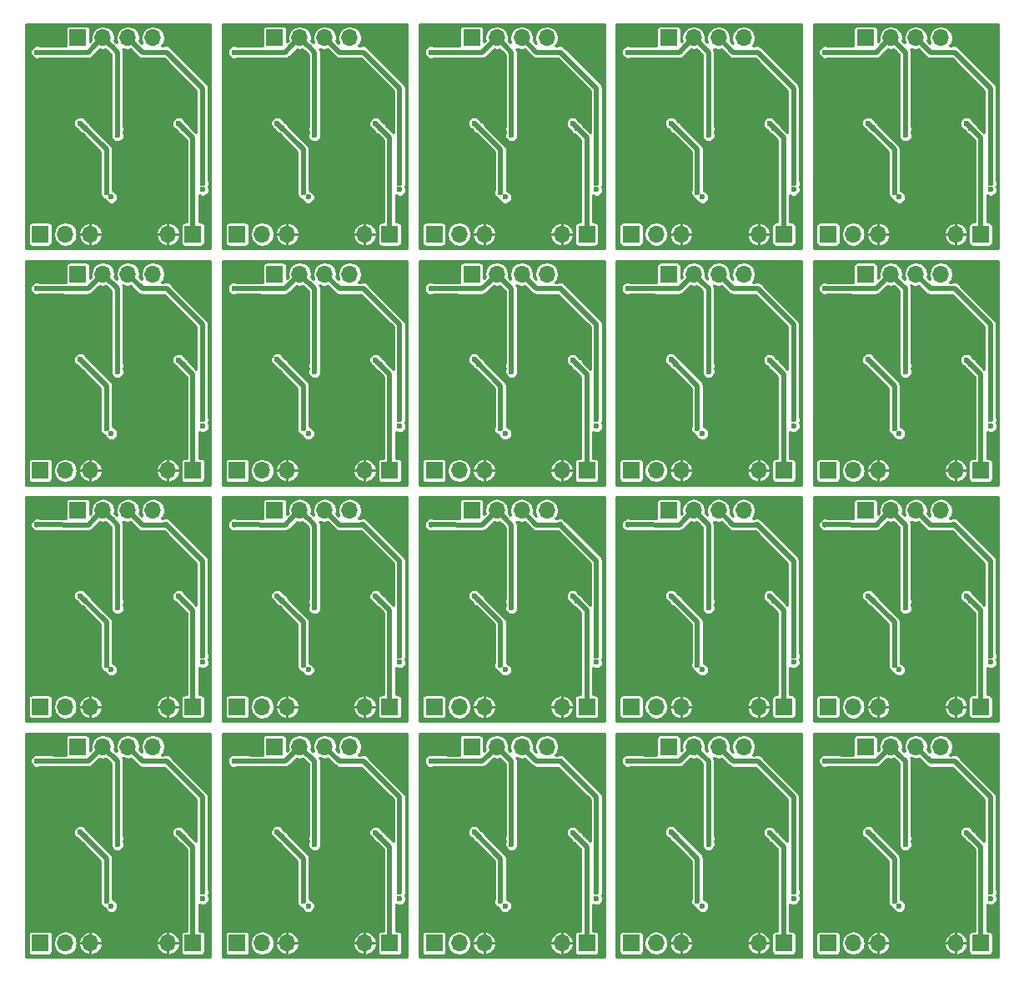
<source format=gbl>
G04 #@! TF.FileFunction,Copper,L2,Bot,Signal*
%FSLAX46Y46*%
G04 Gerber Fmt 4.6, Leading zero omitted, Abs format (unit mm)*
G04 Created by KiCad (PCBNEW 4.0.2-stable) date 9/5/2017 3:04:55 PM*
%MOMM*%
G01*
G04 APERTURE LIST*
%ADD10C,0.100000*%
%ADD11R,1.700000X1.700000*%
%ADD12O,1.700000X1.700000*%
%ADD13C,0.600000*%
%ADD14C,0.500000*%
%ADD15C,0.254000*%
G04 APERTURE END LIST*
D10*
D11*
X132108000Y-143920000D03*
D12*
X134648000Y-143920000D03*
X137188000Y-143920000D03*
D11*
X112108000Y-143920000D03*
D12*
X114648000Y-143920000D03*
X117188000Y-143920000D03*
D11*
X92108000Y-143920000D03*
D12*
X94648000Y-143920000D03*
X97188000Y-143920000D03*
D11*
X72108000Y-143920000D03*
D12*
X74648000Y-143920000D03*
X77188000Y-143920000D03*
D11*
X52108000Y-143920000D03*
D12*
X54648000Y-143920000D03*
X57188000Y-143920000D03*
D11*
X132108000Y-119920000D03*
D12*
X134648000Y-119920000D03*
X137188000Y-119920000D03*
D11*
X112108000Y-119920000D03*
D12*
X114648000Y-119920000D03*
X117188000Y-119920000D03*
D11*
X92108000Y-119920000D03*
D12*
X94648000Y-119920000D03*
X97188000Y-119920000D03*
D11*
X72108000Y-119920000D03*
D12*
X74648000Y-119920000D03*
X77188000Y-119920000D03*
D11*
X52108000Y-119920000D03*
D12*
X54648000Y-119920000D03*
X57188000Y-119920000D03*
D11*
X132108000Y-95920000D03*
D12*
X134648000Y-95920000D03*
X137188000Y-95920000D03*
D11*
X112108000Y-95920000D03*
D12*
X114648000Y-95920000D03*
X117188000Y-95920000D03*
D11*
X92108000Y-95920000D03*
D12*
X94648000Y-95920000D03*
X97188000Y-95920000D03*
D11*
X72108000Y-95920000D03*
D12*
X74648000Y-95920000D03*
X77188000Y-95920000D03*
D11*
X52108000Y-95920000D03*
D12*
X54648000Y-95920000D03*
X57188000Y-95920000D03*
D11*
X132108000Y-71920000D03*
D12*
X134648000Y-71920000D03*
X137188000Y-71920000D03*
D11*
X112108000Y-71920000D03*
D12*
X114648000Y-71920000D03*
X117188000Y-71920000D03*
D11*
X92108000Y-71920000D03*
D12*
X94648000Y-71920000D03*
X97188000Y-71920000D03*
D11*
X72108000Y-71920000D03*
D12*
X74648000Y-71920000D03*
X77188000Y-71920000D03*
D13*
X136146600Y-139373400D03*
X116146600Y-139373400D03*
X96146600Y-139373400D03*
X76146600Y-139373400D03*
X56146600Y-139373400D03*
X136146600Y-115373400D03*
X116146600Y-115373400D03*
X96146600Y-115373400D03*
X76146600Y-115373400D03*
X56146600Y-115373400D03*
X136146600Y-91373400D03*
X116146600Y-91373400D03*
X96146600Y-91373400D03*
X76146600Y-91373400D03*
X56146600Y-91373400D03*
X136146600Y-67373400D03*
X116146600Y-67373400D03*
X96146600Y-67373400D03*
X76146600Y-67373400D03*
X146611400Y-133150400D03*
X126611400Y-133150400D03*
X106611400Y-133150400D03*
X86611400Y-133150400D03*
X66611400Y-133150400D03*
X146611400Y-109150400D03*
X126611400Y-109150400D03*
X106611400Y-109150400D03*
X86611400Y-109150400D03*
X66611400Y-109150400D03*
X146611400Y-85150400D03*
X126611400Y-85150400D03*
X106611400Y-85150400D03*
X86611400Y-85150400D03*
X66611400Y-85150400D03*
X146611400Y-61150400D03*
X126611400Y-61150400D03*
X106611400Y-61150400D03*
X86611400Y-61150400D03*
X135460800Y-139373400D03*
X115460800Y-139373400D03*
X95460800Y-139373400D03*
X75460800Y-139373400D03*
X55460800Y-139373400D03*
X135460800Y-115373400D03*
X115460800Y-115373400D03*
X95460800Y-115373400D03*
X75460800Y-115373400D03*
X55460800Y-115373400D03*
X135460800Y-91373400D03*
X115460800Y-91373400D03*
X95460800Y-91373400D03*
X75460800Y-91373400D03*
X55460800Y-91373400D03*
X135460800Y-67373400D03*
X115460800Y-67373400D03*
X95460800Y-67373400D03*
X75460800Y-67373400D03*
X134089200Y-139373400D03*
X114089200Y-139373400D03*
X94089200Y-139373400D03*
X74089200Y-139373400D03*
X54089200Y-139373400D03*
X134089200Y-115373400D03*
X114089200Y-115373400D03*
X94089200Y-115373400D03*
X74089200Y-115373400D03*
X54089200Y-115373400D03*
X134089200Y-91373400D03*
X114089200Y-91373400D03*
X94089200Y-91373400D03*
X74089200Y-91373400D03*
X54089200Y-91373400D03*
X134089200Y-67373400D03*
X114089200Y-67373400D03*
X94089200Y-67373400D03*
X74089200Y-67373400D03*
X134775000Y-139373400D03*
X114775000Y-139373400D03*
X94775000Y-139373400D03*
X74775000Y-139373400D03*
X54775000Y-139373400D03*
X134775000Y-115373400D03*
X114775000Y-115373400D03*
X94775000Y-115373400D03*
X74775000Y-115373400D03*
X54775000Y-115373400D03*
X134775000Y-91373400D03*
X114775000Y-91373400D03*
X94775000Y-91373400D03*
X74775000Y-91373400D03*
X54775000Y-91373400D03*
X134775000Y-67373400D03*
X114775000Y-67373400D03*
X94775000Y-67373400D03*
X74775000Y-67373400D03*
X133403400Y-139373400D03*
X113403400Y-139373400D03*
X93403400Y-139373400D03*
X73403400Y-139373400D03*
X53403400Y-139373400D03*
X133403400Y-115373400D03*
X113403400Y-115373400D03*
X93403400Y-115373400D03*
X73403400Y-115373400D03*
X53403400Y-115373400D03*
X133403400Y-91373400D03*
X113403400Y-91373400D03*
X93403400Y-91373400D03*
X73403400Y-91373400D03*
X53403400Y-91373400D03*
X133403400Y-67373400D03*
X113403400Y-67373400D03*
X93403400Y-67373400D03*
X73403400Y-67373400D03*
X145544600Y-139436900D03*
X125544600Y-139436900D03*
X105544600Y-139436900D03*
X85544600Y-139436900D03*
X65544600Y-139436900D03*
X145544600Y-115436900D03*
X125544600Y-115436900D03*
X105544600Y-115436900D03*
X85544600Y-115436900D03*
X65544600Y-115436900D03*
X145544600Y-91436900D03*
X125544600Y-91436900D03*
X105544600Y-91436900D03*
X85544600Y-91436900D03*
X65544600Y-91436900D03*
X145544600Y-67436900D03*
X125544600Y-67436900D03*
X105544600Y-67436900D03*
X85544600Y-67436900D03*
X144858800Y-139436900D03*
X124858800Y-139436900D03*
X104858800Y-139436900D03*
X84858800Y-139436900D03*
X64858800Y-139436900D03*
X144858800Y-115436900D03*
X124858800Y-115436900D03*
X104858800Y-115436900D03*
X84858800Y-115436900D03*
X64858800Y-115436900D03*
X144858800Y-91436900D03*
X124858800Y-91436900D03*
X104858800Y-91436900D03*
X84858800Y-91436900D03*
X64858800Y-91436900D03*
X144858800Y-67436900D03*
X124858800Y-67436900D03*
X104858800Y-67436900D03*
X84858800Y-67436900D03*
D11*
X147602000Y-143920000D03*
D12*
X145062000Y-143920000D03*
D11*
X127602000Y-143920000D03*
D12*
X125062000Y-143920000D03*
D11*
X107602000Y-143920000D03*
D12*
X105062000Y-143920000D03*
D11*
X87602000Y-143920000D03*
D12*
X85062000Y-143920000D03*
D11*
X67602000Y-143920000D03*
D12*
X65062000Y-143920000D03*
D11*
X147602000Y-119920000D03*
D12*
X145062000Y-119920000D03*
D11*
X127602000Y-119920000D03*
D12*
X125062000Y-119920000D03*
D11*
X107602000Y-119920000D03*
D12*
X105062000Y-119920000D03*
D11*
X87602000Y-119920000D03*
D12*
X85062000Y-119920000D03*
D11*
X67602000Y-119920000D03*
D12*
X65062000Y-119920000D03*
D11*
X147602000Y-95920000D03*
D12*
X145062000Y-95920000D03*
D11*
X127602000Y-95920000D03*
D12*
X125062000Y-95920000D03*
D11*
X107602000Y-95920000D03*
D12*
X105062000Y-95920000D03*
D11*
X87602000Y-95920000D03*
D12*
X85062000Y-95920000D03*
D11*
X67602000Y-95920000D03*
D12*
X65062000Y-95920000D03*
D11*
X147602000Y-71920000D03*
D12*
X145062000Y-71920000D03*
D11*
X127602000Y-71920000D03*
D12*
X125062000Y-71920000D03*
D11*
X107602000Y-71920000D03*
D12*
X105062000Y-71920000D03*
D11*
X87602000Y-71920000D03*
D12*
X85062000Y-71920000D03*
D13*
X146230400Y-139436900D03*
X126230400Y-139436900D03*
X106230400Y-139436900D03*
X86230400Y-139436900D03*
X66230400Y-139436900D03*
X146230400Y-115436900D03*
X126230400Y-115436900D03*
X106230400Y-115436900D03*
X86230400Y-115436900D03*
X66230400Y-115436900D03*
X146230400Y-91436900D03*
X126230400Y-91436900D03*
X106230400Y-91436900D03*
X86230400Y-91436900D03*
X66230400Y-91436900D03*
X146230400Y-67436900D03*
X126230400Y-67436900D03*
X106230400Y-67436900D03*
X86230400Y-67436900D03*
X144173000Y-139436900D03*
X124173000Y-139436900D03*
X104173000Y-139436900D03*
X84173000Y-139436900D03*
X64173000Y-139436900D03*
X144173000Y-115436900D03*
X124173000Y-115436900D03*
X104173000Y-115436900D03*
X84173000Y-115436900D03*
X64173000Y-115436900D03*
X144173000Y-91436900D03*
X124173000Y-91436900D03*
X104173000Y-91436900D03*
X84173000Y-91436900D03*
X64173000Y-91436900D03*
X144173000Y-67436900D03*
X124173000Y-67436900D03*
X104173000Y-67436900D03*
X84173000Y-67436900D03*
X148592600Y-139398800D03*
X128592600Y-139398800D03*
X108592600Y-139398800D03*
X88592600Y-139398800D03*
X68592600Y-139398800D03*
X148592600Y-115398800D03*
X128592600Y-115398800D03*
X108592600Y-115398800D03*
X88592600Y-115398800D03*
X68592600Y-115398800D03*
X148592600Y-91398800D03*
X128592600Y-91398800D03*
X108592600Y-91398800D03*
X88592600Y-91398800D03*
X68592600Y-91398800D03*
X148592600Y-67398800D03*
X128592600Y-67398800D03*
X108592600Y-67398800D03*
X88592600Y-67398800D03*
X139956600Y-133887000D03*
X119956600Y-133887000D03*
X99956600Y-133887000D03*
X79956600Y-133887000D03*
X59956600Y-133887000D03*
X139956600Y-109887000D03*
X119956600Y-109887000D03*
X99956600Y-109887000D03*
X79956600Y-109887000D03*
X59956600Y-109887000D03*
X139956600Y-85887000D03*
X119956600Y-85887000D03*
X99956600Y-85887000D03*
X79956600Y-85887000D03*
X59956600Y-85887000D03*
X139956600Y-61887000D03*
X119956600Y-61887000D03*
X99956600Y-61887000D03*
X79956600Y-61887000D03*
X143487200Y-139436900D03*
X123487200Y-139436900D03*
X103487200Y-139436900D03*
X83487200Y-139436900D03*
X63487200Y-139436900D03*
X143487200Y-115436900D03*
X123487200Y-115436900D03*
X103487200Y-115436900D03*
X83487200Y-115436900D03*
X63487200Y-115436900D03*
X143487200Y-91436900D03*
X123487200Y-91436900D03*
X103487200Y-91436900D03*
X83487200Y-91436900D03*
X63487200Y-91436900D03*
X143487200Y-67436900D03*
X123487200Y-67436900D03*
X103487200Y-67436900D03*
X83487200Y-67436900D03*
X139321600Y-140160800D03*
X119321600Y-140160800D03*
X99321600Y-140160800D03*
X79321600Y-140160800D03*
X59321600Y-140160800D03*
X139321600Y-116160800D03*
X119321600Y-116160800D03*
X99321600Y-116160800D03*
X79321600Y-116160800D03*
X59321600Y-116160800D03*
X139321600Y-92160800D03*
X119321600Y-92160800D03*
X99321600Y-92160800D03*
X79321600Y-92160800D03*
X59321600Y-92160800D03*
X139321600Y-68160800D03*
X119321600Y-68160800D03*
X99321600Y-68160800D03*
X79321600Y-68160800D03*
X136629200Y-133099600D03*
X116629200Y-133099600D03*
X96629200Y-133099600D03*
X76629200Y-133099600D03*
X56629200Y-133099600D03*
X136629200Y-109099600D03*
X116629200Y-109099600D03*
X96629200Y-109099600D03*
X76629200Y-109099600D03*
X56629200Y-109099600D03*
X136629200Y-85099600D03*
X116629200Y-85099600D03*
X96629200Y-85099600D03*
X76629200Y-85099600D03*
X56629200Y-85099600D03*
X136629200Y-61099600D03*
X116629200Y-61099600D03*
X96629200Y-61099600D03*
X76629200Y-61099600D03*
D11*
X135918000Y-123981000D03*
D12*
X138458000Y-123981000D03*
X140998000Y-123981000D03*
X143538000Y-123981000D03*
D11*
X115918000Y-123981000D03*
D12*
X118458000Y-123981000D03*
X120998000Y-123981000D03*
X123538000Y-123981000D03*
D11*
X95918000Y-123981000D03*
D12*
X98458000Y-123981000D03*
X100998000Y-123981000D03*
X103538000Y-123981000D03*
D11*
X75918000Y-123981000D03*
D12*
X78458000Y-123981000D03*
X80998000Y-123981000D03*
X83538000Y-123981000D03*
D11*
X55918000Y-123981000D03*
D12*
X58458000Y-123981000D03*
X60998000Y-123981000D03*
X63538000Y-123981000D03*
D11*
X135918000Y-99981000D03*
D12*
X138458000Y-99981000D03*
X140998000Y-99981000D03*
X143538000Y-99981000D03*
D11*
X115918000Y-99981000D03*
D12*
X118458000Y-99981000D03*
X120998000Y-99981000D03*
X123538000Y-99981000D03*
D11*
X95918000Y-99981000D03*
D12*
X98458000Y-99981000D03*
X100998000Y-99981000D03*
X103538000Y-99981000D03*
D11*
X75918000Y-99981000D03*
D12*
X78458000Y-99981000D03*
X80998000Y-99981000D03*
X83538000Y-99981000D03*
D11*
X55918000Y-99981000D03*
D12*
X58458000Y-99981000D03*
X60998000Y-99981000D03*
X63538000Y-99981000D03*
D11*
X135918000Y-75981000D03*
D12*
X138458000Y-75981000D03*
X140998000Y-75981000D03*
X143538000Y-75981000D03*
D11*
X115918000Y-75981000D03*
D12*
X118458000Y-75981000D03*
X120998000Y-75981000D03*
X123538000Y-75981000D03*
D11*
X95918000Y-75981000D03*
D12*
X98458000Y-75981000D03*
X100998000Y-75981000D03*
X103538000Y-75981000D03*
D11*
X75918000Y-75981000D03*
D12*
X78458000Y-75981000D03*
X80998000Y-75981000D03*
X83538000Y-75981000D03*
D11*
X55918000Y-75981000D03*
D12*
X58458000Y-75981000D03*
X60998000Y-75981000D03*
X63538000Y-75981000D03*
D11*
X135918000Y-51981000D03*
D12*
X138458000Y-51981000D03*
X140998000Y-51981000D03*
X143538000Y-51981000D03*
D11*
X115918000Y-51981000D03*
D12*
X118458000Y-51981000D03*
X120998000Y-51981000D03*
X123538000Y-51981000D03*
D11*
X95918000Y-51981000D03*
D12*
X98458000Y-51981000D03*
X100998000Y-51981000D03*
X103538000Y-51981000D03*
D11*
X75918000Y-51981000D03*
D12*
X78458000Y-51981000D03*
X80998000Y-51981000D03*
X83538000Y-51981000D03*
D13*
X68592600Y-67398800D03*
X66611400Y-61150400D03*
X59321600Y-68160800D03*
X59956600Y-61887000D03*
X56629200Y-61099600D03*
X63487200Y-67436900D03*
X65544600Y-67436900D03*
X64173000Y-67436900D03*
X66230400Y-67436900D03*
X64858800Y-67436900D03*
X56146600Y-67373400D03*
X55460800Y-67373400D03*
X54775000Y-67373400D03*
X54089200Y-67373400D03*
D11*
X55918000Y-51981000D03*
D12*
X58458000Y-51981000D03*
X60998000Y-51981000D03*
X63538000Y-51981000D03*
D11*
X52108000Y-71920000D03*
D12*
X54648000Y-71920000D03*
X57188000Y-71920000D03*
D11*
X67602000Y-71920000D03*
D12*
X65062000Y-71920000D03*
D13*
X53403400Y-67373400D03*
X139956600Y-133252000D03*
X119956600Y-133252000D03*
X99956600Y-133252000D03*
X79956600Y-133252000D03*
X59956600Y-133252000D03*
X139956600Y-109252000D03*
X119956600Y-109252000D03*
X99956600Y-109252000D03*
X79956600Y-109252000D03*
X59956600Y-109252000D03*
X139956600Y-85252000D03*
X119956600Y-85252000D03*
X99956600Y-85252000D03*
X79956600Y-85252000D03*
X59956600Y-85252000D03*
X139956600Y-61252000D03*
X119956600Y-61252000D03*
X99956600Y-61252000D03*
X79956600Y-61252000D03*
X131790500Y-125429998D03*
X111790500Y-125429998D03*
X91790500Y-125429998D03*
X71790500Y-125429998D03*
X51790500Y-125429998D03*
X131790500Y-101429998D03*
X111790500Y-101429998D03*
X91790500Y-101429998D03*
X71790500Y-101429998D03*
X51790500Y-101429998D03*
X131790500Y-77429998D03*
X111790500Y-77429998D03*
X91790500Y-77429998D03*
X71790500Y-77429998D03*
X51790500Y-77429998D03*
X131790500Y-53429998D03*
X111790500Y-53429998D03*
X91790500Y-53429998D03*
X71790500Y-53429998D03*
X51790500Y-53429998D03*
X59956600Y-61252000D03*
X144884200Y-125429998D03*
X124884200Y-125429998D03*
X104884200Y-125429998D03*
X84884200Y-125429998D03*
X64884200Y-125429998D03*
X144884200Y-101429998D03*
X124884200Y-101429998D03*
X104884200Y-101429998D03*
X84884200Y-101429998D03*
X64884200Y-101429998D03*
X144884200Y-77429998D03*
X124884200Y-77429998D03*
X104884200Y-77429998D03*
X84884200Y-77429998D03*
X64884200Y-77429998D03*
X144884200Y-53429998D03*
X124884200Y-53429998D03*
X104884200Y-53429998D03*
X84884200Y-53429998D03*
X148592600Y-138738400D03*
X128592600Y-138738400D03*
X108592600Y-138738400D03*
X88592600Y-138738400D03*
X68592600Y-138738400D03*
X148592600Y-114738400D03*
X128592600Y-114738400D03*
X108592600Y-114738400D03*
X88592600Y-114738400D03*
X68592600Y-114738400D03*
X148592600Y-90738400D03*
X128592600Y-90738400D03*
X108592600Y-90738400D03*
X88592600Y-90738400D03*
X68592600Y-90738400D03*
X148592600Y-66738400D03*
X128592600Y-66738400D03*
X108592600Y-66738400D03*
X88592600Y-66738400D03*
X68592600Y-66738400D03*
X64884200Y-53429998D03*
X146154200Y-132693200D03*
X126154200Y-132693200D03*
X106154200Y-132693200D03*
X86154200Y-132693200D03*
X66154200Y-132693200D03*
X146154200Y-108693200D03*
X126154200Y-108693200D03*
X106154200Y-108693200D03*
X86154200Y-108693200D03*
X66154200Y-108693200D03*
X146154200Y-84693200D03*
X126154200Y-84693200D03*
X106154200Y-84693200D03*
X86154200Y-84693200D03*
X66154200Y-84693200D03*
X146154200Y-60693200D03*
X126154200Y-60693200D03*
X106154200Y-60693200D03*
X86154200Y-60693200D03*
X136172000Y-132642400D03*
X116172000Y-132642400D03*
X96172000Y-132642400D03*
X76172000Y-132642400D03*
X56172000Y-132642400D03*
X136172000Y-108642400D03*
X116172000Y-108642400D03*
X96172000Y-108642400D03*
X76172000Y-108642400D03*
X56172000Y-108642400D03*
X136172000Y-84642400D03*
X116172000Y-84642400D03*
X96172000Y-84642400D03*
X76172000Y-84642400D03*
X56172000Y-84642400D03*
X136172000Y-60642400D03*
X116172000Y-60642400D03*
X96172000Y-60642400D03*
X76172000Y-60642400D03*
X138839000Y-139678200D03*
X118839000Y-139678200D03*
X98839000Y-139678200D03*
X78839000Y-139678200D03*
X58839000Y-139678200D03*
X138839000Y-115678200D03*
X118839000Y-115678200D03*
X98839000Y-115678200D03*
X78839000Y-115678200D03*
X58839000Y-115678200D03*
X138839000Y-91678200D03*
X118839000Y-91678200D03*
X98839000Y-91678200D03*
X78839000Y-91678200D03*
X58839000Y-91678200D03*
X138839000Y-67678200D03*
X118839000Y-67678200D03*
X98839000Y-67678200D03*
X78839000Y-67678200D03*
X56172000Y-60642400D03*
X58839000Y-67678200D03*
X66154200Y-60693200D03*
D14*
X139333399Y-124830999D02*
X139956600Y-125454200D01*
X119333399Y-124830999D02*
X119956600Y-125454200D01*
X99333399Y-124830999D02*
X99956600Y-125454200D01*
X79333399Y-124830999D02*
X79956600Y-125454200D01*
X59333399Y-124830999D02*
X59956600Y-125454200D01*
X139333399Y-100830999D02*
X139956600Y-101454200D01*
X119333399Y-100830999D02*
X119956600Y-101454200D01*
X99333399Y-100830999D02*
X99956600Y-101454200D01*
X79333399Y-100830999D02*
X79956600Y-101454200D01*
X59333399Y-100830999D02*
X59956600Y-101454200D01*
X139333399Y-76830999D02*
X139956600Y-77454200D01*
X119333399Y-76830999D02*
X119956600Y-77454200D01*
X99333399Y-76830999D02*
X99956600Y-77454200D01*
X79333399Y-76830999D02*
X79956600Y-77454200D01*
X59333399Y-76830999D02*
X59956600Y-77454200D01*
X139333399Y-52830999D02*
X139956600Y-53454200D01*
X119333399Y-52830999D02*
X119956600Y-53454200D01*
X99333399Y-52830999D02*
X99956600Y-53454200D01*
X79333399Y-52830999D02*
X79956600Y-53454200D01*
X137608001Y-124830999D02*
X136997500Y-125441500D01*
X117608001Y-124830999D02*
X116997500Y-125441500D01*
X97608001Y-124830999D02*
X96997500Y-125441500D01*
X77608001Y-124830999D02*
X76997500Y-125441500D01*
X57608001Y-124830999D02*
X56997500Y-125441500D01*
X137608001Y-100830999D02*
X136997500Y-101441500D01*
X117608001Y-100830999D02*
X116997500Y-101441500D01*
X97608001Y-100830999D02*
X96997500Y-101441500D01*
X77608001Y-100830999D02*
X76997500Y-101441500D01*
X57608001Y-100830999D02*
X56997500Y-101441500D01*
X137608001Y-76830999D02*
X136997500Y-77441500D01*
X117608001Y-76830999D02*
X116997500Y-77441500D01*
X97608001Y-76830999D02*
X96997500Y-77441500D01*
X77608001Y-76830999D02*
X76997500Y-77441500D01*
X57608001Y-76830999D02*
X56997500Y-77441500D01*
X137608001Y-52830999D02*
X136997500Y-53441500D01*
X117608001Y-52830999D02*
X116997500Y-53441500D01*
X97608001Y-52830999D02*
X96997500Y-53441500D01*
X77608001Y-52830999D02*
X76997500Y-53441500D01*
X138458000Y-123981000D02*
X139307999Y-124830999D01*
X118458000Y-123981000D02*
X119307999Y-124830999D01*
X98458000Y-123981000D02*
X99307999Y-124830999D01*
X78458000Y-123981000D02*
X79307999Y-124830999D01*
X58458000Y-123981000D02*
X59307999Y-124830999D01*
X138458000Y-99981000D02*
X139307999Y-100830999D01*
X118458000Y-99981000D02*
X119307999Y-100830999D01*
X98458000Y-99981000D02*
X99307999Y-100830999D01*
X78458000Y-99981000D02*
X79307999Y-100830999D01*
X58458000Y-99981000D02*
X59307999Y-100830999D01*
X138458000Y-75981000D02*
X139307999Y-76830999D01*
X118458000Y-75981000D02*
X119307999Y-76830999D01*
X98458000Y-75981000D02*
X99307999Y-76830999D01*
X78458000Y-75981000D02*
X79307999Y-76830999D01*
X58458000Y-75981000D02*
X59307999Y-76830999D01*
X138458000Y-51981000D02*
X139307999Y-52830999D01*
X118458000Y-51981000D02*
X119307999Y-52830999D01*
X98458000Y-51981000D02*
X99307999Y-52830999D01*
X78458000Y-51981000D02*
X79307999Y-52830999D01*
X138458000Y-123981000D02*
X137608001Y-124830999D01*
X118458000Y-123981000D02*
X117608001Y-124830999D01*
X98458000Y-123981000D02*
X97608001Y-124830999D01*
X78458000Y-123981000D02*
X77608001Y-124830999D01*
X58458000Y-123981000D02*
X57608001Y-124830999D01*
X138458000Y-99981000D02*
X137608001Y-100830999D01*
X118458000Y-99981000D02*
X117608001Y-100830999D01*
X98458000Y-99981000D02*
X97608001Y-100830999D01*
X78458000Y-99981000D02*
X77608001Y-100830999D01*
X58458000Y-99981000D02*
X57608001Y-100830999D01*
X138458000Y-75981000D02*
X137608001Y-76830999D01*
X118458000Y-75981000D02*
X117608001Y-76830999D01*
X98458000Y-75981000D02*
X97608001Y-76830999D01*
X78458000Y-75981000D02*
X77608001Y-76830999D01*
X58458000Y-75981000D02*
X57608001Y-76830999D01*
X138458000Y-51981000D02*
X137608001Y-52830999D01*
X118458000Y-51981000D02*
X117608001Y-52830999D01*
X98458000Y-51981000D02*
X97608001Y-52830999D01*
X78458000Y-51981000D02*
X77608001Y-52830999D01*
X139307999Y-124830999D02*
X139333399Y-124830999D01*
X119307999Y-124830999D02*
X119333399Y-124830999D01*
X99307999Y-124830999D02*
X99333399Y-124830999D01*
X79307999Y-124830999D02*
X79333399Y-124830999D01*
X59307999Y-124830999D02*
X59333399Y-124830999D01*
X139307999Y-100830999D02*
X139333399Y-100830999D01*
X119307999Y-100830999D02*
X119333399Y-100830999D01*
X99307999Y-100830999D02*
X99333399Y-100830999D01*
X79307999Y-100830999D02*
X79333399Y-100830999D01*
X59307999Y-100830999D02*
X59333399Y-100830999D01*
X139307999Y-76830999D02*
X139333399Y-76830999D01*
X119307999Y-76830999D02*
X119333399Y-76830999D01*
X99307999Y-76830999D02*
X99333399Y-76830999D01*
X79307999Y-76830999D02*
X79333399Y-76830999D01*
X59307999Y-76830999D02*
X59333399Y-76830999D01*
X139307999Y-52830999D02*
X139333399Y-52830999D01*
X119307999Y-52830999D02*
X119333399Y-52830999D01*
X99307999Y-52830999D02*
X99333399Y-52830999D01*
X79307999Y-52830999D02*
X79333399Y-52830999D01*
X131790500Y-125441500D02*
X131790500Y-125429998D01*
X111790500Y-125441500D02*
X111790500Y-125429998D01*
X91790500Y-125441500D02*
X91790500Y-125429998D01*
X71790500Y-125441500D02*
X71790500Y-125429998D01*
X51790500Y-125441500D02*
X51790500Y-125429998D01*
X131790500Y-101441500D02*
X131790500Y-101429998D01*
X111790500Y-101441500D02*
X111790500Y-101429998D01*
X91790500Y-101441500D02*
X91790500Y-101429998D01*
X71790500Y-101441500D02*
X71790500Y-101429998D01*
X51790500Y-101441500D02*
X51790500Y-101429998D01*
X131790500Y-77441500D02*
X131790500Y-77429998D01*
X111790500Y-77441500D02*
X111790500Y-77429998D01*
X91790500Y-77441500D02*
X91790500Y-77429998D01*
X71790500Y-77441500D02*
X71790500Y-77429998D01*
X51790500Y-77441500D02*
X51790500Y-77429998D01*
X131790500Y-53441500D02*
X131790500Y-53429998D01*
X111790500Y-53441500D02*
X111790500Y-53429998D01*
X91790500Y-53441500D02*
X91790500Y-53429998D01*
X71790500Y-53441500D02*
X71790500Y-53429998D01*
X139956600Y-133252000D02*
X139956600Y-133887000D01*
X119956600Y-133252000D02*
X119956600Y-133887000D01*
X99956600Y-133252000D02*
X99956600Y-133887000D01*
X79956600Y-133252000D02*
X79956600Y-133887000D01*
X59956600Y-133252000D02*
X59956600Y-133887000D01*
X139956600Y-109252000D02*
X139956600Y-109887000D01*
X119956600Y-109252000D02*
X119956600Y-109887000D01*
X99956600Y-109252000D02*
X99956600Y-109887000D01*
X79956600Y-109252000D02*
X79956600Y-109887000D01*
X59956600Y-109252000D02*
X59956600Y-109887000D01*
X139956600Y-85252000D02*
X139956600Y-85887000D01*
X119956600Y-85252000D02*
X119956600Y-85887000D01*
X99956600Y-85252000D02*
X99956600Y-85887000D01*
X79956600Y-85252000D02*
X79956600Y-85887000D01*
X59956600Y-85252000D02*
X59956600Y-85887000D01*
X139956600Y-61252000D02*
X139956600Y-61887000D01*
X119956600Y-61252000D02*
X119956600Y-61887000D01*
X99956600Y-61252000D02*
X99956600Y-61887000D01*
X79956600Y-61252000D02*
X79956600Y-61887000D01*
X136997500Y-125441500D02*
X131790500Y-125429998D01*
X116997500Y-125441500D02*
X111790500Y-125429998D01*
X96997500Y-125441500D02*
X91790500Y-125429998D01*
X76997500Y-125441500D02*
X71790500Y-125429998D01*
X56997500Y-125441500D02*
X51790500Y-125429998D01*
X136997500Y-101441500D02*
X131790500Y-101429998D01*
X116997500Y-101441500D02*
X111790500Y-101429998D01*
X96997500Y-101441500D02*
X91790500Y-101429998D01*
X76997500Y-101441500D02*
X71790500Y-101429998D01*
X56997500Y-101441500D02*
X51790500Y-101429998D01*
X136997500Y-77441500D02*
X131790500Y-77429998D01*
X116997500Y-77441500D02*
X111790500Y-77429998D01*
X96997500Y-77441500D02*
X91790500Y-77429998D01*
X76997500Y-77441500D02*
X71790500Y-77429998D01*
X56997500Y-77441500D02*
X51790500Y-77429998D01*
X136997500Y-53441500D02*
X131790500Y-53429998D01*
X116997500Y-53441500D02*
X111790500Y-53429998D01*
X96997500Y-53441500D02*
X91790500Y-53429998D01*
X76997500Y-53441500D02*
X71790500Y-53429998D01*
X139956600Y-125454200D02*
X139956600Y-133252000D01*
X119956600Y-125454200D02*
X119956600Y-133252000D01*
X99956600Y-125454200D02*
X99956600Y-133252000D01*
X79956600Y-125454200D02*
X79956600Y-133252000D01*
X59956600Y-125454200D02*
X59956600Y-133252000D01*
X139956600Y-101454200D02*
X139956600Y-109252000D01*
X119956600Y-101454200D02*
X119956600Y-109252000D01*
X99956600Y-101454200D02*
X99956600Y-109252000D01*
X79956600Y-101454200D02*
X79956600Y-109252000D01*
X59956600Y-101454200D02*
X59956600Y-109252000D01*
X139956600Y-77454200D02*
X139956600Y-85252000D01*
X119956600Y-77454200D02*
X119956600Y-85252000D01*
X99956600Y-77454200D02*
X99956600Y-85252000D01*
X79956600Y-77454200D02*
X79956600Y-85252000D01*
X59956600Y-77454200D02*
X59956600Y-85252000D01*
X139956600Y-53454200D02*
X139956600Y-61252000D01*
X119956600Y-53454200D02*
X119956600Y-61252000D01*
X99956600Y-53454200D02*
X99956600Y-61252000D01*
X79956600Y-53454200D02*
X79956600Y-61252000D01*
X59956600Y-61252000D02*
X59956600Y-61887000D01*
X56997500Y-53441500D02*
X51790500Y-53429998D01*
X51790500Y-53441500D02*
X51790500Y-53429998D01*
X57608001Y-52830999D02*
X56997500Y-53441500D01*
X58458000Y-51981000D02*
X57608001Y-52830999D01*
X59956600Y-53454200D02*
X59956600Y-61252000D01*
X59307999Y-52830999D02*
X59333399Y-52830999D01*
X58458000Y-51981000D02*
X59307999Y-52830999D01*
X59333399Y-52830999D02*
X59956600Y-53454200D01*
X140998000Y-123981000D02*
X142471200Y-125454200D01*
X120998000Y-123981000D02*
X122471200Y-125454200D01*
X100998000Y-123981000D02*
X102471200Y-125454200D01*
X80998000Y-123981000D02*
X82471200Y-125454200D01*
X60998000Y-123981000D02*
X62471200Y-125454200D01*
X140998000Y-99981000D02*
X142471200Y-101454200D01*
X120998000Y-99981000D02*
X122471200Y-101454200D01*
X100998000Y-99981000D02*
X102471200Y-101454200D01*
X80998000Y-99981000D02*
X82471200Y-101454200D01*
X60998000Y-99981000D02*
X62471200Y-101454200D01*
X140998000Y-75981000D02*
X142471200Y-77454200D01*
X120998000Y-75981000D02*
X122471200Y-77454200D01*
X100998000Y-75981000D02*
X102471200Y-77454200D01*
X80998000Y-75981000D02*
X82471200Y-77454200D01*
X60998000Y-75981000D02*
X62471200Y-77454200D01*
X140998000Y-51981000D02*
X142471200Y-53454200D01*
X120998000Y-51981000D02*
X122471200Y-53454200D01*
X100998000Y-51981000D02*
X102471200Y-53454200D01*
X80998000Y-51981000D02*
X82471200Y-53454200D01*
X144960400Y-125454200D02*
X148592600Y-129086400D01*
X124960400Y-125454200D02*
X128592600Y-129086400D01*
X104960400Y-125454200D02*
X108592600Y-129086400D01*
X84960400Y-125454200D02*
X88592600Y-129086400D01*
X64960400Y-125454200D02*
X68592600Y-129086400D01*
X144960400Y-101454200D02*
X148592600Y-105086400D01*
X124960400Y-101454200D02*
X128592600Y-105086400D01*
X104960400Y-101454200D02*
X108592600Y-105086400D01*
X84960400Y-101454200D02*
X88592600Y-105086400D01*
X64960400Y-101454200D02*
X68592600Y-105086400D01*
X144960400Y-77454200D02*
X148592600Y-81086400D01*
X124960400Y-77454200D02*
X128592600Y-81086400D01*
X104960400Y-77454200D02*
X108592600Y-81086400D01*
X84960400Y-77454200D02*
X88592600Y-81086400D01*
X64960400Y-77454200D02*
X68592600Y-81086400D01*
X144960400Y-53454200D02*
X148592600Y-57086400D01*
X124960400Y-53454200D02*
X128592600Y-57086400D01*
X104960400Y-53454200D02*
X108592600Y-57086400D01*
X84960400Y-53454200D02*
X88592600Y-57086400D01*
X142471200Y-125454200D02*
X144960400Y-125454200D01*
X122471200Y-125454200D02*
X124960400Y-125454200D01*
X102471200Y-125454200D02*
X104960400Y-125454200D01*
X82471200Y-125454200D02*
X84960400Y-125454200D01*
X62471200Y-125454200D02*
X64960400Y-125454200D01*
X142471200Y-101454200D02*
X144960400Y-101454200D01*
X122471200Y-101454200D02*
X124960400Y-101454200D01*
X102471200Y-101454200D02*
X104960400Y-101454200D01*
X82471200Y-101454200D02*
X84960400Y-101454200D01*
X62471200Y-101454200D02*
X64960400Y-101454200D01*
X142471200Y-77454200D02*
X144960400Y-77454200D01*
X122471200Y-77454200D02*
X124960400Y-77454200D01*
X102471200Y-77454200D02*
X104960400Y-77454200D01*
X82471200Y-77454200D02*
X84960400Y-77454200D01*
X62471200Y-77454200D02*
X64960400Y-77454200D01*
X142471200Y-53454200D02*
X144960400Y-53454200D01*
X122471200Y-53454200D02*
X124960400Y-53454200D01*
X102471200Y-53454200D02*
X104960400Y-53454200D01*
X82471200Y-53454200D02*
X84960400Y-53454200D01*
X148592600Y-129086400D02*
X148592600Y-138738400D01*
X128592600Y-129086400D02*
X128592600Y-138738400D01*
X108592600Y-129086400D02*
X108592600Y-138738400D01*
X88592600Y-129086400D02*
X88592600Y-138738400D01*
X68592600Y-129086400D02*
X68592600Y-138738400D01*
X148592600Y-105086400D02*
X148592600Y-114738400D01*
X128592600Y-105086400D02*
X128592600Y-114738400D01*
X108592600Y-105086400D02*
X108592600Y-114738400D01*
X88592600Y-105086400D02*
X88592600Y-114738400D01*
X68592600Y-105086400D02*
X68592600Y-114738400D01*
X148592600Y-81086400D02*
X148592600Y-90738400D01*
X128592600Y-81086400D02*
X128592600Y-90738400D01*
X108592600Y-81086400D02*
X108592600Y-90738400D01*
X88592600Y-81086400D02*
X88592600Y-90738400D01*
X68592600Y-81086400D02*
X68592600Y-90738400D01*
X148592600Y-57086400D02*
X148592600Y-66738400D01*
X128592600Y-57086400D02*
X128592600Y-66738400D01*
X108592600Y-57086400D02*
X108592600Y-66738400D01*
X88592600Y-57086400D02*
X88592600Y-66738400D01*
X60998000Y-51981000D02*
X62471200Y-53454200D01*
X62471200Y-53454200D02*
X64960400Y-53454200D01*
X64960400Y-53454200D02*
X68592600Y-57086400D01*
X68592600Y-57086400D02*
X68592600Y-66738400D01*
X138839000Y-139678200D02*
X138839000Y-135309400D01*
X118839000Y-139678200D02*
X118839000Y-135309400D01*
X98839000Y-139678200D02*
X98839000Y-135309400D01*
X78839000Y-139678200D02*
X78839000Y-135309400D01*
X58839000Y-139678200D02*
X58839000Y-135309400D01*
X138839000Y-115678200D02*
X138839000Y-111309400D01*
X118839000Y-115678200D02*
X118839000Y-111309400D01*
X98839000Y-115678200D02*
X98839000Y-111309400D01*
X78839000Y-115678200D02*
X78839000Y-111309400D01*
X58839000Y-115678200D02*
X58839000Y-111309400D01*
X138839000Y-91678200D02*
X138839000Y-87309400D01*
X118839000Y-91678200D02*
X118839000Y-87309400D01*
X98839000Y-91678200D02*
X98839000Y-87309400D01*
X78839000Y-91678200D02*
X78839000Y-87309400D01*
X58839000Y-91678200D02*
X58839000Y-87309400D01*
X138839000Y-67678200D02*
X138839000Y-63309400D01*
X118839000Y-67678200D02*
X118839000Y-63309400D01*
X98839000Y-67678200D02*
X98839000Y-63309400D01*
X78839000Y-67678200D02*
X78839000Y-63309400D01*
X147602000Y-143920000D02*
X147602000Y-134141000D01*
X127602000Y-143920000D02*
X127602000Y-134141000D01*
X107602000Y-143920000D02*
X107602000Y-134141000D01*
X87602000Y-143920000D02*
X87602000Y-134141000D01*
X67602000Y-143920000D02*
X67602000Y-134141000D01*
X147602000Y-119920000D02*
X147602000Y-110141000D01*
X127602000Y-119920000D02*
X127602000Y-110141000D01*
X107602000Y-119920000D02*
X107602000Y-110141000D01*
X87602000Y-119920000D02*
X87602000Y-110141000D01*
X67602000Y-119920000D02*
X67602000Y-110141000D01*
X147602000Y-95920000D02*
X147602000Y-86141000D01*
X127602000Y-95920000D02*
X127602000Y-86141000D01*
X107602000Y-95920000D02*
X107602000Y-86141000D01*
X87602000Y-95920000D02*
X87602000Y-86141000D01*
X67602000Y-95920000D02*
X67602000Y-86141000D01*
X147602000Y-71920000D02*
X147602000Y-62141000D01*
X127602000Y-71920000D02*
X127602000Y-62141000D01*
X107602000Y-71920000D02*
X107602000Y-62141000D01*
X87602000Y-71920000D02*
X87602000Y-62141000D01*
X147602000Y-134141000D02*
X146154200Y-132693200D01*
X127602000Y-134141000D02*
X126154200Y-132693200D01*
X107602000Y-134141000D02*
X106154200Y-132693200D01*
X87602000Y-134141000D02*
X86154200Y-132693200D01*
X67602000Y-134141000D02*
X66154200Y-132693200D01*
X147602000Y-110141000D02*
X146154200Y-108693200D01*
X127602000Y-110141000D02*
X126154200Y-108693200D01*
X107602000Y-110141000D02*
X106154200Y-108693200D01*
X87602000Y-110141000D02*
X86154200Y-108693200D01*
X67602000Y-110141000D02*
X66154200Y-108693200D01*
X147602000Y-86141000D02*
X146154200Y-84693200D01*
X127602000Y-86141000D02*
X126154200Y-84693200D01*
X107602000Y-86141000D02*
X106154200Y-84693200D01*
X87602000Y-86141000D02*
X86154200Y-84693200D01*
X67602000Y-86141000D02*
X66154200Y-84693200D01*
X147602000Y-62141000D02*
X146154200Y-60693200D01*
X127602000Y-62141000D02*
X126154200Y-60693200D01*
X107602000Y-62141000D02*
X106154200Y-60693200D01*
X87602000Y-62141000D02*
X86154200Y-60693200D01*
X138839000Y-135309400D02*
X136172000Y-132642400D01*
X118839000Y-135309400D02*
X116172000Y-132642400D01*
X98839000Y-135309400D02*
X96172000Y-132642400D01*
X78839000Y-135309400D02*
X76172000Y-132642400D01*
X58839000Y-135309400D02*
X56172000Y-132642400D01*
X138839000Y-111309400D02*
X136172000Y-108642400D01*
X118839000Y-111309400D02*
X116172000Y-108642400D01*
X98839000Y-111309400D02*
X96172000Y-108642400D01*
X78839000Y-111309400D02*
X76172000Y-108642400D01*
X58839000Y-111309400D02*
X56172000Y-108642400D01*
X138839000Y-87309400D02*
X136172000Y-84642400D01*
X118839000Y-87309400D02*
X116172000Y-84642400D01*
X98839000Y-87309400D02*
X96172000Y-84642400D01*
X78839000Y-87309400D02*
X76172000Y-84642400D01*
X58839000Y-87309400D02*
X56172000Y-84642400D01*
X138839000Y-63309400D02*
X136172000Y-60642400D01*
X118839000Y-63309400D02*
X116172000Y-60642400D01*
X98839000Y-63309400D02*
X96172000Y-60642400D01*
X78839000Y-63309400D02*
X76172000Y-60642400D01*
X58839000Y-63309400D02*
X56172000Y-60642400D01*
X58839000Y-67678200D02*
X58839000Y-63309400D01*
X67602000Y-62141000D02*
X66154200Y-60693200D01*
X67602000Y-71920000D02*
X67602000Y-62141000D01*
D15*
G36*
X69373000Y-73373000D02*
X50627000Y-73373000D01*
X50627000Y-71070000D01*
X50869536Y-71070000D01*
X50869536Y-72770000D01*
X50896103Y-72911190D01*
X50979546Y-73040865D01*
X51106866Y-73127859D01*
X51258000Y-73158464D01*
X52958000Y-73158464D01*
X53099190Y-73131897D01*
X53228865Y-73048454D01*
X53315859Y-72921134D01*
X53346464Y-72770000D01*
X53346464Y-71895883D01*
X53417000Y-71895883D01*
X53417000Y-71944117D01*
X53510704Y-72415200D01*
X53777552Y-72814565D01*
X54176917Y-73081413D01*
X54648000Y-73175117D01*
X55119083Y-73081413D01*
X55518448Y-72814565D01*
X55785296Y-72415200D01*
X55845394Y-72113065D01*
X55972234Y-72113065D01*
X56138661Y-72563622D01*
X56464841Y-72916194D01*
X56901115Y-73117104D01*
X56994935Y-73135766D01*
X57187500Y-73055750D01*
X57187500Y-71920500D01*
X57188500Y-71920500D01*
X57188500Y-73055750D01*
X57381065Y-73135766D01*
X57474885Y-73117104D01*
X57911159Y-72916194D01*
X58237339Y-72563622D01*
X58403766Y-72113065D01*
X63846234Y-72113065D01*
X64012661Y-72563622D01*
X64338841Y-72916194D01*
X64775115Y-73117104D01*
X64868935Y-73135766D01*
X65061500Y-73055750D01*
X65061500Y-71920500D01*
X65062500Y-71920500D01*
X65062500Y-73055750D01*
X65255065Y-73135766D01*
X65348885Y-73117104D01*
X65785159Y-72916194D01*
X66111339Y-72563622D01*
X66277766Y-72113065D01*
X66197750Y-71920500D01*
X65062500Y-71920500D01*
X65061500Y-71920500D01*
X63926250Y-71920500D01*
X63846234Y-72113065D01*
X58403766Y-72113065D01*
X58323750Y-71920500D01*
X57188500Y-71920500D01*
X57187500Y-71920500D01*
X56052250Y-71920500D01*
X55972234Y-72113065D01*
X55845394Y-72113065D01*
X55879000Y-71944117D01*
X55879000Y-71895883D01*
X55845395Y-71726935D01*
X55972234Y-71726935D01*
X56052250Y-71919500D01*
X57187500Y-71919500D01*
X57187500Y-70784250D01*
X57188500Y-70784250D01*
X57188500Y-71919500D01*
X58323750Y-71919500D01*
X58403766Y-71726935D01*
X63846234Y-71726935D01*
X63926250Y-71919500D01*
X65061500Y-71919500D01*
X65061500Y-70784250D01*
X65062500Y-70784250D01*
X65062500Y-71919500D01*
X66197750Y-71919500D01*
X66277766Y-71726935D01*
X66111339Y-71276378D01*
X65785159Y-70923806D01*
X65348885Y-70722896D01*
X65255065Y-70704234D01*
X65062500Y-70784250D01*
X65061500Y-70784250D01*
X64868935Y-70704234D01*
X64775115Y-70722896D01*
X64338841Y-70923806D01*
X64012661Y-71276378D01*
X63846234Y-71726935D01*
X58403766Y-71726935D01*
X58237339Y-71276378D01*
X57911159Y-70923806D01*
X57474885Y-70722896D01*
X57381065Y-70704234D01*
X57188500Y-70784250D01*
X57187500Y-70784250D01*
X56994935Y-70704234D01*
X56901115Y-70722896D01*
X56464841Y-70923806D01*
X56138661Y-71276378D01*
X55972234Y-71726935D01*
X55845395Y-71726935D01*
X55785296Y-71424800D01*
X55518448Y-71025435D01*
X55119083Y-70758587D01*
X54648000Y-70664883D01*
X54176917Y-70758587D01*
X53777552Y-71025435D01*
X53510704Y-71424800D01*
X53417000Y-71895883D01*
X53346464Y-71895883D01*
X53346464Y-71070000D01*
X53319897Y-70928810D01*
X53236454Y-70799135D01*
X53109134Y-70712141D01*
X52958000Y-70681536D01*
X51258000Y-70681536D01*
X51116810Y-70708103D01*
X50987135Y-70791546D01*
X50900141Y-70918866D01*
X50869536Y-71070000D01*
X50627000Y-71070000D01*
X50627000Y-60777265D01*
X55490882Y-60777265D01*
X55594339Y-61027652D01*
X55785741Y-61219387D01*
X55906949Y-61269718D01*
X56001867Y-61364635D01*
X56051539Y-61484852D01*
X56242941Y-61676587D01*
X56364149Y-61726917D01*
X58208000Y-63570769D01*
X58208000Y-67422018D01*
X58158118Y-67542146D01*
X58157882Y-67813065D01*
X58261339Y-68063452D01*
X58452741Y-68255187D01*
X58659175Y-68340907D01*
X58743939Y-68546052D01*
X58935341Y-68737787D01*
X59185546Y-68841682D01*
X59456465Y-68841918D01*
X59706852Y-68738461D01*
X59898587Y-68547059D01*
X60002482Y-68296854D01*
X60002718Y-68025935D01*
X59899261Y-67775548D01*
X59707859Y-67583813D01*
X59501425Y-67498093D01*
X59470000Y-67422039D01*
X59470000Y-63309400D01*
X59421968Y-63067927D01*
X59285185Y-62863216D01*
X57256533Y-60834565D01*
X57206861Y-60714348D01*
X57015459Y-60522613D01*
X56894251Y-60472282D01*
X56799333Y-60377365D01*
X56749661Y-60257148D01*
X56558259Y-60065413D01*
X56308054Y-59961518D01*
X56037135Y-59961282D01*
X55786748Y-60064739D01*
X55595013Y-60256141D01*
X55491118Y-60506346D01*
X55490882Y-60777265D01*
X50627000Y-60777265D01*
X50627000Y-53564863D01*
X51109382Y-53564863D01*
X51212839Y-53815250D01*
X51404241Y-54006985D01*
X51654446Y-54110880D01*
X51925365Y-54111116D01*
X52045296Y-54061562D01*
X56996106Y-54072498D01*
X56996805Y-54072361D01*
X56997500Y-54072499D01*
X57117434Y-54048643D01*
X57237685Y-54025000D01*
X57238277Y-54024606D01*
X57238973Y-54024468D01*
X57340574Y-53956580D01*
X57442698Y-53888669D01*
X57443095Y-53888077D01*
X57443684Y-53887684D01*
X58054186Y-53277183D01*
X58054188Y-53277180D01*
X58155435Y-53175933D01*
X58458000Y-53236117D01*
X58760565Y-53175933D01*
X58861815Y-53277183D01*
X58938363Y-53328331D01*
X59325600Y-53715569D01*
X59325600Y-60995818D01*
X59275718Y-61115946D01*
X59275482Y-61386865D01*
X59325600Y-61508161D01*
X59325600Y-61630818D01*
X59275718Y-61750946D01*
X59275482Y-62021865D01*
X59378939Y-62272252D01*
X59570341Y-62463987D01*
X59820546Y-62567882D01*
X60091465Y-62568118D01*
X60341852Y-62464661D01*
X60533587Y-62273259D01*
X60637482Y-62023054D01*
X60637718Y-61752135D01*
X60587600Y-61630839D01*
X60587600Y-61508182D01*
X60637482Y-61388054D01*
X60637718Y-61117135D01*
X60587600Y-60995839D01*
X60587600Y-53454200D01*
X60539568Y-53212727D01*
X60539568Y-53212726D01*
X60464896Y-53100972D01*
X60526917Y-53142413D01*
X60998000Y-53236117D01*
X61300565Y-53175933D01*
X62025015Y-53900384D01*
X62229726Y-54037168D01*
X62269789Y-54045137D01*
X62471200Y-54085200D01*
X64686302Y-54085200D01*
X64708071Y-54094239D01*
X67961600Y-57347769D01*
X67961600Y-61608231D01*
X67238733Y-60885365D01*
X67189061Y-60765148D01*
X66997659Y-60573413D01*
X66876451Y-60523083D01*
X66781533Y-60428165D01*
X66731861Y-60307948D01*
X66540459Y-60116213D01*
X66290254Y-60012318D01*
X66019335Y-60012082D01*
X65768948Y-60115539D01*
X65577213Y-60306941D01*
X65473318Y-60557146D01*
X65473082Y-60828065D01*
X65576539Y-61078452D01*
X65767941Y-61270187D01*
X65889149Y-61320518D01*
X65984067Y-61415435D01*
X66033739Y-61535652D01*
X66225141Y-61727387D01*
X66346349Y-61777717D01*
X66971000Y-62402369D01*
X66971000Y-70681536D01*
X66752000Y-70681536D01*
X66610810Y-70708103D01*
X66481135Y-70791546D01*
X66394141Y-70918866D01*
X66363536Y-71070000D01*
X66363536Y-72770000D01*
X66390103Y-72911190D01*
X66473546Y-73040865D01*
X66600866Y-73127859D01*
X66752000Y-73158464D01*
X68452000Y-73158464D01*
X68593190Y-73131897D01*
X68722865Y-73048454D01*
X68809859Y-72921134D01*
X68840464Y-72770000D01*
X68840464Y-71070000D01*
X68813897Y-70928810D01*
X68730454Y-70799135D01*
X68603134Y-70712141D01*
X68452000Y-70681536D01*
X68233000Y-70681536D01*
X68233000Y-67986857D01*
X68456546Y-68079682D01*
X68727465Y-68079918D01*
X68977852Y-67976461D01*
X69169587Y-67785059D01*
X69273482Y-67534854D01*
X69273718Y-67263935D01*
X69192937Y-67068427D01*
X69273482Y-66874454D01*
X69273718Y-66603535D01*
X69223600Y-66482239D01*
X69223600Y-57086400D01*
X69175568Y-56844927D01*
X69038785Y-56640216D01*
X65474920Y-53076352D01*
X65461861Y-53044746D01*
X65270459Y-52853011D01*
X65020254Y-52749116D01*
X64749335Y-52748880D01*
X64569465Y-52823200D01*
X64443437Y-52823200D01*
X64675296Y-52476200D01*
X64769000Y-52005117D01*
X64769000Y-51956883D01*
X64675296Y-51485800D01*
X64408448Y-51086435D01*
X64009083Y-50819587D01*
X63538000Y-50725883D01*
X63066917Y-50819587D01*
X62667552Y-51086435D01*
X62400704Y-51485800D01*
X62307000Y-51956883D01*
X62307000Y-52005117D01*
X62400704Y-52476200D01*
X62431182Y-52521813D01*
X62176819Y-52267450D01*
X62229000Y-52005117D01*
X62229000Y-51956883D01*
X62135296Y-51485800D01*
X61868448Y-51086435D01*
X61469083Y-50819587D01*
X60998000Y-50725883D01*
X60526917Y-50819587D01*
X60127552Y-51086435D01*
X59860704Y-51485800D01*
X59767000Y-51956883D01*
X59767000Y-52005117D01*
X59858155Y-52463387D01*
X59779583Y-52384815D01*
X59703035Y-52333667D01*
X59636819Y-52267451D01*
X59689000Y-52005117D01*
X59689000Y-51956883D01*
X59595296Y-51485800D01*
X59328448Y-51086435D01*
X58929083Y-50819587D01*
X58458000Y-50725883D01*
X57986917Y-50819587D01*
X57587552Y-51086435D01*
X57320704Y-51485800D01*
X57227000Y-51956883D01*
X57227000Y-52005117D01*
X57279181Y-52267451D01*
X57161820Y-52384812D01*
X57161817Y-52384814D01*
X57156464Y-52390167D01*
X57156464Y-51131000D01*
X57129897Y-50989810D01*
X57046454Y-50860135D01*
X56919134Y-50773141D01*
X56768000Y-50742536D01*
X55068000Y-50742536D01*
X54926810Y-50769103D01*
X54797135Y-50852546D01*
X54710141Y-50979866D01*
X54679536Y-51131000D01*
X54679536Y-52805379D01*
X52048050Y-52799566D01*
X51926554Y-52749116D01*
X51655635Y-52748880D01*
X51405248Y-52852337D01*
X51213513Y-53043739D01*
X51109618Y-53293944D01*
X51109382Y-53564863D01*
X50627000Y-53564863D01*
X50627000Y-50627000D01*
X69373000Y-50627000D01*
X69373000Y-73373000D01*
X69373000Y-73373000D01*
G37*
X69373000Y-73373000D02*
X50627000Y-73373000D01*
X50627000Y-71070000D01*
X50869536Y-71070000D01*
X50869536Y-72770000D01*
X50896103Y-72911190D01*
X50979546Y-73040865D01*
X51106866Y-73127859D01*
X51258000Y-73158464D01*
X52958000Y-73158464D01*
X53099190Y-73131897D01*
X53228865Y-73048454D01*
X53315859Y-72921134D01*
X53346464Y-72770000D01*
X53346464Y-71895883D01*
X53417000Y-71895883D01*
X53417000Y-71944117D01*
X53510704Y-72415200D01*
X53777552Y-72814565D01*
X54176917Y-73081413D01*
X54648000Y-73175117D01*
X55119083Y-73081413D01*
X55518448Y-72814565D01*
X55785296Y-72415200D01*
X55845394Y-72113065D01*
X55972234Y-72113065D01*
X56138661Y-72563622D01*
X56464841Y-72916194D01*
X56901115Y-73117104D01*
X56994935Y-73135766D01*
X57187500Y-73055750D01*
X57187500Y-71920500D01*
X57188500Y-71920500D01*
X57188500Y-73055750D01*
X57381065Y-73135766D01*
X57474885Y-73117104D01*
X57911159Y-72916194D01*
X58237339Y-72563622D01*
X58403766Y-72113065D01*
X63846234Y-72113065D01*
X64012661Y-72563622D01*
X64338841Y-72916194D01*
X64775115Y-73117104D01*
X64868935Y-73135766D01*
X65061500Y-73055750D01*
X65061500Y-71920500D01*
X65062500Y-71920500D01*
X65062500Y-73055750D01*
X65255065Y-73135766D01*
X65348885Y-73117104D01*
X65785159Y-72916194D01*
X66111339Y-72563622D01*
X66277766Y-72113065D01*
X66197750Y-71920500D01*
X65062500Y-71920500D01*
X65061500Y-71920500D01*
X63926250Y-71920500D01*
X63846234Y-72113065D01*
X58403766Y-72113065D01*
X58323750Y-71920500D01*
X57188500Y-71920500D01*
X57187500Y-71920500D01*
X56052250Y-71920500D01*
X55972234Y-72113065D01*
X55845394Y-72113065D01*
X55879000Y-71944117D01*
X55879000Y-71895883D01*
X55845395Y-71726935D01*
X55972234Y-71726935D01*
X56052250Y-71919500D01*
X57187500Y-71919500D01*
X57187500Y-70784250D01*
X57188500Y-70784250D01*
X57188500Y-71919500D01*
X58323750Y-71919500D01*
X58403766Y-71726935D01*
X63846234Y-71726935D01*
X63926250Y-71919500D01*
X65061500Y-71919500D01*
X65061500Y-70784250D01*
X65062500Y-70784250D01*
X65062500Y-71919500D01*
X66197750Y-71919500D01*
X66277766Y-71726935D01*
X66111339Y-71276378D01*
X65785159Y-70923806D01*
X65348885Y-70722896D01*
X65255065Y-70704234D01*
X65062500Y-70784250D01*
X65061500Y-70784250D01*
X64868935Y-70704234D01*
X64775115Y-70722896D01*
X64338841Y-70923806D01*
X64012661Y-71276378D01*
X63846234Y-71726935D01*
X58403766Y-71726935D01*
X58237339Y-71276378D01*
X57911159Y-70923806D01*
X57474885Y-70722896D01*
X57381065Y-70704234D01*
X57188500Y-70784250D01*
X57187500Y-70784250D01*
X56994935Y-70704234D01*
X56901115Y-70722896D01*
X56464841Y-70923806D01*
X56138661Y-71276378D01*
X55972234Y-71726935D01*
X55845395Y-71726935D01*
X55785296Y-71424800D01*
X55518448Y-71025435D01*
X55119083Y-70758587D01*
X54648000Y-70664883D01*
X54176917Y-70758587D01*
X53777552Y-71025435D01*
X53510704Y-71424800D01*
X53417000Y-71895883D01*
X53346464Y-71895883D01*
X53346464Y-71070000D01*
X53319897Y-70928810D01*
X53236454Y-70799135D01*
X53109134Y-70712141D01*
X52958000Y-70681536D01*
X51258000Y-70681536D01*
X51116810Y-70708103D01*
X50987135Y-70791546D01*
X50900141Y-70918866D01*
X50869536Y-71070000D01*
X50627000Y-71070000D01*
X50627000Y-60777265D01*
X55490882Y-60777265D01*
X55594339Y-61027652D01*
X55785741Y-61219387D01*
X55906949Y-61269718D01*
X56001867Y-61364635D01*
X56051539Y-61484852D01*
X56242941Y-61676587D01*
X56364149Y-61726917D01*
X58208000Y-63570769D01*
X58208000Y-67422018D01*
X58158118Y-67542146D01*
X58157882Y-67813065D01*
X58261339Y-68063452D01*
X58452741Y-68255187D01*
X58659175Y-68340907D01*
X58743939Y-68546052D01*
X58935341Y-68737787D01*
X59185546Y-68841682D01*
X59456465Y-68841918D01*
X59706852Y-68738461D01*
X59898587Y-68547059D01*
X60002482Y-68296854D01*
X60002718Y-68025935D01*
X59899261Y-67775548D01*
X59707859Y-67583813D01*
X59501425Y-67498093D01*
X59470000Y-67422039D01*
X59470000Y-63309400D01*
X59421968Y-63067927D01*
X59285185Y-62863216D01*
X57256533Y-60834565D01*
X57206861Y-60714348D01*
X57015459Y-60522613D01*
X56894251Y-60472282D01*
X56799333Y-60377365D01*
X56749661Y-60257148D01*
X56558259Y-60065413D01*
X56308054Y-59961518D01*
X56037135Y-59961282D01*
X55786748Y-60064739D01*
X55595013Y-60256141D01*
X55491118Y-60506346D01*
X55490882Y-60777265D01*
X50627000Y-60777265D01*
X50627000Y-53564863D01*
X51109382Y-53564863D01*
X51212839Y-53815250D01*
X51404241Y-54006985D01*
X51654446Y-54110880D01*
X51925365Y-54111116D01*
X52045296Y-54061562D01*
X56996106Y-54072498D01*
X56996805Y-54072361D01*
X56997500Y-54072499D01*
X57117434Y-54048643D01*
X57237685Y-54025000D01*
X57238277Y-54024606D01*
X57238973Y-54024468D01*
X57340574Y-53956580D01*
X57442698Y-53888669D01*
X57443095Y-53888077D01*
X57443684Y-53887684D01*
X58054186Y-53277183D01*
X58054188Y-53277180D01*
X58155435Y-53175933D01*
X58458000Y-53236117D01*
X58760565Y-53175933D01*
X58861815Y-53277183D01*
X58938363Y-53328331D01*
X59325600Y-53715569D01*
X59325600Y-60995818D01*
X59275718Y-61115946D01*
X59275482Y-61386865D01*
X59325600Y-61508161D01*
X59325600Y-61630818D01*
X59275718Y-61750946D01*
X59275482Y-62021865D01*
X59378939Y-62272252D01*
X59570341Y-62463987D01*
X59820546Y-62567882D01*
X60091465Y-62568118D01*
X60341852Y-62464661D01*
X60533587Y-62273259D01*
X60637482Y-62023054D01*
X60637718Y-61752135D01*
X60587600Y-61630839D01*
X60587600Y-61508182D01*
X60637482Y-61388054D01*
X60637718Y-61117135D01*
X60587600Y-60995839D01*
X60587600Y-53454200D01*
X60539568Y-53212727D01*
X60539568Y-53212726D01*
X60464896Y-53100972D01*
X60526917Y-53142413D01*
X60998000Y-53236117D01*
X61300565Y-53175933D01*
X62025015Y-53900384D01*
X62229726Y-54037168D01*
X62269789Y-54045137D01*
X62471200Y-54085200D01*
X64686302Y-54085200D01*
X64708071Y-54094239D01*
X67961600Y-57347769D01*
X67961600Y-61608231D01*
X67238733Y-60885365D01*
X67189061Y-60765148D01*
X66997659Y-60573413D01*
X66876451Y-60523083D01*
X66781533Y-60428165D01*
X66731861Y-60307948D01*
X66540459Y-60116213D01*
X66290254Y-60012318D01*
X66019335Y-60012082D01*
X65768948Y-60115539D01*
X65577213Y-60306941D01*
X65473318Y-60557146D01*
X65473082Y-60828065D01*
X65576539Y-61078452D01*
X65767941Y-61270187D01*
X65889149Y-61320518D01*
X65984067Y-61415435D01*
X66033739Y-61535652D01*
X66225141Y-61727387D01*
X66346349Y-61777717D01*
X66971000Y-62402369D01*
X66971000Y-70681536D01*
X66752000Y-70681536D01*
X66610810Y-70708103D01*
X66481135Y-70791546D01*
X66394141Y-70918866D01*
X66363536Y-71070000D01*
X66363536Y-72770000D01*
X66390103Y-72911190D01*
X66473546Y-73040865D01*
X66600866Y-73127859D01*
X66752000Y-73158464D01*
X68452000Y-73158464D01*
X68593190Y-73131897D01*
X68722865Y-73048454D01*
X68809859Y-72921134D01*
X68840464Y-72770000D01*
X68840464Y-71070000D01*
X68813897Y-70928810D01*
X68730454Y-70799135D01*
X68603134Y-70712141D01*
X68452000Y-70681536D01*
X68233000Y-70681536D01*
X68233000Y-67986857D01*
X68456546Y-68079682D01*
X68727465Y-68079918D01*
X68977852Y-67976461D01*
X69169587Y-67785059D01*
X69273482Y-67534854D01*
X69273718Y-67263935D01*
X69192937Y-67068427D01*
X69273482Y-66874454D01*
X69273718Y-66603535D01*
X69223600Y-66482239D01*
X69223600Y-57086400D01*
X69175568Y-56844927D01*
X69038785Y-56640216D01*
X65474920Y-53076352D01*
X65461861Y-53044746D01*
X65270459Y-52853011D01*
X65020254Y-52749116D01*
X64749335Y-52748880D01*
X64569465Y-52823200D01*
X64443437Y-52823200D01*
X64675296Y-52476200D01*
X64769000Y-52005117D01*
X64769000Y-51956883D01*
X64675296Y-51485800D01*
X64408448Y-51086435D01*
X64009083Y-50819587D01*
X63538000Y-50725883D01*
X63066917Y-50819587D01*
X62667552Y-51086435D01*
X62400704Y-51485800D01*
X62307000Y-51956883D01*
X62307000Y-52005117D01*
X62400704Y-52476200D01*
X62431182Y-52521813D01*
X62176819Y-52267450D01*
X62229000Y-52005117D01*
X62229000Y-51956883D01*
X62135296Y-51485800D01*
X61868448Y-51086435D01*
X61469083Y-50819587D01*
X60998000Y-50725883D01*
X60526917Y-50819587D01*
X60127552Y-51086435D01*
X59860704Y-51485800D01*
X59767000Y-51956883D01*
X59767000Y-52005117D01*
X59858155Y-52463387D01*
X59779583Y-52384815D01*
X59703035Y-52333667D01*
X59636819Y-52267451D01*
X59689000Y-52005117D01*
X59689000Y-51956883D01*
X59595296Y-51485800D01*
X59328448Y-51086435D01*
X58929083Y-50819587D01*
X58458000Y-50725883D01*
X57986917Y-50819587D01*
X57587552Y-51086435D01*
X57320704Y-51485800D01*
X57227000Y-51956883D01*
X57227000Y-52005117D01*
X57279181Y-52267451D01*
X57161820Y-52384812D01*
X57161817Y-52384814D01*
X57156464Y-52390167D01*
X57156464Y-51131000D01*
X57129897Y-50989810D01*
X57046454Y-50860135D01*
X56919134Y-50773141D01*
X56768000Y-50742536D01*
X55068000Y-50742536D01*
X54926810Y-50769103D01*
X54797135Y-50852546D01*
X54710141Y-50979866D01*
X54679536Y-51131000D01*
X54679536Y-52805379D01*
X52048050Y-52799566D01*
X51926554Y-52749116D01*
X51655635Y-52748880D01*
X51405248Y-52852337D01*
X51213513Y-53043739D01*
X51109618Y-53293944D01*
X51109382Y-53564863D01*
X50627000Y-53564863D01*
X50627000Y-50627000D01*
X69373000Y-50627000D01*
X69373000Y-73373000D01*
G36*
X89373000Y-73373000D02*
X70627000Y-73373000D01*
X70627000Y-71070000D01*
X70869536Y-71070000D01*
X70869536Y-72770000D01*
X70896103Y-72911190D01*
X70979546Y-73040865D01*
X71106866Y-73127859D01*
X71258000Y-73158464D01*
X72958000Y-73158464D01*
X73099190Y-73131897D01*
X73228865Y-73048454D01*
X73315859Y-72921134D01*
X73346464Y-72770000D01*
X73346464Y-71895883D01*
X73417000Y-71895883D01*
X73417000Y-71944117D01*
X73510704Y-72415200D01*
X73777552Y-72814565D01*
X74176917Y-73081413D01*
X74648000Y-73175117D01*
X75119083Y-73081413D01*
X75518448Y-72814565D01*
X75785296Y-72415200D01*
X75845394Y-72113065D01*
X75972234Y-72113065D01*
X76138661Y-72563622D01*
X76464841Y-72916194D01*
X76901115Y-73117104D01*
X76994935Y-73135766D01*
X77187500Y-73055750D01*
X77187500Y-71920500D01*
X77188500Y-71920500D01*
X77188500Y-73055750D01*
X77381065Y-73135766D01*
X77474885Y-73117104D01*
X77911159Y-72916194D01*
X78237339Y-72563622D01*
X78403766Y-72113065D01*
X83846234Y-72113065D01*
X84012661Y-72563622D01*
X84338841Y-72916194D01*
X84775115Y-73117104D01*
X84868935Y-73135766D01*
X85061500Y-73055750D01*
X85061500Y-71920500D01*
X85062500Y-71920500D01*
X85062500Y-73055750D01*
X85255065Y-73135766D01*
X85348885Y-73117104D01*
X85785159Y-72916194D01*
X86111339Y-72563622D01*
X86277766Y-72113065D01*
X86197750Y-71920500D01*
X85062500Y-71920500D01*
X85061500Y-71920500D01*
X83926250Y-71920500D01*
X83846234Y-72113065D01*
X78403766Y-72113065D01*
X78323750Y-71920500D01*
X77188500Y-71920500D01*
X77187500Y-71920500D01*
X76052250Y-71920500D01*
X75972234Y-72113065D01*
X75845394Y-72113065D01*
X75879000Y-71944117D01*
X75879000Y-71895883D01*
X75845395Y-71726935D01*
X75972234Y-71726935D01*
X76052250Y-71919500D01*
X77187500Y-71919500D01*
X77187500Y-70784250D01*
X77188500Y-70784250D01*
X77188500Y-71919500D01*
X78323750Y-71919500D01*
X78403766Y-71726935D01*
X83846234Y-71726935D01*
X83926250Y-71919500D01*
X85061500Y-71919500D01*
X85061500Y-70784250D01*
X85062500Y-70784250D01*
X85062500Y-71919500D01*
X86197750Y-71919500D01*
X86277766Y-71726935D01*
X86111339Y-71276378D01*
X85785159Y-70923806D01*
X85348885Y-70722896D01*
X85255065Y-70704234D01*
X85062500Y-70784250D01*
X85061500Y-70784250D01*
X84868935Y-70704234D01*
X84775115Y-70722896D01*
X84338841Y-70923806D01*
X84012661Y-71276378D01*
X83846234Y-71726935D01*
X78403766Y-71726935D01*
X78237339Y-71276378D01*
X77911159Y-70923806D01*
X77474885Y-70722896D01*
X77381065Y-70704234D01*
X77188500Y-70784250D01*
X77187500Y-70784250D01*
X76994935Y-70704234D01*
X76901115Y-70722896D01*
X76464841Y-70923806D01*
X76138661Y-71276378D01*
X75972234Y-71726935D01*
X75845395Y-71726935D01*
X75785296Y-71424800D01*
X75518448Y-71025435D01*
X75119083Y-70758587D01*
X74648000Y-70664883D01*
X74176917Y-70758587D01*
X73777552Y-71025435D01*
X73510704Y-71424800D01*
X73417000Y-71895883D01*
X73346464Y-71895883D01*
X73346464Y-71070000D01*
X73319897Y-70928810D01*
X73236454Y-70799135D01*
X73109134Y-70712141D01*
X72958000Y-70681536D01*
X71258000Y-70681536D01*
X71116810Y-70708103D01*
X70987135Y-70791546D01*
X70900141Y-70918866D01*
X70869536Y-71070000D01*
X70627000Y-71070000D01*
X70627000Y-60777265D01*
X75490882Y-60777265D01*
X75594339Y-61027652D01*
X75785741Y-61219387D01*
X75906949Y-61269718D01*
X76001867Y-61364635D01*
X76051539Y-61484852D01*
X76242941Y-61676587D01*
X76364149Y-61726917D01*
X78208000Y-63570769D01*
X78208000Y-67422018D01*
X78158118Y-67542146D01*
X78157882Y-67813065D01*
X78261339Y-68063452D01*
X78452741Y-68255187D01*
X78659175Y-68340907D01*
X78743939Y-68546052D01*
X78935341Y-68737787D01*
X79185546Y-68841682D01*
X79456465Y-68841918D01*
X79706852Y-68738461D01*
X79898587Y-68547059D01*
X80002482Y-68296854D01*
X80002718Y-68025935D01*
X79899261Y-67775548D01*
X79707859Y-67583813D01*
X79501425Y-67498093D01*
X79470000Y-67422039D01*
X79470000Y-63309400D01*
X79421968Y-63067927D01*
X79285185Y-62863216D01*
X77256533Y-60834565D01*
X77206861Y-60714348D01*
X77015459Y-60522613D01*
X76894251Y-60472282D01*
X76799333Y-60377365D01*
X76749661Y-60257148D01*
X76558259Y-60065413D01*
X76308054Y-59961518D01*
X76037135Y-59961282D01*
X75786748Y-60064739D01*
X75595013Y-60256141D01*
X75491118Y-60506346D01*
X75490882Y-60777265D01*
X70627000Y-60777265D01*
X70627000Y-53564863D01*
X71109382Y-53564863D01*
X71212839Y-53815250D01*
X71404241Y-54006985D01*
X71654446Y-54110880D01*
X71925365Y-54111116D01*
X72045296Y-54061562D01*
X76996106Y-54072498D01*
X76996805Y-54072361D01*
X76997500Y-54072499D01*
X77117434Y-54048643D01*
X77237685Y-54025000D01*
X77238277Y-54024606D01*
X77238973Y-54024468D01*
X77340574Y-53956580D01*
X77442698Y-53888669D01*
X77443095Y-53888077D01*
X77443684Y-53887684D01*
X78054186Y-53277183D01*
X78054188Y-53277180D01*
X78155435Y-53175933D01*
X78458000Y-53236117D01*
X78760565Y-53175933D01*
X78861815Y-53277183D01*
X78938363Y-53328331D01*
X79325600Y-53715569D01*
X79325600Y-60995818D01*
X79275718Y-61115946D01*
X79275482Y-61386865D01*
X79325600Y-61508161D01*
X79325600Y-61630818D01*
X79275718Y-61750946D01*
X79275482Y-62021865D01*
X79378939Y-62272252D01*
X79570341Y-62463987D01*
X79820546Y-62567882D01*
X80091465Y-62568118D01*
X80341852Y-62464661D01*
X80533587Y-62273259D01*
X80637482Y-62023054D01*
X80637718Y-61752135D01*
X80587600Y-61630839D01*
X80587600Y-61508182D01*
X80637482Y-61388054D01*
X80637718Y-61117135D01*
X80587600Y-60995839D01*
X80587600Y-53454200D01*
X80539568Y-53212727D01*
X80539568Y-53212726D01*
X80464896Y-53100972D01*
X80526917Y-53142413D01*
X80998000Y-53236117D01*
X81300565Y-53175933D01*
X82025015Y-53900384D01*
X82229726Y-54037168D01*
X82269789Y-54045137D01*
X82471200Y-54085200D01*
X84686302Y-54085200D01*
X84708071Y-54094239D01*
X87961600Y-57347769D01*
X87961600Y-61608231D01*
X87238733Y-60885365D01*
X87189061Y-60765148D01*
X86997659Y-60573413D01*
X86876451Y-60523083D01*
X86781533Y-60428165D01*
X86731861Y-60307948D01*
X86540459Y-60116213D01*
X86290254Y-60012318D01*
X86019335Y-60012082D01*
X85768948Y-60115539D01*
X85577213Y-60306941D01*
X85473318Y-60557146D01*
X85473082Y-60828065D01*
X85576539Y-61078452D01*
X85767941Y-61270187D01*
X85889149Y-61320518D01*
X85984067Y-61415435D01*
X86033739Y-61535652D01*
X86225141Y-61727387D01*
X86346349Y-61777717D01*
X86971000Y-62402369D01*
X86971000Y-70681536D01*
X86752000Y-70681536D01*
X86610810Y-70708103D01*
X86481135Y-70791546D01*
X86394141Y-70918866D01*
X86363536Y-71070000D01*
X86363536Y-72770000D01*
X86390103Y-72911190D01*
X86473546Y-73040865D01*
X86600866Y-73127859D01*
X86752000Y-73158464D01*
X88452000Y-73158464D01*
X88593190Y-73131897D01*
X88722865Y-73048454D01*
X88809859Y-72921134D01*
X88840464Y-72770000D01*
X88840464Y-71070000D01*
X88813897Y-70928810D01*
X88730454Y-70799135D01*
X88603134Y-70712141D01*
X88452000Y-70681536D01*
X88233000Y-70681536D01*
X88233000Y-67986857D01*
X88456546Y-68079682D01*
X88727465Y-68079918D01*
X88977852Y-67976461D01*
X89169587Y-67785059D01*
X89273482Y-67534854D01*
X89273718Y-67263935D01*
X89192937Y-67068427D01*
X89273482Y-66874454D01*
X89273718Y-66603535D01*
X89223600Y-66482239D01*
X89223600Y-57086400D01*
X89175568Y-56844927D01*
X89038785Y-56640216D01*
X85474920Y-53076352D01*
X85461861Y-53044746D01*
X85270459Y-52853011D01*
X85020254Y-52749116D01*
X84749335Y-52748880D01*
X84569465Y-52823200D01*
X84443437Y-52823200D01*
X84675296Y-52476200D01*
X84769000Y-52005117D01*
X84769000Y-51956883D01*
X84675296Y-51485800D01*
X84408448Y-51086435D01*
X84009083Y-50819587D01*
X83538000Y-50725883D01*
X83066917Y-50819587D01*
X82667552Y-51086435D01*
X82400704Y-51485800D01*
X82307000Y-51956883D01*
X82307000Y-52005117D01*
X82400704Y-52476200D01*
X82431182Y-52521813D01*
X82176819Y-52267450D01*
X82229000Y-52005117D01*
X82229000Y-51956883D01*
X82135296Y-51485800D01*
X81868448Y-51086435D01*
X81469083Y-50819587D01*
X80998000Y-50725883D01*
X80526917Y-50819587D01*
X80127552Y-51086435D01*
X79860704Y-51485800D01*
X79767000Y-51956883D01*
X79767000Y-52005117D01*
X79858155Y-52463387D01*
X79779583Y-52384815D01*
X79703035Y-52333667D01*
X79636819Y-52267451D01*
X79689000Y-52005117D01*
X79689000Y-51956883D01*
X79595296Y-51485800D01*
X79328448Y-51086435D01*
X78929083Y-50819587D01*
X78458000Y-50725883D01*
X77986917Y-50819587D01*
X77587552Y-51086435D01*
X77320704Y-51485800D01*
X77227000Y-51956883D01*
X77227000Y-52005117D01*
X77279181Y-52267451D01*
X77161820Y-52384812D01*
X77161817Y-52384814D01*
X77156464Y-52390167D01*
X77156464Y-51131000D01*
X77129897Y-50989810D01*
X77046454Y-50860135D01*
X76919134Y-50773141D01*
X76768000Y-50742536D01*
X75068000Y-50742536D01*
X74926810Y-50769103D01*
X74797135Y-50852546D01*
X74710141Y-50979866D01*
X74679536Y-51131000D01*
X74679536Y-52805379D01*
X72048050Y-52799566D01*
X71926554Y-52749116D01*
X71655635Y-52748880D01*
X71405248Y-52852337D01*
X71213513Y-53043739D01*
X71109618Y-53293944D01*
X71109382Y-53564863D01*
X70627000Y-53564863D01*
X70627000Y-50627000D01*
X89373000Y-50627000D01*
X89373000Y-73373000D01*
X89373000Y-73373000D01*
G37*
X89373000Y-73373000D02*
X70627000Y-73373000D01*
X70627000Y-71070000D01*
X70869536Y-71070000D01*
X70869536Y-72770000D01*
X70896103Y-72911190D01*
X70979546Y-73040865D01*
X71106866Y-73127859D01*
X71258000Y-73158464D01*
X72958000Y-73158464D01*
X73099190Y-73131897D01*
X73228865Y-73048454D01*
X73315859Y-72921134D01*
X73346464Y-72770000D01*
X73346464Y-71895883D01*
X73417000Y-71895883D01*
X73417000Y-71944117D01*
X73510704Y-72415200D01*
X73777552Y-72814565D01*
X74176917Y-73081413D01*
X74648000Y-73175117D01*
X75119083Y-73081413D01*
X75518448Y-72814565D01*
X75785296Y-72415200D01*
X75845394Y-72113065D01*
X75972234Y-72113065D01*
X76138661Y-72563622D01*
X76464841Y-72916194D01*
X76901115Y-73117104D01*
X76994935Y-73135766D01*
X77187500Y-73055750D01*
X77187500Y-71920500D01*
X77188500Y-71920500D01*
X77188500Y-73055750D01*
X77381065Y-73135766D01*
X77474885Y-73117104D01*
X77911159Y-72916194D01*
X78237339Y-72563622D01*
X78403766Y-72113065D01*
X83846234Y-72113065D01*
X84012661Y-72563622D01*
X84338841Y-72916194D01*
X84775115Y-73117104D01*
X84868935Y-73135766D01*
X85061500Y-73055750D01*
X85061500Y-71920500D01*
X85062500Y-71920500D01*
X85062500Y-73055750D01*
X85255065Y-73135766D01*
X85348885Y-73117104D01*
X85785159Y-72916194D01*
X86111339Y-72563622D01*
X86277766Y-72113065D01*
X86197750Y-71920500D01*
X85062500Y-71920500D01*
X85061500Y-71920500D01*
X83926250Y-71920500D01*
X83846234Y-72113065D01*
X78403766Y-72113065D01*
X78323750Y-71920500D01*
X77188500Y-71920500D01*
X77187500Y-71920500D01*
X76052250Y-71920500D01*
X75972234Y-72113065D01*
X75845394Y-72113065D01*
X75879000Y-71944117D01*
X75879000Y-71895883D01*
X75845395Y-71726935D01*
X75972234Y-71726935D01*
X76052250Y-71919500D01*
X77187500Y-71919500D01*
X77187500Y-70784250D01*
X77188500Y-70784250D01*
X77188500Y-71919500D01*
X78323750Y-71919500D01*
X78403766Y-71726935D01*
X83846234Y-71726935D01*
X83926250Y-71919500D01*
X85061500Y-71919500D01*
X85061500Y-70784250D01*
X85062500Y-70784250D01*
X85062500Y-71919500D01*
X86197750Y-71919500D01*
X86277766Y-71726935D01*
X86111339Y-71276378D01*
X85785159Y-70923806D01*
X85348885Y-70722896D01*
X85255065Y-70704234D01*
X85062500Y-70784250D01*
X85061500Y-70784250D01*
X84868935Y-70704234D01*
X84775115Y-70722896D01*
X84338841Y-70923806D01*
X84012661Y-71276378D01*
X83846234Y-71726935D01*
X78403766Y-71726935D01*
X78237339Y-71276378D01*
X77911159Y-70923806D01*
X77474885Y-70722896D01*
X77381065Y-70704234D01*
X77188500Y-70784250D01*
X77187500Y-70784250D01*
X76994935Y-70704234D01*
X76901115Y-70722896D01*
X76464841Y-70923806D01*
X76138661Y-71276378D01*
X75972234Y-71726935D01*
X75845395Y-71726935D01*
X75785296Y-71424800D01*
X75518448Y-71025435D01*
X75119083Y-70758587D01*
X74648000Y-70664883D01*
X74176917Y-70758587D01*
X73777552Y-71025435D01*
X73510704Y-71424800D01*
X73417000Y-71895883D01*
X73346464Y-71895883D01*
X73346464Y-71070000D01*
X73319897Y-70928810D01*
X73236454Y-70799135D01*
X73109134Y-70712141D01*
X72958000Y-70681536D01*
X71258000Y-70681536D01*
X71116810Y-70708103D01*
X70987135Y-70791546D01*
X70900141Y-70918866D01*
X70869536Y-71070000D01*
X70627000Y-71070000D01*
X70627000Y-60777265D01*
X75490882Y-60777265D01*
X75594339Y-61027652D01*
X75785741Y-61219387D01*
X75906949Y-61269718D01*
X76001867Y-61364635D01*
X76051539Y-61484852D01*
X76242941Y-61676587D01*
X76364149Y-61726917D01*
X78208000Y-63570769D01*
X78208000Y-67422018D01*
X78158118Y-67542146D01*
X78157882Y-67813065D01*
X78261339Y-68063452D01*
X78452741Y-68255187D01*
X78659175Y-68340907D01*
X78743939Y-68546052D01*
X78935341Y-68737787D01*
X79185546Y-68841682D01*
X79456465Y-68841918D01*
X79706852Y-68738461D01*
X79898587Y-68547059D01*
X80002482Y-68296854D01*
X80002718Y-68025935D01*
X79899261Y-67775548D01*
X79707859Y-67583813D01*
X79501425Y-67498093D01*
X79470000Y-67422039D01*
X79470000Y-63309400D01*
X79421968Y-63067927D01*
X79285185Y-62863216D01*
X77256533Y-60834565D01*
X77206861Y-60714348D01*
X77015459Y-60522613D01*
X76894251Y-60472282D01*
X76799333Y-60377365D01*
X76749661Y-60257148D01*
X76558259Y-60065413D01*
X76308054Y-59961518D01*
X76037135Y-59961282D01*
X75786748Y-60064739D01*
X75595013Y-60256141D01*
X75491118Y-60506346D01*
X75490882Y-60777265D01*
X70627000Y-60777265D01*
X70627000Y-53564863D01*
X71109382Y-53564863D01*
X71212839Y-53815250D01*
X71404241Y-54006985D01*
X71654446Y-54110880D01*
X71925365Y-54111116D01*
X72045296Y-54061562D01*
X76996106Y-54072498D01*
X76996805Y-54072361D01*
X76997500Y-54072499D01*
X77117434Y-54048643D01*
X77237685Y-54025000D01*
X77238277Y-54024606D01*
X77238973Y-54024468D01*
X77340574Y-53956580D01*
X77442698Y-53888669D01*
X77443095Y-53888077D01*
X77443684Y-53887684D01*
X78054186Y-53277183D01*
X78054188Y-53277180D01*
X78155435Y-53175933D01*
X78458000Y-53236117D01*
X78760565Y-53175933D01*
X78861815Y-53277183D01*
X78938363Y-53328331D01*
X79325600Y-53715569D01*
X79325600Y-60995818D01*
X79275718Y-61115946D01*
X79275482Y-61386865D01*
X79325600Y-61508161D01*
X79325600Y-61630818D01*
X79275718Y-61750946D01*
X79275482Y-62021865D01*
X79378939Y-62272252D01*
X79570341Y-62463987D01*
X79820546Y-62567882D01*
X80091465Y-62568118D01*
X80341852Y-62464661D01*
X80533587Y-62273259D01*
X80637482Y-62023054D01*
X80637718Y-61752135D01*
X80587600Y-61630839D01*
X80587600Y-61508182D01*
X80637482Y-61388054D01*
X80637718Y-61117135D01*
X80587600Y-60995839D01*
X80587600Y-53454200D01*
X80539568Y-53212727D01*
X80539568Y-53212726D01*
X80464896Y-53100972D01*
X80526917Y-53142413D01*
X80998000Y-53236117D01*
X81300565Y-53175933D01*
X82025015Y-53900384D01*
X82229726Y-54037168D01*
X82269789Y-54045137D01*
X82471200Y-54085200D01*
X84686302Y-54085200D01*
X84708071Y-54094239D01*
X87961600Y-57347769D01*
X87961600Y-61608231D01*
X87238733Y-60885365D01*
X87189061Y-60765148D01*
X86997659Y-60573413D01*
X86876451Y-60523083D01*
X86781533Y-60428165D01*
X86731861Y-60307948D01*
X86540459Y-60116213D01*
X86290254Y-60012318D01*
X86019335Y-60012082D01*
X85768948Y-60115539D01*
X85577213Y-60306941D01*
X85473318Y-60557146D01*
X85473082Y-60828065D01*
X85576539Y-61078452D01*
X85767941Y-61270187D01*
X85889149Y-61320518D01*
X85984067Y-61415435D01*
X86033739Y-61535652D01*
X86225141Y-61727387D01*
X86346349Y-61777717D01*
X86971000Y-62402369D01*
X86971000Y-70681536D01*
X86752000Y-70681536D01*
X86610810Y-70708103D01*
X86481135Y-70791546D01*
X86394141Y-70918866D01*
X86363536Y-71070000D01*
X86363536Y-72770000D01*
X86390103Y-72911190D01*
X86473546Y-73040865D01*
X86600866Y-73127859D01*
X86752000Y-73158464D01*
X88452000Y-73158464D01*
X88593190Y-73131897D01*
X88722865Y-73048454D01*
X88809859Y-72921134D01*
X88840464Y-72770000D01*
X88840464Y-71070000D01*
X88813897Y-70928810D01*
X88730454Y-70799135D01*
X88603134Y-70712141D01*
X88452000Y-70681536D01*
X88233000Y-70681536D01*
X88233000Y-67986857D01*
X88456546Y-68079682D01*
X88727465Y-68079918D01*
X88977852Y-67976461D01*
X89169587Y-67785059D01*
X89273482Y-67534854D01*
X89273718Y-67263935D01*
X89192937Y-67068427D01*
X89273482Y-66874454D01*
X89273718Y-66603535D01*
X89223600Y-66482239D01*
X89223600Y-57086400D01*
X89175568Y-56844927D01*
X89038785Y-56640216D01*
X85474920Y-53076352D01*
X85461861Y-53044746D01*
X85270459Y-52853011D01*
X85020254Y-52749116D01*
X84749335Y-52748880D01*
X84569465Y-52823200D01*
X84443437Y-52823200D01*
X84675296Y-52476200D01*
X84769000Y-52005117D01*
X84769000Y-51956883D01*
X84675296Y-51485800D01*
X84408448Y-51086435D01*
X84009083Y-50819587D01*
X83538000Y-50725883D01*
X83066917Y-50819587D01*
X82667552Y-51086435D01*
X82400704Y-51485800D01*
X82307000Y-51956883D01*
X82307000Y-52005117D01*
X82400704Y-52476200D01*
X82431182Y-52521813D01*
X82176819Y-52267450D01*
X82229000Y-52005117D01*
X82229000Y-51956883D01*
X82135296Y-51485800D01*
X81868448Y-51086435D01*
X81469083Y-50819587D01*
X80998000Y-50725883D01*
X80526917Y-50819587D01*
X80127552Y-51086435D01*
X79860704Y-51485800D01*
X79767000Y-51956883D01*
X79767000Y-52005117D01*
X79858155Y-52463387D01*
X79779583Y-52384815D01*
X79703035Y-52333667D01*
X79636819Y-52267451D01*
X79689000Y-52005117D01*
X79689000Y-51956883D01*
X79595296Y-51485800D01*
X79328448Y-51086435D01*
X78929083Y-50819587D01*
X78458000Y-50725883D01*
X77986917Y-50819587D01*
X77587552Y-51086435D01*
X77320704Y-51485800D01*
X77227000Y-51956883D01*
X77227000Y-52005117D01*
X77279181Y-52267451D01*
X77161820Y-52384812D01*
X77161817Y-52384814D01*
X77156464Y-52390167D01*
X77156464Y-51131000D01*
X77129897Y-50989810D01*
X77046454Y-50860135D01*
X76919134Y-50773141D01*
X76768000Y-50742536D01*
X75068000Y-50742536D01*
X74926810Y-50769103D01*
X74797135Y-50852546D01*
X74710141Y-50979866D01*
X74679536Y-51131000D01*
X74679536Y-52805379D01*
X72048050Y-52799566D01*
X71926554Y-52749116D01*
X71655635Y-52748880D01*
X71405248Y-52852337D01*
X71213513Y-53043739D01*
X71109618Y-53293944D01*
X71109382Y-53564863D01*
X70627000Y-53564863D01*
X70627000Y-50627000D01*
X89373000Y-50627000D01*
X89373000Y-73373000D01*
G36*
X109373000Y-73373000D02*
X90627000Y-73373000D01*
X90627000Y-71070000D01*
X90869536Y-71070000D01*
X90869536Y-72770000D01*
X90896103Y-72911190D01*
X90979546Y-73040865D01*
X91106866Y-73127859D01*
X91258000Y-73158464D01*
X92958000Y-73158464D01*
X93099190Y-73131897D01*
X93228865Y-73048454D01*
X93315859Y-72921134D01*
X93346464Y-72770000D01*
X93346464Y-71895883D01*
X93417000Y-71895883D01*
X93417000Y-71944117D01*
X93510704Y-72415200D01*
X93777552Y-72814565D01*
X94176917Y-73081413D01*
X94648000Y-73175117D01*
X95119083Y-73081413D01*
X95518448Y-72814565D01*
X95785296Y-72415200D01*
X95845394Y-72113065D01*
X95972234Y-72113065D01*
X96138661Y-72563622D01*
X96464841Y-72916194D01*
X96901115Y-73117104D01*
X96994935Y-73135766D01*
X97187500Y-73055750D01*
X97187500Y-71920500D01*
X97188500Y-71920500D01*
X97188500Y-73055750D01*
X97381065Y-73135766D01*
X97474885Y-73117104D01*
X97911159Y-72916194D01*
X98237339Y-72563622D01*
X98403766Y-72113065D01*
X103846234Y-72113065D01*
X104012661Y-72563622D01*
X104338841Y-72916194D01*
X104775115Y-73117104D01*
X104868935Y-73135766D01*
X105061500Y-73055750D01*
X105061500Y-71920500D01*
X105062500Y-71920500D01*
X105062500Y-73055750D01*
X105255065Y-73135766D01*
X105348885Y-73117104D01*
X105785159Y-72916194D01*
X106111339Y-72563622D01*
X106277766Y-72113065D01*
X106197750Y-71920500D01*
X105062500Y-71920500D01*
X105061500Y-71920500D01*
X103926250Y-71920500D01*
X103846234Y-72113065D01*
X98403766Y-72113065D01*
X98323750Y-71920500D01*
X97188500Y-71920500D01*
X97187500Y-71920500D01*
X96052250Y-71920500D01*
X95972234Y-72113065D01*
X95845394Y-72113065D01*
X95879000Y-71944117D01*
X95879000Y-71895883D01*
X95845395Y-71726935D01*
X95972234Y-71726935D01*
X96052250Y-71919500D01*
X97187500Y-71919500D01*
X97187500Y-70784250D01*
X97188500Y-70784250D01*
X97188500Y-71919500D01*
X98323750Y-71919500D01*
X98403766Y-71726935D01*
X103846234Y-71726935D01*
X103926250Y-71919500D01*
X105061500Y-71919500D01*
X105061500Y-70784250D01*
X105062500Y-70784250D01*
X105062500Y-71919500D01*
X106197750Y-71919500D01*
X106277766Y-71726935D01*
X106111339Y-71276378D01*
X105785159Y-70923806D01*
X105348885Y-70722896D01*
X105255065Y-70704234D01*
X105062500Y-70784250D01*
X105061500Y-70784250D01*
X104868935Y-70704234D01*
X104775115Y-70722896D01*
X104338841Y-70923806D01*
X104012661Y-71276378D01*
X103846234Y-71726935D01*
X98403766Y-71726935D01*
X98237339Y-71276378D01*
X97911159Y-70923806D01*
X97474885Y-70722896D01*
X97381065Y-70704234D01*
X97188500Y-70784250D01*
X97187500Y-70784250D01*
X96994935Y-70704234D01*
X96901115Y-70722896D01*
X96464841Y-70923806D01*
X96138661Y-71276378D01*
X95972234Y-71726935D01*
X95845395Y-71726935D01*
X95785296Y-71424800D01*
X95518448Y-71025435D01*
X95119083Y-70758587D01*
X94648000Y-70664883D01*
X94176917Y-70758587D01*
X93777552Y-71025435D01*
X93510704Y-71424800D01*
X93417000Y-71895883D01*
X93346464Y-71895883D01*
X93346464Y-71070000D01*
X93319897Y-70928810D01*
X93236454Y-70799135D01*
X93109134Y-70712141D01*
X92958000Y-70681536D01*
X91258000Y-70681536D01*
X91116810Y-70708103D01*
X90987135Y-70791546D01*
X90900141Y-70918866D01*
X90869536Y-71070000D01*
X90627000Y-71070000D01*
X90627000Y-60777265D01*
X95490882Y-60777265D01*
X95594339Y-61027652D01*
X95785741Y-61219387D01*
X95906949Y-61269718D01*
X96001867Y-61364635D01*
X96051539Y-61484852D01*
X96242941Y-61676587D01*
X96364149Y-61726917D01*
X98208000Y-63570769D01*
X98208000Y-67422018D01*
X98158118Y-67542146D01*
X98157882Y-67813065D01*
X98261339Y-68063452D01*
X98452741Y-68255187D01*
X98659175Y-68340907D01*
X98743939Y-68546052D01*
X98935341Y-68737787D01*
X99185546Y-68841682D01*
X99456465Y-68841918D01*
X99706852Y-68738461D01*
X99898587Y-68547059D01*
X100002482Y-68296854D01*
X100002718Y-68025935D01*
X99899261Y-67775548D01*
X99707859Y-67583813D01*
X99501425Y-67498093D01*
X99470000Y-67422039D01*
X99470000Y-63309400D01*
X99421968Y-63067927D01*
X99285185Y-62863216D01*
X97256533Y-60834565D01*
X97206861Y-60714348D01*
X97015459Y-60522613D01*
X96894251Y-60472282D01*
X96799333Y-60377365D01*
X96749661Y-60257148D01*
X96558259Y-60065413D01*
X96308054Y-59961518D01*
X96037135Y-59961282D01*
X95786748Y-60064739D01*
X95595013Y-60256141D01*
X95491118Y-60506346D01*
X95490882Y-60777265D01*
X90627000Y-60777265D01*
X90627000Y-53564863D01*
X91109382Y-53564863D01*
X91212839Y-53815250D01*
X91404241Y-54006985D01*
X91654446Y-54110880D01*
X91925365Y-54111116D01*
X92045296Y-54061562D01*
X96996106Y-54072498D01*
X96996805Y-54072361D01*
X96997500Y-54072499D01*
X97117434Y-54048643D01*
X97237685Y-54025000D01*
X97238277Y-54024606D01*
X97238973Y-54024468D01*
X97340574Y-53956580D01*
X97442698Y-53888669D01*
X97443095Y-53888077D01*
X97443684Y-53887684D01*
X98054186Y-53277183D01*
X98054188Y-53277180D01*
X98155435Y-53175933D01*
X98458000Y-53236117D01*
X98760565Y-53175933D01*
X98861815Y-53277183D01*
X98938363Y-53328331D01*
X99325600Y-53715569D01*
X99325600Y-60995818D01*
X99275718Y-61115946D01*
X99275482Y-61386865D01*
X99325600Y-61508161D01*
X99325600Y-61630818D01*
X99275718Y-61750946D01*
X99275482Y-62021865D01*
X99378939Y-62272252D01*
X99570341Y-62463987D01*
X99820546Y-62567882D01*
X100091465Y-62568118D01*
X100341852Y-62464661D01*
X100533587Y-62273259D01*
X100637482Y-62023054D01*
X100637718Y-61752135D01*
X100587600Y-61630839D01*
X100587600Y-61508182D01*
X100637482Y-61388054D01*
X100637718Y-61117135D01*
X100587600Y-60995839D01*
X100587600Y-53454200D01*
X100539568Y-53212727D01*
X100539568Y-53212726D01*
X100464896Y-53100972D01*
X100526917Y-53142413D01*
X100998000Y-53236117D01*
X101300565Y-53175933D01*
X102025015Y-53900384D01*
X102229726Y-54037168D01*
X102269789Y-54045137D01*
X102471200Y-54085200D01*
X104686302Y-54085200D01*
X104708071Y-54094239D01*
X107961600Y-57347769D01*
X107961600Y-61608231D01*
X107238733Y-60885365D01*
X107189061Y-60765148D01*
X106997659Y-60573413D01*
X106876451Y-60523083D01*
X106781533Y-60428165D01*
X106731861Y-60307948D01*
X106540459Y-60116213D01*
X106290254Y-60012318D01*
X106019335Y-60012082D01*
X105768948Y-60115539D01*
X105577213Y-60306941D01*
X105473318Y-60557146D01*
X105473082Y-60828065D01*
X105576539Y-61078452D01*
X105767941Y-61270187D01*
X105889149Y-61320518D01*
X105984067Y-61415435D01*
X106033739Y-61535652D01*
X106225141Y-61727387D01*
X106346349Y-61777717D01*
X106971000Y-62402369D01*
X106971000Y-70681536D01*
X106752000Y-70681536D01*
X106610810Y-70708103D01*
X106481135Y-70791546D01*
X106394141Y-70918866D01*
X106363536Y-71070000D01*
X106363536Y-72770000D01*
X106390103Y-72911190D01*
X106473546Y-73040865D01*
X106600866Y-73127859D01*
X106752000Y-73158464D01*
X108452000Y-73158464D01*
X108593190Y-73131897D01*
X108722865Y-73048454D01*
X108809859Y-72921134D01*
X108840464Y-72770000D01*
X108840464Y-71070000D01*
X108813897Y-70928810D01*
X108730454Y-70799135D01*
X108603134Y-70712141D01*
X108452000Y-70681536D01*
X108233000Y-70681536D01*
X108233000Y-67986857D01*
X108456546Y-68079682D01*
X108727465Y-68079918D01*
X108977852Y-67976461D01*
X109169587Y-67785059D01*
X109273482Y-67534854D01*
X109273718Y-67263935D01*
X109192937Y-67068427D01*
X109273482Y-66874454D01*
X109273718Y-66603535D01*
X109223600Y-66482239D01*
X109223600Y-57086400D01*
X109175568Y-56844927D01*
X109038785Y-56640216D01*
X105474920Y-53076352D01*
X105461861Y-53044746D01*
X105270459Y-52853011D01*
X105020254Y-52749116D01*
X104749335Y-52748880D01*
X104569465Y-52823200D01*
X104443437Y-52823200D01*
X104675296Y-52476200D01*
X104769000Y-52005117D01*
X104769000Y-51956883D01*
X104675296Y-51485800D01*
X104408448Y-51086435D01*
X104009083Y-50819587D01*
X103538000Y-50725883D01*
X103066917Y-50819587D01*
X102667552Y-51086435D01*
X102400704Y-51485800D01*
X102307000Y-51956883D01*
X102307000Y-52005117D01*
X102400704Y-52476200D01*
X102431182Y-52521813D01*
X102176819Y-52267450D01*
X102229000Y-52005117D01*
X102229000Y-51956883D01*
X102135296Y-51485800D01*
X101868448Y-51086435D01*
X101469083Y-50819587D01*
X100998000Y-50725883D01*
X100526917Y-50819587D01*
X100127552Y-51086435D01*
X99860704Y-51485800D01*
X99767000Y-51956883D01*
X99767000Y-52005117D01*
X99858155Y-52463387D01*
X99779583Y-52384815D01*
X99703035Y-52333667D01*
X99636819Y-52267451D01*
X99689000Y-52005117D01*
X99689000Y-51956883D01*
X99595296Y-51485800D01*
X99328448Y-51086435D01*
X98929083Y-50819587D01*
X98458000Y-50725883D01*
X97986917Y-50819587D01*
X97587552Y-51086435D01*
X97320704Y-51485800D01*
X97227000Y-51956883D01*
X97227000Y-52005117D01*
X97279181Y-52267451D01*
X97161820Y-52384812D01*
X97161817Y-52384814D01*
X97156464Y-52390167D01*
X97156464Y-51131000D01*
X97129897Y-50989810D01*
X97046454Y-50860135D01*
X96919134Y-50773141D01*
X96768000Y-50742536D01*
X95068000Y-50742536D01*
X94926810Y-50769103D01*
X94797135Y-50852546D01*
X94710141Y-50979866D01*
X94679536Y-51131000D01*
X94679536Y-52805379D01*
X92048050Y-52799566D01*
X91926554Y-52749116D01*
X91655635Y-52748880D01*
X91405248Y-52852337D01*
X91213513Y-53043739D01*
X91109618Y-53293944D01*
X91109382Y-53564863D01*
X90627000Y-53564863D01*
X90627000Y-50627000D01*
X109373000Y-50627000D01*
X109373000Y-73373000D01*
X109373000Y-73373000D01*
G37*
X109373000Y-73373000D02*
X90627000Y-73373000D01*
X90627000Y-71070000D01*
X90869536Y-71070000D01*
X90869536Y-72770000D01*
X90896103Y-72911190D01*
X90979546Y-73040865D01*
X91106866Y-73127859D01*
X91258000Y-73158464D01*
X92958000Y-73158464D01*
X93099190Y-73131897D01*
X93228865Y-73048454D01*
X93315859Y-72921134D01*
X93346464Y-72770000D01*
X93346464Y-71895883D01*
X93417000Y-71895883D01*
X93417000Y-71944117D01*
X93510704Y-72415200D01*
X93777552Y-72814565D01*
X94176917Y-73081413D01*
X94648000Y-73175117D01*
X95119083Y-73081413D01*
X95518448Y-72814565D01*
X95785296Y-72415200D01*
X95845394Y-72113065D01*
X95972234Y-72113065D01*
X96138661Y-72563622D01*
X96464841Y-72916194D01*
X96901115Y-73117104D01*
X96994935Y-73135766D01*
X97187500Y-73055750D01*
X97187500Y-71920500D01*
X97188500Y-71920500D01*
X97188500Y-73055750D01*
X97381065Y-73135766D01*
X97474885Y-73117104D01*
X97911159Y-72916194D01*
X98237339Y-72563622D01*
X98403766Y-72113065D01*
X103846234Y-72113065D01*
X104012661Y-72563622D01*
X104338841Y-72916194D01*
X104775115Y-73117104D01*
X104868935Y-73135766D01*
X105061500Y-73055750D01*
X105061500Y-71920500D01*
X105062500Y-71920500D01*
X105062500Y-73055750D01*
X105255065Y-73135766D01*
X105348885Y-73117104D01*
X105785159Y-72916194D01*
X106111339Y-72563622D01*
X106277766Y-72113065D01*
X106197750Y-71920500D01*
X105062500Y-71920500D01*
X105061500Y-71920500D01*
X103926250Y-71920500D01*
X103846234Y-72113065D01*
X98403766Y-72113065D01*
X98323750Y-71920500D01*
X97188500Y-71920500D01*
X97187500Y-71920500D01*
X96052250Y-71920500D01*
X95972234Y-72113065D01*
X95845394Y-72113065D01*
X95879000Y-71944117D01*
X95879000Y-71895883D01*
X95845395Y-71726935D01*
X95972234Y-71726935D01*
X96052250Y-71919500D01*
X97187500Y-71919500D01*
X97187500Y-70784250D01*
X97188500Y-70784250D01*
X97188500Y-71919500D01*
X98323750Y-71919500D01*
X98403766Y-71726935D01*
X103846234Y-71726935D01*
X103926250Y-71919500D01*
X105061500Y-71919500D01*
X105061500Y-70784250D01*
X105062500Y-70784250D01*
X105062500Y-71919500D01*
X106197750Y-71919500D01*
X106277766Y-71726935D01*
X106111339Y-71276378D01*
X105785159Y-70923806D01*
X105348885Y-70722896D01*
X105255065Y-70704234D01*
X105062500Y-70784250D01*
X105061500Y-70784250D01*
X104868935Y-70704234D01*
X104775115Y-70722896D01*
X104338841Y-70923806D01*
X104012661Y-71276378D01*
X103846234Y-71726935D01*
X98403766Y-71726935D01*
X98237339Y-71276378D01*
X97911159Y-70923806D01*
X97474885Y-70722896D01*
X97381065Y-70704234D01*
X97188500Y-70784250D01*
X97187500Y-70784250D01*
X96994935Y-70704234D01*
X96901115Y-70722896D01*
X96464841Y-70923806D01*
X96138661Y-71276378D01*
X95972234Y-71726935D01*
X95845395Y-71726935D01*
X95785296Y-71424800D01*
X95518448Y-71025435D01*
X95119083Y-70758587D01*
X94648000Y-70664883D01*
X94176917Y-70758587D01*
X93777552Y-71025435D01*
X93510704Y-71424800D01*
X93417000Y-71895883D01*
X93346464Y-71895883D01*
X93346464Y-71070000D01*
X93319897Y-70928810D01*
X93236454Y-70799135D01*
X93109134Y-70712141D01*
X92958000Y-70681536D01*
X91258000Y-70681536D01*
X91116810Y-70708103D01*
X90987135Y-70791546D01*
X90900141Y-70918866D01*
X90869536Y-71070000D01*
X90627000Y-71070000D01*
X90627000Y-60777265D01*
X95490882Y-60777265D01*
X95594339Y-61027652D01*
X95785741Y-61219387D01*
X95906949Y-61269718D01*
X96001867Y-61364635D01*
X96051539Y-61484852D01*
X96242941Y-61676587D01*
X96364149Y-61726917D01*
X98208000Y-63570769D01*
X98208000Y-67422018D01*
X98158118Y-67542146D01*
X98157882Y-67813065D01*
X98261339Y-68063452D01*
X98452741Y-68255187D01*
X98659175Y-68340907D01*
X98743939Y-68546052D01*
X98935341Y-68737787D01*
X99185546Y-68841682D01*
X99456465Y-68841918D01*
X99706852Y-68738461D01*
X99898587Y-68547059D01*
X100002482Y-68296854D01*
X100002718Y-68025935D01*
X99899261Y-67775548D01*
X99707859Y-67583813D01*
X99501425Y-67498093D01*
X99470000Y-67422039D01*
X99470000Y-63309400D01*
X99421968Y-63067927D01*
X99285185Y-62863216D01*
X97256533Y-60834565D01*
X97206861Y-60714348D01*
X97015459Y-60522613D01*
X96894251Y-60472282D01*
X96799333Y-60377365D01*
X96749661Y-60257148D01*
X96558259Y-60065413D01*
X96308054Y-59961518D01*
X96037135Y-59961282D01*
X95786748Y-60064739D01*
X95595013Y-60256141D01*
X95491118Y-60506346D01*
X95490882Y-60777265D01*
X90627000Y-60777265D01*
X90627000Y-53564863D01*
X91109382Y-53564863D01*
X91212839Y-53815250D01*
X91404241Y-54006985D01*
X91654446Y-54110880D01*
X91925365Y-54111116D01*
X92045296Y-54061562D01*
X96996106Y-54072498D01*
X96996805Y-54072361D01*
X96997500Y-54072499D01*
X97117434Y-54048643D01*
X97237685Y-54025000D01*
X97238277Y-54024606D01*
X97238973Y-54024468D01*
X97340574Y-53956580D01*
X97442698Y-53888669D01*
X97443095Y-53888077D01*
X97443684Y-53887684D01*
X98054186Y-53277183D01*
X98054188Y-53277180D01*
X98155435Y-53175933D01*
X98458000Y-53236117D01*
X98760565Y-53175933D01*
X98861815Y-53277183D01*
X98938363Y-53328331D01*
X99325600Y-53715569D01*
X99325600Y-60995818D01*
X99275718Y-61115946D01*
X99275482Y-61386865D01*
X99325600Y-61508161D01*
X99325600Y-61630818D01*
X99275718Y-61750946D01*
X99275482Y-62021865D01*
X99378939Y-62272252D01*
X99570341Y-62463987D01*
X99820546Y-62567882D01*
X100091465Y-62568118D01*
X100341852Y-62464661D01*
X100533587Y-62273259D01*
X100637482Y-62023054D01*
X100637718Y-61752135D01*
X100587600Y-61630839D01*
X100587600Y-61508182D01*
X100637482Y-61388054D01*
X100637718Y-61117135D01*
X100587600Y-60995839D01*
X100587600Y-53454200D01*
X100539568Y-53212727D01*
X100539568Y-53212726D01*
X100464896Y-53100972D01*
X100526917Y-53142413D01*
X100998000Y-53236117D01*
X101300565Y-53175933D01*
X102025015Y-53900384D01*
X102229726Y-54037168D01*
X102269789Y-54045137D01*
X102471200Y-54085200D01*
X104686302Y-54085200D01*
X104708071Y-54094239D01*
X107961600Y-57347769D01*
X107961600Y-61608231D01*
X107238733Y-60885365D01*
X107189061Y-60765148D01*
X106997659Y-60573413D01*
X106876451Y-60523083D01*
X106781533Y-60428165D01*
X106731861Y-60307948D01*
X106540459Y-60116213D01*
X106290254Y-60012318D01*
X106019335Y-60012082D01*
X105768948Y-60115539D01*
X105577213Y-60306941D01*
X105473318Y-60557146D01*
X105473082Y-60828065D01*
X105576539Y-61078452D01*
X105767941Y-61270187D01*
X105889149Y-61320518D01*
X105984067Y-61415435D01*
X106033739Y-61535652D01*
X106225141Y-61727387D01*
X106346349Y-61777717D01*
X106971000Y-62402369D01*
X106971000Y-70681536D01*
X106752000Y-70681536D01*
X106610810Y-70708103D01*
X106481135Y-70791546D01*
X106394141Y-70918866D01*
X106363536Y-71070000D01*
X106363536Y-72770000D01*
X106390103Y-72911190D01*
X106473546Y-73040865D01*
X106600866Y-73127859D01*
X106752000Y-73158464D01*
X108452000Y-73158464D01*
X108593190Y-73131897D01*
X108722865Y-73048454D01*
X108809859Y-72921134D01*
X108840464Y-72770000D01*
X108840464Y-71070000D01*
X108813897Y-70928810D01*
X108730454Y-70799135D01*
X108603134Y-70712141D01*
X108452000Y-70681536D01*
X108233000Y-70681536D01*
X108233000Y-67986857D01*
X108456546Y-68079682D01*
X108727465Y-68079918D01*
X108977852Y-67976461D01*
X109169587Y-67785059D01*
X109273482Y-67534854D01*
X109273718Y-67263935D01*
X109192937Y-67068427D01*
X109273482Y-66874454D01*
X109273718Y-66603535D01*
X109223600Y-66482239D01*
X109223600Y-57086400D01*
X109175568Y-56844927D01*
X109038785Y-56640216D01*
X105474920Y-53076352D01*
X105461861Y-53044746D01*
X105270459Y-52853011D01*
X105020254Y-52749116D01*
X104749335Y-52748880D01*
X104569465Y-52823200D01*
X104443437Y-52823200D01*
X104675296Y-52476200D01*
X104769000Y-52005117D01*
X104769000Y-51956883D01*
X104675296Y-51485800D01*
X104408448Y-51086435D01*
X104009083Y-50819587D01*
X103538000Y-50725883D01*
X103066917Y-50819587D01*
X102667552Y-51086435D01*
X102400704Y-51485800D01*
X102307000Y-51956883D01*
X102307000Y-52005117D01*
X102400704Y-52476200D01*
X102431182Y-52521813D01*
X102176819Y-52267450D01*
X102229000Y-52005117D01*
X102229000Y-51956883D01*
X102135296Y-51485800D01*
X101868448Y-51086435D01*
X101469083Y-50819587D01*
X100998000Y-50725883D01*
X100526917Y-50819587D01*
X100127552Y-51086435D01*
X99860704Y-51485800D01*
X99767000Y-51956883D01*
X99767000Y-52005117D01*
X99858155Y-52463387D01*
X99779583Y-52384815D01*
X99703035Y-52333667D01*
X99636819Y-52267451D01*
X99689000Y-52005117D01*
X99689000Y-51956883D01*
X99595296Y-51485800D01*
X99328448Y-51086435D01*
X98929083Y-50819587D01*
X98458000Y-50725883D01*
X97986917Y-50819587D01*
X97587552Y-51086435D01*
X97320704Y-51485800D01*
X97227000Y-51956883D01*
X97227000Y-52005117D01*
X97279181Y-52267451D01*
X97161820Y-52384812D01*
X97161817Y-52384814D01*
X97156464Y-52390167D01*
X97156464Y-51131000D01*
X97129897Y-50989810D01*
X97046454Y-50860135D01*
X96919134Y-50773141D01*
X96768000Y-50742536D01*
X95068000Y-50742536D01*
X94926810Y-50769103D01*
X94797135Y-50852546D01*
X94710141Y-50979866D01*
X94679536Y-51131000D01*
X94679536Y-52805379D01*
X92048050Y-52799566D01*
X91926554Y-52749116D01*
X91655635Y-52748880D01*
X91405248Y-52852337D01*
X91213513Y-53043739D01*
X91109618Y-53293944D01*
X91109382Y-53564863D01*
X90627000Y-53564863D01*
X90627000Y-50627000D01*
X109373000Y-50627000D01*
X109373000Y-73373000D01*
G36*
X129373000Y-73373000D02*
X110627000Y-73373000D01*
X110627000Y-71070000D01*
X110869536Y-71070000D01*
X110869536Y-72770000D01*
X110896103Y-72911190D01*
X110979546Y-73040865D01*
X111106866Y-73127859D01*
X111258000Y-73158464D01*
X112958000Y-73158464D01*
X113099190Y-73131897D01*
X113228865Y-73048454D01*
X113315859Y-72921134D01*
X113346464Y-72770000D01*
X113346464Y-71895883D01*
X113417000Y-71895883D01*
X113417000Y-71944117D01*
X113510704Y-72415200D01*
X113777552Y-72814565D01*
X114176917Y-73081413D01*
X114648000Y-73175117D01*
X115119083Y-73081413D01*
X115518448Y-72814565D01*
X115785296Y-72415200D01*
X115845394Y-72113065D01*
X115972234Y-72113065D01*
X116138661Y-72563622D01*
X116464841Y-72916194D01*
X116901115Y-73117104D01*
X116994935Y-73135766D01*
X117187500Y-73055750D01*
X117187500Y-71920500D01*
X117188500Y-71920500D01*
X117188500Y-73055750D01*
X117381065Y-73135766D01*
X117474885Y-73117104D01*
X117911159Y-72916194D01*
X118237339Y-72563622D01*
X118403766Y-72113065D01*
X123846234Y-72113065D01*
X124012661Y-72563622D01*
X124338841Y-72916194D01*
X124775115Y-73117104D01*
X124868935Y-73135766D01*
X125061500Y-73055750D01*
X125061500Y-71920500D01*
X125062500Y-71920500D01*
X125062500Y-73055750D01*
X125255065Y-73135766D01*
X125348885Y-73117104D01*
X125785159Y-72916194D01*
X126111339Y-72563622D01*
X126277766Y-72113065D01*
X126197750Y-71920500D01*
X125062500Y-71920500D01*
X125061500Y-71920500D01*
X123926250Y-71920500D01*
X123846234Y-72113065D01*
X118403766Y-72113065D01*
X118323750Y-71920500D01*
X117188500Y-71920500D01*
X117187500Y-71920500D01*
X116052250Y-71920500D01*
X115972234Y-72113065D01*
X115845394Y-72113065D01*
X115879000Y-71944117D01*
X115879000Y-71895883D01*
X115845395Y-71726935D01*
X115972234Y-71726935D01*
X116052250Y-71919500D01*
X117187500Y-71919500D01*
X117187500Y-70784250D01*
X117188500Y-70784250D01*
X117188500Y-71919500D01*
X118323750Y-71919500D01*
X118403766Y-71726935D01*
X123846234Y-71726935D01*
X123926250Y-71919500D01*
X125061500Y-71919500D01*
X125061500Y-70784250D01*
X125062500Y-70784250D01*
X125062500Y-71919500D01*
X126197750Y-71919500D01*
X126277766Y-71726935D01*
X126111339Y-71276378D01*
X125785159Y-70923806D01*
X125348885Y-70722896D01*
X125255065Y-70704234D01*
X125062500Y-70784250D01*
X125061500Y-70784250D01*
X124868935Y-70704234D01*
X124775115Y-70722896D01*
X124338841Y-70923806D01*
X124012661Y-71276378D01*
X123846234Y-71726935D01*
X118403766Y-71726935D01*
X118237339Y-71276378D01*
X117911159Y-70923806D01*
X117474885Y-70722896D01*
X117381065Y-70704234D01*
X117188500Y-70784250D01*
X117187500Y-70784250D01*
X116994935Y-70704234D01*
X116901115Y-70722896D01*
X116464841Y-70923806D01*
X116138661Y-71276378D01*
X115972234Y-71726935D01*
X115845395Y-71726935D01*
X115785296Y-71424800D01*
X115518448Y-71025435D01*
X115119083Y-70758587D01*
X114648000Y-70664883D01*
X114176917Y-70758587D01*
X113777552Y-71025435D01*
X113510704Y-71424800D01*
X113417000Y-71895883D01*
X113346464Y-71895883D01*
X113346464Y-71070000D01*
X113319897Y-70928810D01*
X113236454Y-70799135D01*
X113109134Y-70712141D01*
X112958000Y-70681536D01*
X111258000Y-70681536D01*
X111116810Y-70708103D01*
X110987135Y-70791546D01*
X110900141Y-70918866D01*
X110869536Y-71070000D01*
X110627000Y-71070000D01*
X110627000Y-60777265D01*
X115490882Y-60777265D01*
X115594339Y-61027652D01*
X115785741Y-61219387D01*
X115906949Y-61269718D01*
X116001867Y-61364635D01*
X116051539Y-61484852D01*
X116242941Y-61676587D01*
X116364149Y-61726917D01*
X118208000Y-63570769D01*
X118208000Y-67422018D01*
X118158118Y-67542146D01*
X118157882Y-67813065D01*
X118261339Y-68063452D01*
X118452741Y-68255187D01*
X118659175Y-68340907D01*
X118743939Y-68546052D01*
X118935341Y-68737787D01*
X119185546Y-68841682D01*
X119456465Y-68841918D01*
X119706852Y-68738461D01*
X119898587Y-68547059D01*
X120002482Y-68296854D01*
X120002718Y-68025935D01*
X119899261Y-67775548D01*
X119707859Y-67583813D01*
X119501425Y-67498093D01*
X119470000Y-67422039D01*
X119470000Y-63309400D01*
X119421968Y-63067927D01*
X119285185Y-62863216D01*
X117256533Y-60834565D01*
X117206861Y-60714348D01*
X117015459Y-60522613D01*
X116894251Y-60472282D01*
X116799333Y-60377365D01*
X116749661Y-60257148D01*
X116558259Y-60065413D01*
X116308054Y-59961518D01*
X116037135Y-59961282D01*
X115786748Y-60064739D01*
X115595013Y-60256141D01*
X115491118Y-60506346D01*
X115490882Y-60777265D01*
X110627000Y-60777265D01*
X110627000Y-53564863D01*
X111109382Y-53564863D01*
X111212839Y-53815250D01*
X111404241Y-54006985D01*
X111654446Y-54110880D01*
X111925365Y-54111116D01*
X112045296Y-54061562D01*
X116996106Y-54072498D01*
X116996805Y-54072361D01*
X116997500Y-54072499D01*
X117117434Y-54048643D01*
X117237685Y-54025000D01*
X117238277Y-54024606D01*
X117238973Y-54024468D01*
X117340574Y-53956580D01*
X117442698Y-53888669D01*
X117443095Y-53888077D01*
X117443684Y-53887684D01*
X118054186Y-53277183D01*
X118054188Y-53277180D01*
X118155435Y-53175933D01*
X118458000Y-53236117D01*
X118760565Y-53175933D01*
X118861815Y-53277183D01*
X118938363Y-53328331D01*
X119325600Y-53715569D01*
X119325600Y-60995818D01*
X119275718Y-61115946D01*
X119275482Y-61386865D01*
X119325600Y-61508161D01*
X119325600Y-61630818D01*
X119275718Y-61750946D01*
X119275482Y-62021865D01*
X119378939Y-62272252D01*
X119570341Y-62463987D01*
X119820546Y-62567882D01*
X120091465Y-62568118D01*
X120341852Y-62464661D01*
X120533587Y-62273259D01*
X120637482Y-62023054D01*
X120637718Y-61752135D01*
X120587600Y-61630839D01*
X120587600Y-61508182D01*
X120637482Y-61388054D01*
X120637718Y-61117135D01*
X120587600Y-60995839D01*
X120587600Y-53454200D01*
X120539568Y-53212727D01*
X120539568Y-53212726D01*
X120464896Y-53100972D01*
X120526917Y-53142413D01*
X120998000Y-53236117D01*
X121300565Y-53175933D01*
X122025015Y-53900384D01*
X122229726Y-54037168D01*
X122269789Y-54045137D01*
X122471200Y-54085200D01*
X124686302Y-54085200D01*
X124708071Y-54094239D01*
X127961600Y-57347769D01*
X127961600Y-61608231D01*
X127238733Y-60885365D01*
X127189061Y-60765148D01*
X126997659Y-60573413D01*
X126876451Y-60523083D01*
X126781533Y-60428165D01*
X126731861Y-60307948D01*
X126540459Y-60116213D01*
X126290254Y-60012318D01*
X126019335Y-60012082D01*
X125768948Y-60115539D01*
X125577213Y-60306941D01*
X125473318Y-60557146D01*
X125473082Y-60828065D01*
X125576539Y-61078452D01*
X125767941Y-61270187D01*
X125889149Y-61320518D01*
X125984067Y-61415435D01*
X126033739Y-61535652D01*
X126225141Y-61727387D01*
X126346349Y-61777717D01*
X126971000Y-62402369D01*
X126971000Y-70681536D01*
X126752000Y-70681536D01*
X126610810Y-70708103D01*
X126481135Y-70791546D01*
X126394141Y-70918866D01*
X126363536Y-71070000D01*
X126363536Y-72770000D01*
X126390103Y-72911190D01*
X126473546Y-73040865D01*
X126600866Y-73127859D01*
X126752000Y-73158464D01*
X128452000Y-73158464D01*
X128593190Y-73131897D01*
X128722865Y-73048454D01*
X128809859Y-72921134D01*
X128840464Y-72770000D01*
X128840464Y-71070000D01*
X128813897Y-70928810D01*
X128730454Y-70799135D01*
X128603134Y-70712141D01*
X128452000Y-70681536D01*
X128233000Y-70681536D01*
X128233000Y-67986857D01*
X128456546Y-68079682D01*
X128727465Y-68079918D01*
X128977852Y-67976461D01*
X129169587Y-67785059D01*
X129273482Y-67534854D01*
X129273718Y-67263935D01*
X129192937Y-67068427D01*
X129273482Y-66874454D01*
X129273718Y-66603535D01*
X129223600Y-66482239D01*
X129223600Y-57086400D01*
X129175568Y-56844927D01*
X129038785Y-56640216D01*
X125474920Y-53076352D01*
X125461861Y-53044746D01*
X125270459Y-52853011D01*
X125020254Y-52749116D01*
X124749335Y-52748880D01*
X124569465Y-52823200D01*
X124443437Y-52823200D01*
X124675296Y-52476200D01*
X124769000Y-52005117D01*
X124769000Y-51956883D01*
X124675296Y-51485800D01*
X124408448Y-51086435D01*
X124009083Y-50819587D01*
X123538000Y-50725883D01*
X123066917Y-50819587D01*
X122667552Y-51086435D01*
X122400704Y-51485800D01*
X122307000Y-51956883D01*
X122307000Y-52005117D01*
X122400704Y-52476200D01*
X122431182Y-52521813D01*
X122176819Y-52267450D01*
X122229000Y-52005117D01*
X122229000Y-51956883D01*
X122135296Y-51485800D01*
X121868448Y-51086435D01*
X121469083Y-50819587D01*
X120998000Y-50725883D01*
X120526917Y-50819587D01*
X120127552Y-51086435D01*
X119860704Y-51485800D01*
X119767000Y-51956883D01*
X119767000Y-52005117D01*
X119858155Y-52463387D01*
X119779583Y-52384815D01*
X119703035Y-52333667D01*
X119636819Y-52267451D01*
X119689000Y-52005117D01*
X119689000Y-51956883D01*
X119595296Y-51485800D01*
X119328448Y-51086435D01*
X118929083Y-50819587D01*
X118458000Y-50725883D01*
X117986917Y-50819587D01*
X117587552Y-51086435D01*
X117320704Y-51485800D01*
X117227000Y-51956883D01*
X117227000Y-52005117D01*
X117279181Y-52267451D01*
X117161820Y-52384812D01*
X117161817Y-52384814D01*
X117156464Y-52390167D01*
X117156464Y-51131000D01*
X117129897Y-50989810D01*
X117046454Y-50860135D01*
X116919134Y-50773141D01*
X116768000Y-50742536D01*
X115068000Y-50742536D01*
X114926810Y-50769103D01*
X114797135Y-50852546D01*
X114710141Y-50979866D01*
X114679536Y-51131000D01*
X114679536Y-52805379D01*
X112048050Y-52799566D01*
X111926554Y-52749116D01*
X111655635Y-52748880D01*
X111405248Y-52852337D01*
X111213513Y-53043739D01*
X111109618Y-53293944D01*
X111109382Y-53564863D01*
X110627000Y-53564863D01*
X110627000Y-50627000D01*
X129373000Y-50627000D01*
X129373000Y-73373000D01*
X129373000Y-73373000D01*
G37*
X129373000Y-73373000D02*
X110627000Y-73373000D01*
X110627000Y-71070000D01*
X110869536Y-71070000D01*
X110869536Y-72770000D01*
X110896103Y-72911190D01*
X110979546Y-73040865D01*
X111106866Y-73127859D01*
X111258000Y-73158464D01*
X112958000Y-73158464D01*
X113099190Y-73131897D01*
X113228865Y-73048454D01*
X113315859Y-72921134D01*
X113346464Y-72770000D01*
X113346464Y-71895883D01*
X113417000Y-71895883D01*
X113417000Y-71944117D01*
X113510704Y-72415200D01*
X113777552Y-72814565D01*
X114176917Y-73081413D01*
X114648000Y-73175117D01*
X115119083Y-73081413D01*
X115518448Y-72814565D01*
X115785296Y-72415200D01*
X115845394Y-72113065D01*
X115972234Y-72113065D01*
X116138661Y-72563622D01*
X116464841Y-72916194D01*
X116901115Y-73117104D01*
X116994935Y-73135766D01*
X117187500Y-73055750D01*
X117187500Y-71920500D01*
X117188500Y-71920500D01*
X117188500Y-73055750D01*
X117381065Y-73135766D01*
X117474885Y-73117104D01*
X117911159Y-72916194D01*
X118237339Y-72563622D01*
X118403766Y-72113065D01*
X123846234Y-72113065D01*
X124012661Y-72563622D01*
X124338841Y-72916194D01*
X124775115Y-73117104D01*
X124868935Y-73135766D01*
X125061500Y-73055750D01*
X125061500Y-71920500D01*
X125062500Y-71920500D01*
X125062500Y-73055750D01*
X125255065Y-73135766D01*
X125348885Y-73117104D01*
X125785159Y-72916194D01*
X126111339Y-72563622D01*
X126277766Y-72113065D01*
X126197750Y-71920500D01*
X125062500Y-71920500D01*
X125061500Y-71920500D01*
X123926250Y-71920500D01*
X123846234Y-72113065D01*
X118403766Y-72113065D01*
X118323750Y-71920500D01*
X117188500Y-71920500D01*
X117187500Y-71920500D01*
X116052250Y-71920500D01*
X115972234Y-72113065D01*
X115845394Y-72113065D01*
X115879000Y-71944117D01*
X115879000Y-71895883D01*
X115845395Y-71726935D01*
X115972234Y-71726935D01*
X116052250Y-71919500D01*
X117187500Y-71919500D01*
X117187500Y-70784250D01*
X117188500Y-70784250D01*
X117188500Y-71919500D01*
X118323750Y-71919500D01*
X118403766Y-71726935D01*
X123846234Y-71726935D01*
X123926250Y-71919500D01*
X125061500Y-71919500D01*
X125061500Y-70784250D01*
X125062500Y-70784250D01*
X125062500Y-71919500D01*
X126197750Y-71919500D01*
X126277766Y-71726935D01*
X126111339Y-71276378D01*
X125785159Y-70923806D01*
X125348885Y-70722896D01*
X125255065Y-70704234D01*
X125062500Y-70784250D01*
X125061500Y-70784250D01*
X124868935Y-70704234D01*
X124775115Y-70722896D01*
X124338841Y-70923806D01*
X124012661Y-71276378D01*
X123846234Y-71726935D01*
X118403766Y-71726935D01*
X118237339Y-71276378D01*
X117911159Y-70923806D01*
X117474885Y-70722896D01*
X117381065Y-70704234D01*
X117188500Y-70784250D01*
X117187500Y-70784250D01*
X116994935Y-70704234D01*
X116901115Y-70722896D01*
X116464841Y-70923806D01*
X116138661Y-71276378D01*
X115972234Y-71726935D01*
X115845395Y-71726935D01*
X115785296Y-71424800D01*
X115518448Y-71025435D01*
X115119083Y-70758587D01*
X114648000Y-70664883D01*
X114176917Y-70758587D01*
X113777552Y-71025435D01*
X113510704Y-71424800D01*
X113417000Y-71895883D01*
X113346464Y-71895883D01*
X113346464Y-71070000D01*
X113319897Y-70928810D01*
X113236454Y-70799135D01*
X113109134Y-70712141D01*
X112958000Y-70681536D01*
X111258000Y-70681536D01*
X111116810Y-70708103D01*
X110987135Y-70791546D01*
X110900141Y-70918866D01*
X110869536Y-71070000D01*
X110627000Y-71070000D01*
X110627000Y-60777265D01*
X115490882Y-60777265D01*
X115594339Y-61027652D01*
X115785741Y-61219387D01*
X115906949Y-61269718D01*
X116001867Y-61364635D01*
X116051539Y-61484852D01*
X116242941Y-61676587D01*
X116364149Y-61726917D01*
X118208000Y-63570769D01*
X118208000Y-67422018D01*
X118158118Y-67542146D01*
X118157882Y-67813065D01*
X118261339Y-68063452D01*
X118452741Y-68255187D01*
X118659175Y-68340907D01*
X118743939Y-68546052D01*
X118935341Y-68737787D01*
X119185546Y-68841682D01*
X119456465Y-68841918D01*
X119706852Y-68738461D01*
X119898587Y-68547059D01*
X120002482Y-68296854D01*
X120002718Y-68025935D01*
X119899261Y-67775548D01*
X119707859Y-67583813D01*
X119501425Y-67498093D01*
X119470000Y-67422039D01*
X119470000Y-63309400D01*
X119421968Y-63067927D01*
X119285185Y-62863216D01*
X117256533Y-60834565D01*
X117206861Y-60714348D01*
X117015459Y-60522613D01*
X116894251Y-60472282D01*
X116799333Y-60377365D01*
X116749661Y-60257148D01*
X116558259Y-60065413D01*
X116308054Y-59961518D01*
X116037135Y-59961282D01*
X115786748Y-60064739D01*
X115595013Y-60256141D01*
X115491118Y-60506346D01*
X115490882Y-60777265D01*
X110627000Y-60777265D01*
X110627000Y-53564863D01*
X111109382Y-53564863D01*
X111212839Y-53815250D01*
X111404241Y-54006985D01*
X111654446Y-54110880D01*
X111925365Y-54111116D01*
X112045296Y-54061562D01*
X116996106Y-54072498D01*
X116996805Y-54072361D01*
X116997500Y-54072499D01*
X117117434Y-54048643D01*
X117237685Y-54025000D01*
X117238277Y-54024606D01*
X117238973Y-54024468D01*
X117340574Y-53956580D01*
X117442698Y-53888669D01*
X117443095Y-53888077D01*
X117443684Y-53887684D01*
X118054186Y-53277183D01*
X118054188Y-53277180D01*
X118155435Y-53175933D01*
X118458000Y-53236117D01*
X118760565Y-53175933D01*
X118861815Y-53277183D01*
X118938363Y-53328331D01*
X119325600Y-53715569D01*
X119325600Y-60995818D01*
X119275718Y-61115946D01*
X119275482Y-61386865D01*
X119325600Y-61508161D01*
X119325600Y-61630818D01*
X119275718Y-61750946D01*
X119275482Y-62021865D01*
X119378939Y-62272252D01*
X119570341Y-62463987D01*
X119820546Y-62567882D01*
X120091465Y-62568118D01*
X120341852Y-62464661D01*
X120533587Y-62273259D01*
X120637482Y-62023054D01*
X120637718Y-61752135D01*
X120587600Y-61630839D01*
X120587600Y-61508182D01*
X120637482Y-61388054D01*
X120637718Y-61117135D01*
X120587600Y-60995839D01*
X120587600Y-53454200D01*
X120539568Y-53212727D01*
X120539568Y-53212726D01*
X120464896Y-53100972D01*
X120526917Y-53142413D01*
X120998000Y-53236117D01*
X121300565Y-53175933D01*
X122025015Y-53900384D01*
X122229726Y-54037168D01*
X122269789Y-54045137D01*
X122471200Y-54085200D01*
X124686302Y-54085200D01*
X124708071Y-54094239D01*
X127961600Y-57347769D01*
X127961600Y-61608231D01*
X127238733Y-60885365D01*
X127189061Y-60765148D01*
X126997659Y-60573413D01*
X126876451Y-60523083D01*
X126781533Y-60428165D01*
X126731861Y-60307948D01*
X126540459Y-60116213D01*
X126290254Y-60012318D01*
X126019335Y-60012082D01*
X125768948Y-60115539D01*
X125577213Y-60306941D01*
X125473318Y-60557146D01*
X125473082Y-60828065D01*
X125576539Y-61078452D01*
X125767941Y-61270187D01*
X125889149Y-61320518D01*
X125984067Y-61415435D01*
X126033739Y-61535652D01*
X126225141Y-61727387D01*
X126346349Y-61777717D01*
X126971000Y-62402369D01*
X126971000Y-70681536D01*
X126752000Y-70681536D01*
X126610810Y-70708103D01*
X126481135Y-70791546D01*
X126394141Y-70918866D01*
X126363536Y-71070000D01*
X126363536Y-72770000D01*
X126390103Y-72911190D01*
X126473546Y-73040865D01*
X126600866Y-73127859D01*
X126752000Y-73158464D01*
X128452000Y-73158464D01*
X128593190Y-73131897D01*
X128722865Y-73048454D01*
X128809859Y-72921134D01*
X128840464Y-72770000D01*
X128840464Y-71070000D01*
X128813897Y-70928810D01*
X128730454Y-70799135D01*
X128603134Y-70712141D01*
X128452000Y-70681536D01*
X128233000Y-70681536D01*
X128233000Y-67986857D01*
X128456546Y-68079682D01*
X128727465Y-68079918D01*
X128977852Y-67976461D01*
X129169587Y-67785059D01*
X129273482Y-67534854D01*
X129273718Y-67263935D01*
X129192937Y-67068427D01*
X129273482Y-66874454D01*
X129273718Y-66603535D01*
X129223600Y-66482239D01*
X129223600Y-57086400D01*
X129175568Y-56844927D01*
X129038785Y-56640216D01*
X125474920Y-53076352D01*
X125461861Y-53044746D01*
X125270459Y-52853011D01*
X125020254Y-52749116D01*
X124749335Y-52748880D01*
X124569465Y-52823200D01*
X124443437Y-52823200D01*
X124675296Y-52476200D01*
X124769000Y-52005117D01*
X124769000Y-51956883D01*
X124675296Y-51485800D01*
X124408448Y-51086435D01*
X124009083Y-50819587D01*
X123538000Y-50725883D01*
X123066917Y-50819587D01*
X122667552Y-51086435D01*
X122400704Y-51485800D01*
X122307000Y-51956883D01*
X122307000Y-52005117D01*
X122400704Y-52476200D01*
X122431182Y-52521813D01*
X122176819Y-52267450D01*
X122229000Y-52005117D01*
X122229000Y-51956883D01*
X122135296Y-51485800D01*
X121868448Y-51086435D01*
X121469083Y-50819587D01*
X120998000Y-50725883D01*
X120526917Y-50819587D01*
X120127552Y-51086435D01*
X119860704Y-51485800D01*
X119767000Y-51956883D01*
X119767000Y-52005117D01*
X119858155Y-52463387D01*
X119779583Y-52384815D01*
X119703035Y-52333667D01*
X119636819Y-52267451D01*
X119689000Y-52005117D01*
X119689000Y-51956883D01*
X119595296Y-51485800D01*
X119328448Y-51086435D01*
X118929083Y-50819587D01*
X118458000Y-50725883D01*
X117986917Y-50819587D01*
X117587552Y-51086435D01*
X117320704Y-51485800D01*
X117227000Y-51956883D01*
X117227000Y-52005117D01*
X117279181Y-52267451D01*
X117161820Y-52384812D01*
X117161817Y-52384814D01*
X117156464Y-52390167D01*
X117156464Y-51131000D01*
X117129897Y-50989810D01*
X117046454Y-50860135D01*
X116919134Y-50773141D01*
X116768000Y-50742536D01*
X115068000Y-50742536D01*
X114926810Y-50769103D01*
X114797135Y-50852546D01*
X114710141Y-50979866D01*
X114679536Y-51131000D01*
X114679536Y-52805379D01*
X112048050Y-52799566D01*
X111926554Y-52749116D01*
X111655635Y-52748880D01*
X111405248Y-52852337D01*
X111213513Y-53043739D01*
X111109618Y-53293944D01*
X111109382Y-53564863D01*
X110627000Y-53564863D01*
X110627000Y-50627000D01*
X129373000Y-50627000D01*
X129373000Y-73373000D01*
G36*
X149373000Y-73373000D02*
X130627000Y-73373000D01*
X130627000Y-71070000D01*
X130869536Y-71070000D01*
X130869536Y-72770000D01*
X130896103Y-72911190D01*
X130979546Y-73040865D01*
X131106866Y-73127859D01*
X131258000Y-73158464D01*
X132958000Y-73158464D01*
X133099190Y-73131897D01*
X133228865Y-73048454D01*
X133315859Y-72921134D01*
X133346464Y-72770000D01*
X133346464Y-71895883D01*
X133417000Y-71895883D01*
X133417000Y-71944117D01*
X133510704Y-72415200D01*
X133777552Y-72814565D01*
X134176917Y-73081413D01*
X134648000Y-73175117D01*
X135119083Y-73081413D01*
X135518448Y-72814565D01*
X135785296Y-72415200D01*
X135845394Y-72113065D01*
X135972234Y-72113065D01*
X136138661Y-72563622D01*
X136464841Y-72916194D01*
X136901115Y-73117104D01*
X136994935Y-73135766D01*
X137187500Y-73055750D01*
X137187500Y-71920500D01*
X137188500Y-71920500D01*
X137188500Y-73055750D01*
X137381065Y-73135766D01*
X137474885Y-73117104D01*
X137911159Y-72916194D01*
X138237339Y-72563622D01*
X138403766Y-72113065D01*
X143846234Y-72113065D01*
X144012661Y-72563622D01*
X144338841Y-72916194D01*
X144775115Y-73117104D01*
X144868935Y-73135766D01*
X145061500Y-73055750D01*
X145061500Y-71920500D01*
X145062500Y-71920500D01*
X145062500Y-73055750D01*
X145255065Y-73135766D01*
X145348885Y-73117104D01*
X145785159Y-72916194D01*
X146111339Y-72563622D01*
X146277766Y-72113065D01*
X146197750Y-71920500D01*
X145062500Y-71920500D01*
X145061500Y-71920500D01*
X143926250Y-71920500D01*
X143846234Y-72113065D01*
X138403766Y-72113065D01*
X138323750Y-71920500D01*
X137188500Y-71920500D01*
X137187500Y-71920500D01*
X136052250Y-71920500D01*
X135972234Y-72113065D01*
X135845394Y-72113065D01*
X135879000Y-71944117D01*
X135879000Y-71895883D01*
X135845395Y-71726935D01*
X135972234Y-71726935D01*
X136052250Y-71919500D01*
X137187500Y-71919500D01*
X137187500Y-70784250D01*
X137188500Y-70784250D01*
X137188500Y-71919500D01*
X138323750Y-71919500D01*
X138403766Y-71726935D01*
X143846234Y-71726935D01*
X143926250Y-71919500D01*
X145061500Y-71919500D01*
X145061500Y-70784250D01*
X145062500Y-70784250D01*
X145062500Y-71919500D01*
X146197750Y-71919500D01*
X146277766Y-71726935D01*
X146111339Y-71276378D01*
X145785159Y-70923806D01*
X145348885Y-70722896D01*
X145255065Y-70704234D01*
X145062500Y-70784250D01*
X145061500Y-70784250D01*
X144868935Y-70704234D01*
X144775115Y-70722896D01*
X144338841Y-70923806D01*
X144012661Y-71276378D01*
X143846234Y-71726935D01*
X138403766Y-71726935D01*
X138237339Y-71276378D01*
X137911159Y-70923806D01*
X137474885Y-70722896D01*
X137381065Y-70704234D01*
X137188500Y-70784250D01*
X137187500Y-70784250D01*
X136994935Y-70704234D01*
X136901115Y-70722896D01*
X136464841Y-70923806D01*
X136138661Y-71276378D01*
X135972234Y-71726935D01*
X135845395Y-71726935D01*
X135785296Y-71424800D01*
X135518448Y-71025435D01*
X135119083Y-70758587D01*
X134648000Y-70664883D01*
X134176917Y-70758587D01*
X133777552Y-71025435D01*
X133510704Y-71424800D01*
X133417000Y-71895883D01*
X133346464Y-71895883D01*
X133346464Y-71070000D01*
X133319897Y-70928810D01*
X133236454Y-70799135D01*
X133109134Y-70712141D01*
X132958000Y-70681536D01*
X131258000Y-70681536D01*
X131116810Y-70708103D01*
X130987135Y-70791546D01*
X130900141Y-70918866D01*
X130869536Y-71070000D01*
X130627000Y-71070000D01*
X130627000Y-60777265D01*
X135490882Y-60777265D01*
X135594339Y-61027652D01*
X135785741Y-61219387D01*
X135906949Y-61269718D01*
X136001867Y-61364635D01*
X136051539Y-61484852D01*
X136242941Y-61676587D01*
X136364149Y-61726917D01*
X138208000Y-63570769D01*
X138208000Y-67422018D01*
X138158118Y-67542146D01*
X138157882Y-67813065D01*
X138261339Y-68063452D01*
X138452741Y-68255187D01*
X138659175Y-68340907D01*
X138743939Y-68546052D01*
X138935341Y-68737787D01*
X139185546Y-68841682D01*
X139456465Y-68841918D01*
X139706852Y-68738461D01*
X139898587Y-68547059D01*
X140002482Y-68296854D01*
X140002718Y-68025935D01*
X139899261Y-67775548D01*
X139707859Y-67583813D01*
X139501425Y-67498093D01*
X139470000Y-67422039D01*
X139470000Y-63309400D01*
X139421968Y-63067927D01*
X139285185Y-62863216D01*
X137256533Y-60834565D01*
X137206861Y-60714348D01*
X137015459Y-60522613D01*
X136894251Y-60472282D01*
X136799333Y-60377365D01*
X136749661Y-60257148D01*
X136558259Y-60065413D01*
X136308054Y-59961518D01*
X136037135Y-59961282D01*
X135786748Y-60064739D01*
X135595013Y-60256141D01*
X135491118Y-60506346D01*
X135490882Y-60777265D01*
X130627000Y-60777265D01*
X130627000Y-53564863D01*
X131109382Y-53564863D01*
X131212839Y-53815250D01*
X131404241Y-54006985D01*
X131654446Y-54110880D01*
X131925365Y-54111116D01*
X132045296Y-54061562D01*
X136996106Y-54072498D01*
X136996805Y-54072361D01*
X136997500Y-54072499D01*
X137117434Y-54048643D01*
X137237685Y-54025000D01*
X137238277Y-54024606D01*
X137238973Y-54024468D01*
X137340574Y-53956580D01*
X137442698Y-53888669D01*
X137443095Y-53888077D01*
X137443684Y-53887684D01*
X138054186Y-53277183D01*
X138054188Y-53277180D01*
X138155435Y-53175933D01*
X138458000Y-53236117D01*
X138760565Y-53175933D01*
X138861815Y-53277183D01*
X138938363Y-53328331D01*
X139325600Y-53715569D01*
X139325600Y-60995818D01*
X139275718Y-61115946D01*
X139275482Y-61386865D01*
X139325600Y-61508161D01*
X139325600Y-61630818D01*
X139275718Y-61750946D01*
X139275482Y-62021865D01*
X139378939Y-62272252D01*
X139570341Y-62463987D01*
X139820546Y-62567882D01*
X140091465Y-62568118D01*
X140341852Y-62464661D01*
X140533587Y-62273259D01*
X140637482Y-62023054D01*
X140637718Y-61752135D01*
X140587600Y-61630839D01*
X140587600Y-61508182D01*
X140637482Y-61388054D01*
X140637718Y-61117135D01*
X140587600Y-60995839D01*
X140587600Y-53454200D01*
X140539568Y-53212727D01*
X140539568Y-53212726D01*
X140464896Y-53100972D01*
X140526917Y-53142413D01*
X140998000Y-53236117D01*
X141300565Y-53175933D01*
X142025015Y-53900384D01*
X142229726Y-54037168D01*
X142269789Y-54045137D01*
X142471200Y-54085200D01*
X144686302Y-54085200D01*
X144708071Y-54094239D01*
X147961600Y-57347769D01*
X147961600Y-61608231D01*
X147238733Y-60885365D01*
X147189061Y-60765148D01*
X146997659Y-60573413D01*
X146876451Y-60523083D01*
X146781533Y-60428165D01*
X146731861Y-60307948D01*
X146540459Y-60116213D01*
X146290254Y-60012318D01*
X146019335Y-60012082D01*
X145768948Y-60115539D01*
X145577213Y-60306941D01*
X145473318Y-60557146D01*
X145473082Y-60828065D01*
X145576539Y-61078452D01*
X145767941Y-61270187D01*
X145889149Y-61320518D01*
X145984067Y-61415435D01*
X146033739Y-61535652D01*
X146225141Y-61727387D01*
X146346349Y-61777717D01*
X146971000Y-62402369D01*
X146971000Y-70681536D01*
X146752000Y-70681536D01*
X146610810Y-70708103D01*
X146481135Y-70791546D01*
X146394141Y-70918866D01*
X146363536Y-71070000D01*
X146363536Y-72770000D01*
X146390103Y-72911190D01*
X146473546Y-73040865D01*
X146600866Y-73127859D01*
X146752000Y-73158464D01*
X148452000Y-73158464D01*
X148593190Y-73131897D01*
X148722865Y-73048454D01*
X148809859Y-72921134D01*
X148840464Y-72770000D01*
X148840464Y-71070000D01*
X148813897Y-70928810D01*
X148730454Y-70799135D01*
X148603134Y-70712141D01*
X148452000Y-70681536D01*
X148233000Y-70681536D01*
X148233000Y-67986857D01*
X148456546Y-68079682D01*
X148727465Y-68079918D01*
X148977852Y-67976461D01*
X149169587Y-67785059D01*
X149273482Y-67534854D01*
X149273718Y-67263935D01*
X149192937Y-67068427D01*
X149273482Y-66874454D01*
X149273718Y-66603535D01*
X149223600Y-66482239D01*
X149223600Y-57086400D01*
X149175568Y-56844927D01*
X149038785Y-56640216D01*
X145474920Y-53076352D01*
X145461861Y-53044746D01*
X145270459Y-52853011D01*
X145020254Y-52749116D01*
X144749335Y-52748880D01*
X144569465Y-52823200D01*
X144443437Y-52823200D01*
X144675296Y-52476200D01*
X144769000Y-52005117D01*
X144769000Y-51956883D01*
X144675296Y-51485800D01*
X144408448Y-51086435D01*
X144009083Y-50819587D01*
X143538000Y-50725883D01*
X143066917Y-50819587D01*
X142667552Y-51086435D01*
X142400704Y-51485800D01*
X142307000Y-51956883D01*
X142307000Y-52005117D01*
X142400704Y-52476200D01*
X142431182Y-52521813D01*
X142176819Y-52267450D01*
X142229000Y-52005117D01*
X142229000Y-51956883D01*
X142135296Y-51485800D01*
X141868448Y-51086435D01*
X141469083Y-50819587D01*
X140998000Y-50725883D01*
X140526917Y-50819587D01*
X140127552Y-51086435D01*
X139860704Y-51485800D01*
X139767000Y-51956883D01*
X139767000Y-52005117D01*
X139858155Y-52463387D01*
X139779583Y-52384815D01*
X139703035Y-52333667D01*
X139636819Y-52267451D01*
X139689000Y-52005117D01*
X139689000Y-51956883D01*
X139595296Y-51485800D01*
X139328448Y-51086435D01*
X138929083Y-50819587D01*
X138458000Y-50725883D01*
X137986917Y-50819587D01*
X137587552Y-51086435D01*
X137320704Y-51485800D01*
X137227000Y-51956883D01*
X137227000Y-52005117D01*
X137279181Y-52267451D01*
X137161820Y-52384812D01*
X137161817Y-52384814D01*
X137156464Y-52390167D01*
X137156464Y-51131000D01*
X137129897Y-50989810D01*
X137046454Y-50860135D01*
X136919134Y-50773141D01*
X136768000Y-50742536D01*
X135068000Y-50742536D01*
X134926810Y-50769103D01*
X134797135Y-50852546D01*
X134710141Y-50979866D01*
X134679536Y-51131000D01*
X134679536Y-52805379D01*
X132048050Y-52799566D01*
X131926554Y-52749116D01*
X131655635Y-52748880D01*
X131405248Y-52852337D01*
X131213513Y-53043739D01*
X131109618Y-53293944D01*
X131109382Y-53564863D01*
X130627000Y-53564863D01*
X130627000Y-50627000D01*
X149373000Y-50627000D01*
X149373000Y-73373000D01*
X149373000Y-73373000D01*
G37*
X149373000Y-73373000D02*
X130627000Y-73373000D01*
X130627000Y-71070000D01*
X130869536Y-71070000D01*
X130869536Y-72770000D01*
X130896103Y-72911190D01*
X130979546Y-73040865D01*
X131106866Y-73127859D01*
X131258000Y-73158464D01*
X132958000Y-73158464D01*
X133099190Y-73131897D01*
X133228865Y-73048454D01*
X133315859Y-72921134D01*
X133346464Y-72770000D01*
X133346464Y-71895883D01*
X133417000Y-71895883D01*
X133417000Y-71944117D01*
X133510704Y-72415200D01*
X133777552Y-72814565D01*
X134176917Y-73081413D01*
X134648000Y-73175117D01*
X135119083Y-73081413D01*
X135518448Y-72814565D01*
X135785296Y-72415200D01*
X135845394Y-72113065D01*
X135972234Y-72113065D01*
X136138661Y-72563622D01*
X136464841Y-72916194D01*
X136901115Y-73117104D01*
X136994935Y-73135766D01*
X137187500Y-73055750D01*
X137187500Y-71920500D01*
X137188500Y-71920500D01*
X137188500Y-73055750D01*
X137381065Y-73135766D01*
X137474885Y-73117104D01*
X137911159Y-72916194D01*
X138237339Y-72563622D01*
X138403766Y-72113065D01*
X143846234Y-72113065D01*
X144012661Y-72563622D01*
X144338841Y-72916194D01*
X144775115Y-73117104D01*
X144868935Y-73135766D01*
X145061500Y-73055750D01*
X145061500Y-71920500D01*
X145062500Y-71920500D01*
X145062500Y-73055750D01*
X145255065Y-73135766D01*
X145348885Y-73117104D01*
X145785159Y-72916194D01*
X146111339Y-72563622D01*
X146277766Y-72113065D01*
X146197750Y-71920500D01*
X145062500Y-71920500D01*
X145061500Y-71920500D01*
X143926250Y-71920500D01*
X143846234Y-72113065D01*
X138403766Y-72113065D01*
X138323750Y-71920500D01*
X137188500Y-71920500D01*
X137187500Y-71920500D01*
X136052250Y-71920500D01*
X135972234Y-72113065D01*
X135845394Y-72113065D01*
X135879000Y-71944117D01*
X135879000Y-71895883D01*
X135845395Y-71726935D01*
X135972234Y-71726935D01*
X136052250Y-71919500D01*
X137187500Y-71919500D01*
X137187500Y-70784250D01*
X137188500Y-70784250D01*
X137188500Y-71919500D01*
X138323750Y-71919500D01*
X138403766Y-71726935D01*
X143846234Y-71726935D01*
X143926250Y-71919500D01*
X145061500Y-71919500D01*
X145061500Y-70784250D01*
X145062500Y-70784250D01*
X145062500Y-71919500D01*
X146197750Y-71919500D01*
X146277766Y-71726935D01*
X146111339Y-71276378D01*
X145785159Y-70923806D01*
X145348885Y-70722896D01*
X145255065Y-70704234D01*
X145062500Y-70784250D01*
X145061500Y-70784250D01*
X144868935Y-70704234D01*
X144775115Y-70722896D01*
X144338841Y-70923806D01*
X144012661Y-71276378D01*
X143846234Y-71726935D01*
X138403766Y-71726935D01*
X138237339Y-71276378D01*
X137911159Y-70923806D01*
X137474885Y-70722896D01*
X137381065Y-70704234D01*
X137188500Y-70784250D01*
X137187500Y-70784250D01*
X136994935Y-70704234D01*
X136901115Y-70722896D01*
X136464841Y-70923806D01*
X136138661Y-71276378D01*
X135972234Y-71726935D01*
X135845395Y-71726935D01*
X135785296Y-71424800D01*
X135518448Y-71025435D01*
X135119083Y-70758587D01*
X134648000Y-70664883D01*
X134176917Y-70758587D01*
X133777552Y-71025435D01*
X133510704Y-71424800D01*
X133417000Y-71895883D01*
X133346464Y-71895883D01*
X133346464Y-71070000D01*
X133319897Y-70928810D01*
X133236454Y-70799135D01*
X133109134Y-70712141D01*
X132958000Y-70681536D01*
X131258000Y-70681536D01*
X131116810Y-70708103D01*
X130987135Y-70791546D01*
X130900141Y-70918866D01*
X130869536Y-71070000D01*
X130627000Y-71070000D01*
X130627000Y-60777265D01*
X135490882Y-60777265D01*
X135594339Y-61027652D01*
X135785741Y-61219387D01*
X135906949Y-61269718D01*
X136001867Y-61364635D01*
X136051539Y-61484852D01*
X136242941Y-61676587D01*
X136364149Y-61726917D01*
X138208000Y-63570769D01*
X138208000Y-67422018D01*
X138158118Y-67542146D01*
X138157882Y-67813065D01*
X138261339Y-68063452D01*
X138452741Y-68255187D01*
X138659175Y-68340907D01*
X138743939Y-68546052D01*
X138935341Y-68737787D01*
X139185546Y-68841682D01*
X139456465Y-68841918D01*
X139706852Y-68738461D01*
X139898587Y-68547059D01*
X140002482Y-68296854D01*
X140002718Y-68025935D01*
X139899261Y-67775548D01*
X139707859Y-67583813D01*
X139501425Y-67498093D01*
X139470000Y-67422039D01*
X139470000Y-63309400D01*
X139421968Y-63067927D01*
X139285185Y-62863216D01*
X137256533Y-60834565D01*
X137206861Y-60714348D01*
X137015459Y-60522613D01*
X136894251Y-60472282D01*
X136799333Y-60377365D01*
X136749661Y-60257148D01*
X136558259Y-60065413D01*
X136308054Y-59961518D01*
X136037135Y-59961282D01*
X135786748Y-60064739D01*
X135595013Y-60256141D01*
X135491118Y-60506346D01*
X135490882Y-60777265D01*
X130627000Y-60777265D01*
X130627000Y-53564863D01*
X131109382Y-53564863D01*
X131212839Y-53815250D01*
X131404241Y-54006985D01*
X131654446Y-54110880D01*
X131925365Y-54111116D01*
X132045296Y-54061562D01*
X136996106Y-54072498D01*
X136996805Y-54072361D01*
X136997500Y-54072499D01*
X137117434Y-54048643D01*
X137237685Y-54025000D01*
X137238277Y-54024606D01*
X137238973Y-54024468D01*
X137340574Y-53956580D01*
X137442698Y-53888669D01*
X137443095Y-53888077D01*
X137443684Y-53887684D01*
X138054186Y-53277183D01*
X138054188Y-53277180D01*
X138155435Y-53175933D01*
X138458000Y-53236117D01*
X138760565Y-53175933D01*
X138861815Y-53277183D01*
X138938363Y-53328331D01*
X139325600Y-53715569D01*
X139325600Y-60995818D01*
X139275718Y-61115946D01*
X139275482Y-61386865D01*
X139325600Y-61508161D01*
X139325600Y-61630818D01*
X139275718Y-61750946D01*
X139275482Y-62021865D01*
X139378939Y-62272252D01*
X139570341Y-62463987D01*
X139820546Y-62567882D01*
X140091465Y-62568118D01*
X140341852Y-62464661D01*
X140533587Y-62273259D01*
X140637482Y-62023054D01*
X140637718Y-61752135D01*
X140587600Y-61630839D01*
X140587600Y-61508182D01*
X140637482Y-61388054D01*
X140637718Y-61117135D01*
X140587600Y-60995839D01*
X140587600Y-53454200D01*
X140539568Y-53212727D01*
X140539568Y-53212726D01*
X140464896Y-53100972D01*
X140526917Y-53142413D01*
X140998000Y-53236117D01*
X141300565Y-53175933D01*
X142025015Y-53900384D01*
X142229726Y-54037168D01*
X142269789Y-54045137D01*
X142471200Y-54085200D01*
X144686302Y-54085200D01*
X144708071Y-54094239D01*
X147961600Y-57347769D01*
X147961600Y-61608231D01*
X147238733Y-60885365D01*
X147189061Y-60765148D01*
X146997659Y-60573413D01*
X146876451Y-60523083D01*
X146781533Y-60428165D01*
X146731861Y-60307948D01*
X146540459Y-60116213D01*
X146290254Y-60012318D01*
X146019335Y-60012082D01*
X145768948Y-60115539D01*
X145577213Y-60306941D01*
X145473318Y-60557146D01*
X145473082Y-60828065D01*
X145576539Y-61078452D01*
X145767941Y-61270187D01*
X145889149Y-61320518D01*
X145984067Y-61415435D01*
X146033739Y-61535652D01*
X146225141Y-61727387D01*
X146346349Y-61777717D01*
X146971000Y-62402369D01*
X146971000Y-70681536D01*
X146752000Y-70681536D01*
X146610810Y-70708103D01*
X146481135Y-70791546D01*
X146394141Y-70918866D01*
X146363536Y-71070000D01*
X146363536Y-72770000D01*
X146390103Y-72911190D01*
X146473546Y-73040865D01*
X146600866Y-73127859D01*
X146752000Y-73158464D01*
X148452000Y-73158464D01*
X148593190Y-73131897D01*
X148722865Y-73048454D01*
X148809859Y-72921134D01*
X148840464Y-72770000D01*
X148840464Y-71070000D01*
X148813897Y-70928810D01*
X148730454Y-70799135D01*
X148603134Y-70712141D01*
X148452000Y-70681536D01*
X148233000Y-70681536D01*
X148233000Y-67986857D01*
X148456546Y-68079682D01*
X148727465Y-68079918D01*
X148977852Y-67976461D01*
X149169587Y-67785059D01*
X149273482Y-67534854D01*
X149273718Y-67263935D01*
X149192937Y-67068427D01*
X149273482Y-66874454D01*
X149273718Y-66603535D01*
X149223600Y-66482239D01*
X149223600Y-57086400D01*
X149175568Y-56844927D01*
X149038785Y-56640216D01*
X145474920Y-53076352D01*
X145461861Y-53044746D01*
X145270459Y-52853011D01*
X145020254Y-52749116D01*
X144749335Y-52748880D01*
X144569465Y-52823200D01*
X144443437Y-52823200D01*
X144675296Y-52476200D01*
X144769000Y-52005117D01*
X144769000Y-51956883D01*
X144675296Y-51485800D01*
X144408448Y-51086435D01*
X144009083Y-50819587D01*
X143538000Y-50725883D01*
X143066917Y-50819587D01*
X142667552Y-51086435D01*
X142400704Y-51485800D01*
X142307000Y-51956883D01*
X142307000Y-52005117D01*
X142400704Y-52476200D01*
X142431182Y-52521813D01*
X142176819Y-52267450D01*
X142229000Y-52005117D01*
X142229000Y-51956883D01*
X142135296Y-51485800D01*
X141868448Y-51086435D01*
X141469083Y-50819587D01*
X140998000Y-50725883D01*
X140526917Y-50819587D01*
X140127552Y-51086435D01*
X139860704Y-51485800D01*
X139767000Y-51956883D01*
X139767000Y-52005117D01*
X139858155Y-52463387D01*
X139779583Y-52384815D01*
X139703035Y-52333667D01*
X139636819Y-52267451D01*
X139689000Y-52005117D01*
X139689000Y-51956883D01*
X139595296Y-51485800D01*
X139328448Y-51086435D01*
X138929083Y-50819587D01*
X138458000Y-50725883D01*
X137986917Y-50819587D01*
X137587552Y-51086435D01*
X137320704Y-51485800D01*
X137227000Y-51956883D01*
X137227000Y-52005117D01*
X137279181Y-52267451D01*
X137161820Y-52384812D01*
X137161817Y-52384814D01*
X137156464Y-52390167D01*
X137156464Y-51131000D01*
X137129897Y-50989810D01*
X137046454Y-50860135D01*
X136919134Y-50773141D01*
X136768000Y-50742536D01*
X135068000Y-50742536D01*
X134926810Y-50769103D01*
X134797135Y-50852546D01*
X134710141Y-50979866D01*
X134679536Y-51131000D01*
X134679536Y-52805379D01*
X132048050Y-52799566D01*
X131926554Y-52749116D01*
X131655635Y-52748880D01*
X131405248Y-52852337D01*
X131213513Y-53043739D01*
X131109618Y-53293944D01*
X131109382Y-53564863D01*
X130627000Y-53564863D01*
X130627000Y-50627000D01*
X149373000Y-50627000D01*
X149373000Y-73373000D01*
G36*
X69373000Y-97373000D02*
X50627000Y-97373000D01*
X50627000Y-95070000D01*
X50869536Y-95070000D01*
X50869536Y-96770000D01*
X50896103Y-96911190D01*
X50979546Y-97040865D01*
X51106866Y-97127859D01*
X51258000Y-97158464D01*
X52958000Y-97158464D01*
X53099190Y-97131897D01*
X53228865Y-97048454D01*
X53315859Y-96921134D01*
X53346464Y-96770000D01*
X53346464Y-95895883D01*
X53417000Y-95895883D01*
X53417000Y-95944117D01*
X53510704Y-96415200D01*
X53777552Y-96814565D01*
X54176917Y-97081413D01*
X54648000Y-97175117D01*
X55119083Y-97081413D01*
X55518448Y-96814565D01*
X55785296Y-96415200D01*
X55845394Y-96113065D01*
X55972234Y-96113065D01*
X56138661Y-96563622D01*
X56464841Y-96916194D01*
X56901115Y-97117104D01*
X56994935Y-97135766D01*
X57187500Y-97055750D01*
X57187500Y-95920500D01*
X57188500Y-95920500D01*
X57188500Y-97055750D01*
X57381065Y-97135766D01*
X57474885Y-97117104D01*
X57911159Y-96916194D01*
X58237339Y-96563622D01*
X58403766Y-96113065D01*
X63846234Y-96113065D01*
X64012661Y-96563622D01*
X64338841Y-96916194D01*
X64775115Y-97117104D01*
X64868935Y-97135766D01*
X65061500Y-97055750D01*
X65061500Y-95920500D01*
X65062500Y-95920500D01*
X65062500Y-97055750D01*
X65255065Y-97135766D01*
X65348885Y-97117104D01*
X65785159Y-96916194D01*
X66111339Y-96563622D01*
X66277766Y-96113065D01*
X66197750Y-95920500D01*
X65062500Y-95920500D01*
X65061500Y-95920500D01*
X63926250Y-95920500D01*
X63846234Y-96113065D01*
X58403766Y-96113065D01*
X58323750Y-95920500D01*
X57188500Y-95920500D01*
X57187500Y-95920500D01*
X56052250Y-95920500D01*
X55972234Y-96113065D01*
X55845394Y-96113065D01*
X55879000Y-95944117D01*
X55879000Y-95895883D01*
X55845395Y-95726935D01*
X55972234Y-95726935D01*
X56052250Y-95919500D01*
X57187500Y-95919500D01*
X57187500Y-94784250D01*
X57188500Y-94784250D01*
X57188500Y-95919500D01*
X58323750Y-95919500D01*
X58403766Y-95726935D01*
X63846234Y-95726935D01*
X63926250Y-95919500D01*
X65061500Y-95919500D01*
X65061500Y-94784250D01*
X65062500Y-94784250D01*
X65062500Y-95919500D01*
X66197750Y-95919500D01*
X66277766Y-95726935D01*
X66111339Y-95276378D01*
X65785159Y-94923806D01*
X65348885Y-94722896D01*
X65255065Y-94704234D01*
X65062500Y-94784250D01*
X65061500Y-94784250D01*
X64868935Y-94704234D01*
X64775115Y-94722896D01*
X64338841Y-94923806D01*
X64012661Y-95276378D01*
X63846234Y-95726935D01*
X58403766Y-95726935D01*
X58237339Y-95276378D01*
X57911159Y-94923806D01*
X57474885Y-94722896D01*
X57381065Y-94704234D01*
X57188500Y-94784250D01*
X57187500Y-94784250D01*
X56994935Y-94704234D01*
X56901115Y-94722896D01*
X56464841Y-94923806D01*
X56138661Y-95276378D01*
X55972234Y-95726935D01*
X55845395Y-95726935D01*
X55785296Y-95424800D01*
X55518448Y-95025435D01*
X55119083Y-94758587D01*
X54648000Y-94664883D01*
X54176917Y-94758587D01*
X53777552Y-95025435D01*
X53510704Y-95424800D01*
X53417000Y-95895883D01*
X53346464Y-95895883D01*
X53346464Y-95070000D01*
X53319897Y-94928810D01*
X53236454Y-94799135D01*
X53109134Y-94712141D01*
X52958000Y-94681536D01*
X51258000Y-94681536D01*
X51116810Y-94708103D01*
X50987135Y-94791546D01*
X50900141Y-94918866D01*
X50869536Y-95070000D01*
X50627000Y-95070000D01*
X50627000Y-84777265D01*
X55490882Y-84777265D01*
X55594339Y-85027652D01*
X55785741Y-85219387D01*
X55906949Y-85269718D01*
X56001867Y-85364635D01*
X56051539Y-85484852D01*
X56242941Y-85676587D01*
X56364149Y-85726917D01*
X58208000Y-87570769D01*
X58208000Y-91422018D01*
X58158118Y-91542146D01*
X58157882Y-91813065D01*
X58261339Y-92063452D01*
X58452741Y-92255187D01*
X58659175Y-92340907D01*
X58743939Y-92546052D01*
X58935341Y-92737787D01*
X59185546Y-92841682D01*
X59456465Y-92841918D01*
X59706852Y-92738461D01*
X59898587Y-92547059D01*
X60002482Y-92296854D01*
X60002718Y-92025935D01*
X59899261Y-91775548D01*
X59707859Y-91583813D01*
X59501425Y-91498093D01*
X59470000Y-91422039D01*
X59470000Y-87309400D01*
X59421968Y-87067927D01*
X59285185Y-86863216D01*
X57256533Y-84834565D01*
X57206861Y-84714348D01*
X57015459Y-84522613D01*
X56894251Y-84472282D01*
X56799333Y-84377365D01*
X56749661Y-84257148D01*
X56558259Y-84065413D01*
X56308054Y-83961518D01*
X56037135Y-83961282D01*
X55786748Y-84064739D01*
X55595013Y-84256141D01*
X55491118Y-84506346D01*
X55490882Y-84777265D01*
X50627000Y-84777265D01*
X50627000Y-77564863D01*
X51109382Y-77564863D01*
X51212839Y-77815250D01*
X51404241Y-78006985D01*
X51654446Y-78110880D01*
X51925365Y-78111116D01*
X52045296Y-78061562D01*
X56996106Y-78072498D01*
X56996805Y-78072361D01*
X56997500Y-78072499D01*
X57117434Y-78048643D01*
X57237685Y-78025000D01*
X57238277Y-78024606D01*
X57238973Y-78024468D01*
X57340574Y-77956580D01*
X57442698Y-77888669D01*
X57443095Y-77888077D01*
X57443684Y-77887684D01*
X58054186Y-77277183D01*
X58054188Y-77277180D01*
X58155435Y-77175933D01*
X58458000Y-77236117D01*
X58760565Y-77175933D01*
X58861815Y-77277183D01*
X58938363Y-77328331D01*
X59325600Y-77715569D01*
X59325600Y-84995818D01*
X59275718Y-85115946D01*
X59275482Y-85386865D01*
X59325600Y-85508161D01*
X59325600Y-85630818D01*
X59275718Y-85750946D01*
X59275482Y-86021865D01*
X59378939Y-86272252D01*
X59570341Y-86463987D01*
X59820546Y-86567882D01*
X60091465Y-86568118D01*
X60341852Y-86464661D01*
X60533587Y-86273259D01*
X60637482Y-86023054D01*
X60637718Y-85752135D01*
X60587600Y-85630839D01*
X60587600Y-85508182D01*
X60637482Y-85388054D01*
X60637718Y-85117135D01*
X60587600Y-84995839D01*
X60587600Y-77454200D01*
X60539568Y-77212727D01*
X60539568Y-77212726D01*
X60464896Y-77100972D01*
X60526917Y-77142413D01*
X60998000Y-77236117D01*
X61300565Y-77175933D01*
X62025015Y-77900384D01*
X62229726Y-78037168D01*
X62269789Y-78045137D01*
X62471200Y-78085200D01*
X64686302Y-78085200D01*
X64708071Y-78094239D01*
X67961600Y-81347769D01*
X67961600Y-85608231D01*
X67238733Y-84885365D01*
X67189061Y-84765148D01*
X66997659Y-84573413D01*
X66876451Y-84523083D01*
X66781533Y-84428165D01*
X66731861Y-84307948D01*
X66540459Y-84116213D01*
X66290254Y-84012318D01*
X66019335Y-84012082D01*
X65768948Y-84115539D01*
X65577213Y-84306941D01*
X65473318Y-84557146D01*
X65473082Y-84828065D01*
X65576539Y-85078452D01*
X65767941Y-85270187D01*
X65889149Y-85320518D01*
X65984067Y-85415435D01*
X66033739Y-85535652D01*
X66225141Y-85727387D01*
X66346349Y-85777717D01*
X66971000Y-86402369D01*
X66971000Y-94681536D01*
X66752000Y-94681536D01*
X66610810Y-94708103D01*
X66481135Y-94791546D01*
X66394141Y-94918866D01*
X66363536Y-95070000D01*
X66363536Y-96770000D01*
X66390103Y-96911190D01*
X66473546Y-97040865D01*
X66600866Y-97127859D01*
X66752000Y-97158464D01*
X68452000Y-97158464D01*
X68593190Y-97131897D01*
X68722865Y-97048454D01*
X68809859Y-96921134D01*
X68840464Y-96770000D01*
X68840464Y-95070000D01*
X68813897Y-94928810D01*
X68730454Y-94799135D01*
X68603134Y-94712141D01*
X68452000Y-94681536D01*
X68233000Y-94681536D01*
X68233000Y-91986857D01*
X68456546Y-92079682D01*
X68727465Y-92079918D01*
X68977852Y-91976461D01*
X69169587Y-91785059D01*
X69273482Y-91534854D01*
X69273718Y-91263935D01*
X69192937Y-91068427D01*
X69273482Y-90874454D01*
X69273718Y-90603535D01*
X69223600Y-90482239D01*
X69223600Y-81086400D01*
X69175568Y-80844927D01*
X69038785Y-80640216D01*
X65474920Y-77076352D01*
X65461861Y-77044746D01*
X65270459Y-76853011D01*
X65020254Y-76749116D01*
X64749335Y-76748880D01*
X64569465Y-76823200D01*
X64443437Y-76823200D01*
X64675296Y-76476200D01*
X64769000Y-76005117D01*
X64769000Y-75956883D01*
X64675296Y-75485800D01*
X64408448Y-75086435D01*
X64009083Y-74819587D01*
X63538000Y-74725883D01*
X63066917Y-74819587D01*
X62667552Y-75086435D01*
X62400704Y-75485800D01*
X62307000Y-75956883D01*
X62307000Y-76005117D01*
X62400704Y-76476200D01*
X62431182Y-76521813D01*
X62176819Y-76267450D01*
X62229000Y-76005117D01*
X62229000Y-75956883D01*
X62135296Y-75485800D01*
X61868448Y-75086435D01*
X61469083Y-74819587D01*
X60998000Y-74725883D01*
X60526917Y-74819587D01*
X60127552Y-75086435D01*
X59860704Y-75485800D01*
X59767000Y-75956883D01*
X59767000Y-76005117D01*
X59858155Y-76463387D01*
X59779583Y-76384815D01*
X59703035Y-76333667D01*
X59636819Y-76267451D01*
X59689000Y-76005117D01*
X59689000Y-75956883D01*
X59595296Y-75485800D01*
X59328448Y-75086435D01*
X58929083Y-74819587D01*
X58458000Y-74725883D01*
X57986917Y-74819587D01*
X57587552Y-75086435D01*
X57320704Y-75485800D01*
X57227000Y-75956883D01*
X57227000Y-76005117D01*
X57279181Y-76267451D01*
X57161820Y-76384812D01*
X57161817Y-76384814D01*
X57156464Y-76390167D01*
X57156464Y-75131000D01*
X57129897Y-74989810D01*
X57046454Y-74860135D01*
X56919134Y-74773141D01*
X56768000Y-74742536D01*
X55068000Y-74742536D01*
X54926810Y-74769103D01*
X54797135Y-74852546D01*
X54710141Y-74979866D01*
X54679536Y-75131000D01*
X54679536Y-76805379D01*
X52048050Y-76799566D01*
X51926554Y-76749116D01*
X51655635Y-76748880D01*
X51405248Y-76852337D01*
X51213513Y-77043739D01*
X51109618Y-77293944D01*
X51109382Y-77564863D01*
X50627000Y-77564863D01*
X50627000Y-74627000D01*
X69373000Y-74627000D01*
X69373000Y-97373000D01*
X69373000Y-97373000D01*
G37*
X69373000Y-97373000D02*
X50627000Y-97373000D01*
X50627000Y-95070000D01*
X50869536Y-95070000D01*
X50869536Y-96770000D01*
X50896103Y-96911190D01*
X50979546Y-97040865D01*
X51106866Y-97127859D01*
X51258000Y-97158464D01*
X52958000Y-97158464D01*
X53099190Y-97131897D01*
X53228865Y-97048454D01*
X53315859Y-96921134D01*
X53346464Y-96770000D01*
X53346464Y-95895883D01*
X53417000Y-95895883D01*
X53417000Y-95944117D01*
X53510704Y-96415200D01*
X53777552Y-96814565D01*
X54176917Y-97081413D01*
X54648000Y-97175117D01*
X55119083Y-97081413D01*
X55518448Y-96814565D01*
X55785296Y-96415200D01*
X55845394Y-96113065D01*
X55972234Y-96113065D01*
X56138661Y-96563622D01*
X56464841Y-96916194D01*
X56901115Y-97117104D01*
X56994935Y-97135766D01*
X57187500Y-97055750D01*
X57187500Y-95920500D01*
X57188500Y-95920500D01*
X57188500Y-97055750D01*
X57381065Y-97135766D01*
X57474885Y-97117104D01*
X57911159Y-96916194D01*
X58237339Y-96563622D01*
X58403766Y-96113065D01*
X63846234Y-96113065D01*
X64012661Y-96563622D01*
X64338841Y-96916194D01*
X64775115Y-97117104D01*
X64868935Y-97135766D01*
X65061500Y-97055750D01*
X65061500Y-95920500D01*
X65062500Y-95920500D01*
X65062500Y-97055750D01*
X65255065Y-97135766D01*
X65348885Y-97117104D01*
X65785159Y-96916194D01*
X66111339Y-96563622D01*
X66277766Y-96113065D01*
X66197750Y-95920500D01*
X65062500Y-95920500D01*
X65061500Y-95920500D01*
X63926250Y-95920500D01*
X63846234Y-96113065D01*
X58403766Y-96113065D01*
X58323750Y-95920500D01*
X57188500Y-95920500D01*
X57187500Y-95920500D01*
X56052250Y-95920500D01*
X55972234Y-96113065D01*
X55845394Y-96113065D01*
X55879000Y-95944117D01*
X55879000Y-95895883D01*
X55845395Y-95726935D01*
X55972234Y-95726935D01*
X56052250Y-95919500D01*
X57187500Y-95919500D01*
X57187500Y-94784250D01*
X57188500Y-94784250D01*
X57188500Y-95919500D01*
X58323750Y-95919500D01*
X58403766Y-95726935D01*
X63846234Y-95726935D01*
X63926250Y-95919500D01*
X65061500Y-95919500D01*
X65061500Y-94784250D01*
X65062500Y-94784250D01*
X65062500Y-95919500D01*
X66197750Y-95919500D01*
X66277766Y-95726935D01*
X66111339Y-95276378D01*
X65785159Y-94923806D01*
X65348885Y-94722896D01*
X65255065Y-94704234D01*
X65062500Y-94784250D01*
X65061500Y-94784250D01*
X64868935Y-94704234D01*
X64775115Y-94722896D01*
X64338841Y-94923806D01*
X64012661Y-95276378D01*
X63846234Y-95726935D01*
X58403766Y-95726935D01*
X58237339Y-95276378D01*
X57911159Y-94923806D01*
X57474885Y-94722896D01*
X57381065Y-94704234D01*
X57188500Y-94784250D01*
X57187500Y-94784250D01*
X56994935Y-94704234D01*
X56901115Y-94722896D01*
X56464841Y-94923806D01*
X56138661Y-95276378D01*
X55972234Y-95726935D01*
X55845395Y-95726935D01*
X55785296Y-95424800D01*
X55518448Y-95025435D01*
X55119083Y-94758587D01*
X54648000Y-94664883D01*
X54176917Y-94758587D01*
X53777552Y-95025435D01*
X53510704Y-95424800D01*
X53417000Y-95895883D01*
X53346464Y-95895883D01*
X53346464Y-95070000D01*
X53319897Y-94928810D01*
X53236454Y-94799135D01*
X53109134Y-94712141D01*
X52958000Y-94681536D01*
X51258000Y-94681536D01*
X51116810Y-94708103D01*
X50987135Y-94791546D01*
X50900141Y-94918866D01*
X50869536Y-95070000D01*
X50627000Y-95070000D01*
X50627000Y-84777265D01*
X55490882Y-84777265D01*
X55594339Y-85027652D01*
X55785741Y-85219387D01*
X55906949Y-85269718D01*
X56001867Y-85364635D01*
X56051539Y-85484852D01*
X56242941Y-85676587D01*
X56364149Y-85726917D01*
X58208000Y-87570769D01*
X58208000Y-91422018D01*
X58158118Y-91542146D01*
X58157882Y-91813065D01*
X58261339Y-92063452D01*
X58452741Y-92255187D01*
X58659175Y-92340907D01*
X58743939Y-92546052D01*
X58935341Y-92737787D01*
X59185546Y-92841682D01*
X59456465Y-92841918D01*
X59706852Y-92738461D01*
X59898587Y-92547059D01*
X60002482Y-92296854D01*
X60002718Y-92025935D01*
X59899261Y-91775548D01*
X59707859Y-91583813D01*
X59501425Y-91498093D01*
X59470000Y-91422039D01*
X59470000Y-87309400D01*
X59421968Y-87067927D01*
X59285185Y-86863216D01*
X57256533Y-84834565D01*
X57206861Y-84714348D01*
X57015459Y-84522613D01*
X56894251Y-84472282D01*
X56799333Y-84377365D01*
X56749661Y-84257148D01*
X56558259Y-84065413D01*
X56308054Y-83961518D01*
X56037135Y-83961282D01*
X55786748Y-84064739D01*
X55595013Y-84256141D01*
X55491118Y-84506346D01*
X55490882Y-84777265D01*
X50627000Y-84777265D01*
X50627000Y-77564863D01*
X51109382Y-77564863D01*
X51212839Y-77815250D01*
X51404241Y-78006985D01*
X51654446Y-78110880D01*
X51925365Y-78111116D01*
X52045296Y-78061562D01*
X56996106Y-78072498D01*
X56996805Y-78072361D01*
X56997500Y-78072499D01*
X57117434Y-78048643D01*
X57237685Y-78025000D01*
X57238277Y-78024606D01*
X57238973Y-78024468D01*
X57340574Y-77956580D01*
X57442698Y-77888669D01*
X57443095Y-77888077D01*
X57443684Y-77887684D01*
X58054186Y-77277183D01*
X58054188Y-77277180D01*
X58155435Y-77175933D01*
X58458000Y-77236117D01*
X58760565Y-77175933D01*
X58861815Y-77277183D01*
X58938363Y-77328331D01*
X59325600Y-77715569D01*
X59325600Y-84995818D01*
X59275718Y-85115946D01*
X59275482Y-85386865D01*
X59325600Y-85508161D01*
X59325600Y-85630818D01*
X59275718Y-85750946D01*
X59275482Y-86021865D01*
X59378939Y-86272252D01*
X59570341Y-86463987D01*
X59820546Y-86567882D01*
X60091465Y-86568118D01*
X60341852Y-86464661D01*
X60533587Y-86273259D01*
X60637482Y-86023054D01*
X60637718Y-85752135D01*
X60587600Y-85630839D01*
X60587600Y-85508182D01*
X60637482Y-85388054D01*
X60637718Y-85117135D01*
X60587600Y-84995839D01*
X60587600Y-77454200D01*
X60539568Y-77212727D01*
X60539568Y-77212726D01*
X60464896Y-77100972D01*
X60526917Y-77142413D01*
X60998000Y-77236117D01*
X61300565Y-77175933D01*
X62025015Y-77900384D01*
X62229726Y-78037168D01*
X62269789Y-78045137D01*
X62471200Y-78085200D01*
X64686302Y-78085200D01*
X64708071Y-78094239D01*
X67961600Y-81347769D01*
X67961600Y-85608231D01*
X67238733Y-84885365D01*
X67189061Y-84765148D01*
X66997659Y-84573413D01*
X66876451Y-84523083D01*
X66781533Y-84428165D01*
X66731861Y-84307948D01*
X66540459Y-84116213D01*
X66290254Y-84012318D01*
X66019335Y-84012082D01*
X65768948Y-84115539D01*
X65577213Y-84306941D01*
X65473318Y-84557146D01*
X65473082Y-84828065D01*
X65576539Y-85078452D01*
X65767941Y-85270187D01*
X65889149Y-85320518D01*
X65984067Y-85415435D01*
X66033739Y-85535652D01*
X66225141Y-85727387D01*
X66346349Y-85777717D01*
X66971000Y-86402369D01*
X66971000Y-94681536D01*
X66752000Y-94681536D01*
X66610810Y-94708103D01*
X66481135Y-94791546D01*
X66394141Y-94918866D01*
X66363536Y-95070000D01*
X66363536Y-96770000D01*
X66390103Y-96911190D01*
X66473546Y-97040865D01*
X66600866Y-97127859D01*
X66752000Y-97158464D01*
X68452000Y-97158464D01*
X68593190Y-97131897D01*
X68722865Y-97048454D01*
X68809859Y-96921134D01*
X68840464Y-96770000D01*
X68840464Y-95070000D01*
X68813897Y-94928810D01*
X68730454Y-94799135D01*
X68603134Y-94712141D01*
X68452000Y-94681536D01*
X68233000Y-94681536D01*
X68233000Y-91986857D01*
X68456546Y-92079682D01*
X68727465Y-92079918D01*
X68977852Y-91976461D01*
X69169587Y-91785059D01*
X69273482Y-91534854D01*
X69273718Y-91263935D01*
X69192937Y-91068427D01*
X69273482Y-90874454D01*
X69273718Y-90603535D01*
X69223600Y-90482239D01*
X69223600Y-81086400D01*
X69175568Y-80844927D01*
X69038785Y-80640216D01*
X65474920Y-77076352D01*
X65461861Y-77044746D01*
X65270459Y-76853011D01*
X65020254Y-76749116D01*
X64749335Y-76748880D01*
X64569465Y-76823200D01*
X64443437Y-76823200D01*
X64675296Y-76476200D01*
X64769000Y-76005117D01*
X64769000Y-75956883D01*
X64675296Y-75485800D01*
X64408448Y-75086435D01*
X64009083Y-74819587D01*
X63538000Y-74725883D01*
X63066917Y-74819587D01*
X62667552Y-75086435D01*
X62400704Y-75485800D01*
X62307000Y-75956883D01*
X62307000Y-76005117D01*
X62400704Y-76476200D01*
X62431182Y-76521813D01*
X62176819Y-76267450D01*
X62229000Y-76005117D01*
X62229000Y-75956883D01*
X62135296Y-75485800D01*
X61868448Y-75086435D01*
X61469083Y-74819587D01*
X60998000Y-74725883D01*
X60526917Y-74819587D01*
X60127552Y-75086435D01*
X59860704Y-75485800D01*
X59767000Y-75956883D01*
X59767000Y-76005117D01*
X59858155Y-76463387D01*
X59779583Y-76384815D01*
X59703035Y-76333667D01*
X59636819Y-76267451D01*
X59689000Y-76005117D01*
X59689000Y-75956883D01*
X59595296Y-75485800D01*
X59328448Y-75086435D01*
X58929083Y-74819587D01*
X58458000Y-74725883D01*
X57986917Y-74819587D01*
X57587552Y-75086435D01*
X57320704Y-75485800D01*
X57227000Y-75956883D01*
X57227000Y-76005117D01*
X57279181Y-76267451D01*
X57161820Y-76384812D01*
X57161817Y-76384814D01*
X57156464Y-76390167D01*
X57156464Y-75131000D01*
X57129897Y-74989810D01*
X57046454Y-74860135D01*
X56919134Y-74773141D01*
X56768000Y-74742536D01*
X55068000Y-74742536D01*
X54926810Y-74769103D01*
X54797135Y-74852546D01*
X54710141Y-74979866D01*
X54679536Y-75131000D01*
X54679536Y-76805379D01*
X52048050Y-76799566D01*
X51926554Y-76749116D01*
X51655635Y-76748880D01*
X51405248Y-76852337D01*
X51213513Y-77043739D01*
X51109618Y-77293944D01*
X51109382Y-77564863D01*
X50627000Y-77564863D01*
X50627000Y-74627000D01*
X69373000Y-74627000D01*
X69373000Y-97373000D01*
G36*
X89373000Y-97373000D02*
X70627000Y-97373000D01*
X70627000Y-95070000D01*
X70869536Y-95070000D01*
X70869536Y-96770000D01*
X70896103Y-96911190D01*
X70979546Y-97040865D01*
X71106866Y-97127859D01*
X71258000Y-97158464D01*
X72958000Y-97158464D01*
X73099190Y-97131897D01*
X73228865Y-97048454D01*
X73315859Y-96921134D01*
X73346464Y-96770000D01*
X73346464Y-95895883D01*
X73417000Y-95895883D01*
X73417000Y-95944117D01*
X73510704Y-96415200D01*
X73777552Y-96814565D01*
X74176917Y-97081413D01*
X74648000Y-97175117D01*
X75119083Y-97081413D01*
X75518448Y-96814565D01*
X75785296Y-96415200D01*
X75845394Y-96113065D01*
X75972234Y-96113065D01*
X76138661Y-96563622D01*
X76464841Y-96916194D01*
X76901115Y-97117104D01*
X76994935Y-97135766D01*
X77187500Y-97055750D01*
X77187500Y-95920500D01*
X77188500Y-95920500D01*
X77188500Y-97055750D01*
X77381065Y-97135766D01*
X77474885Y-97117104D01*
X77911159Y-96916194D01*
X78237339Y-96563622D01*
X78403766Y-96113065D01*
X83846234Y-96113065D01*
X84012661Y-96563622D01*
X84338841Y-96916194D01*
X84775115Y-97117104D01*
X84868935Y-97135766D01*
X85061500Y-97055750D01*
X85061500Y-95920500D01*
X85062500Y-95920500D01*
X85062500Y-97055750D01*
X85255065Y-97135766D01*
X85348885Y-97117104D01*
X85785159Y-96916194D01*
X86111339Y-96563622D01*
X86277766Y-96113065D01*
X86197750Y-95920500D01*
X85062500Y-95920500D01*
X85061500Y-95920500D01*
X83926250Y-95920500D01*
X83846234Y-96113065D01*
X78403766Y-96113065D01*
X78323750Y-95920500D01*
X77188500Y-95920500D01*
X77187500Y-95920500D01*
X76052250Y-95920500D01*
X75972234Y-96113065D01*
X75845394Y-96113065D01*
X75879000Y-95944117D01*
X75879000Y-95895883D01*
X75845395Y-95726935D01*
X75972234Y-95726935D01*
X76052250Y-95919500D01*
X77187500Y-95919500D01*
X77187500Y-94784250D01*
X77188500Y-94784250D01*
X77188500Y-95919500D01*
X78323750Y-95919500D01*
X78403766Y-95726935D01*
X83846234Y-95726935D01*
X83926250Y-95919500D01*
X85061500Y-95919500D01*
X85061500Y-94784250D01*
X85062500Y-94784250D01*
X85062500Y-95919500D01*
X86197750Y-95919500D01*
X86277766Y-95726935D01*
X86111339Y-95276378D01*
X85785159Y-94923806D01*
X85348885Y-94722896D01*
X85255065Y-94704234D01*
X85062500Y-94784250D01*
X85061500Y-94784250D01*
X84868935Y-94704234D01*
X84775115Y-94722896D01*
X84338841Y-94923806D01*
X84012661Y-95276378D01*
X83846234Y-95726935D01*
X78403766Y-95726935D01*
X78237339Y-95276378D01*
X77911159Y-94923806D01*
X77474885Y-94722896D01*
X77381065Y-94704234D01*
X77188500Y-94784250D01*
X77187500Y-94784250D01*
X76994935Y-94704234D01*
X76901115Y-94722896D01*
X76464841Y-94923806D01*
X76138661Y-95276378D01*
X75972234Y-95726935D01*
X75845395Y-95726935D01*
X75785296Y-95424800D01*
X75518448Y-95025435D01*
X75119083Y-94758587D01*
X74648000Y-94664883D01*
X74176917Y-94758587D01*
X73777552Y-95025435D01*
X73510704Y-95424800D01*
X73417000Y-95895883D01*
X73346464Y-95895883D01*
X73346464Y-95070000D01*
X73319897Y-94928810D01*
X73236454Y-94799135D01*
X73109134Y-94712141D01*
X72958000Y-94681536D01*
X71258000Y-94681536D01*
X71116810Y-94708103D01*
X70987135Y-94791546D01*
X70900141Y-94918866D01*
X70869536Y-95070000D01*
X70627000Y-95070000D01*
X70627000Y-84777265D01*
X75490882Y-84777265D01*
X75594339Y-85027652D01*
X75785741Y-85219387D01*
X75906949Y-85269718D01*
X76001867Y-85364635D01*
X76051539Y-85484852D01*
X76242941Y-85676587D01*
X76364149Y-85726917D01*
X78208000Y-87570769D01*
X78208000Y-91422018D01*
X78158118Y-91542146D01*
X78157882Y-91813065D01*
X78261339Y-92063452D01*
X78452741Y-92255187D01*
X78659175Y-92340907D01*
X78743939Y-92546052D01*
X78935341Y-92737787D01*
X79185546Y-92841682D01*
X79456465Y-92841918D01*
X79706852Y-92738461D01*
X79898587Y-92547059D01*
X80002482Y-92296854D01*
X80002718Y-92025935D01*
X79899261Y-91775548D01*
X79707859Y-91583813D01*
X79501425Y-91498093D01*
X79470000Y-91422039D01*
X79470000Y-87309400D01*
X79421968Y-87067927D01*
X79285185Y-86863216D01*
X77256533Y-84834565D01*
X77206861Y-84714348D01*
X77015459Y-84522613D01*
X76894251Y-84472282D01*
X76799333Y-84377365D01*
X76749661Y-84257148D01*
X76558259Y-84065413D01*
X76308054Y-83961518D01*
X76037135Y-83961282D01*
X75786748Y-84064739D01*
X75595013Y-84256141D01*
X75491118Y-84506346D01*
X75490882Y-84777265D01*
X70627000Y-84777265D01*
X70627000Y-77564863D01*
X71109382Y-77564863D01*
X71212839Y-77815250D01*
X71404241Y-78006985D01*
X71654446Y-78110880D01*
X71925365Y-78111116D01*
X72045296Y-78061562D01*
X76996106Y-78072498D01*
X76996805Y-78072361D01*
X76997500Y-78072499D01*
X77117434Y-78048643D01*
X77237685Y-78025000D01*
X77238277Y-78024606D01*
X77238973Y-78024468D01*
X77340574Y-77956580D01*
X77442698Y-77888669D01*
X77443095Y-77888077D01*
X77443684Y-77887684D01*
X78054186Y-77277183D01*
X78054188Y-77277180D01*
X78155435Y-77175933D01*
X78458000Y-77236117D01*
X78760565Y-77175933D01*
X78861815Y-77277183D01*
X78938363Y-77328331D01*
X79325600Y-77715569D01*
X79325600Y-84995818D01*
X79275718Y-85115946D01*
X79275482Y-85386865D01*
X79325600Y-85508161D01*
X79325600Y-85630818D01*
X79275718Y-85750946D01*
X79275482Y-86021865D01*
X79378939Y-86272252D01*
X79570341Y-86463987D01*
X79820546Y-86567882D01*
X80091465Y-86568118D01*
X80341852Y-86464661D01*
X80533587Y-86273259D01*
X80637482Y-86023054D01*
X80637718Y-85752135D01*
X80587600Y-85630839D01*
X80587600Y-85508182D01*
X80637482Y-85388054D01*
X80637718Y-85117135D01*
X80587600Y-84995839D01*
X80587600Y-77454200D01*
X80539568Y-77212727D01*
X80539568Y-77212726D01*
X80464896Y-77100972D01*
X80526917Y-77142413D01*
X80998000Y-77236117D01*
X81300565Y-77175933D01*
X82025015Y-77900384D01*
X82229726Y-78037168D01*
X82269789Y-78045137D01*
X82471200Y-78085200D01*
X84686302Y-78085200D01*
X84708071Y-78094239D01*
X87961600Y-81347769D01*
X87961600Y-85608231D01*
X87238733Y-84885365D01*
X87189061Y-84765148D01*
X86997659Y-84573413D01*
X86876451Y-84523083D01*
X86781533Y-84428165D01*
X86731861Y-84307948D01*
X86540459Y-84116213D01*
X86290254Y-84012318D01*
X86019335Y-84012082D01*
X85768948Y-84115539D01*
X85577213Y-84306941D01*
X85473318Y-84557146D01*
X85473082Y-84828065D01*
X85576539Y-85078452D01*
X85767941Y-85270187D01*
X85889149Y-85320518D01*
X85984067Y-85415435D01*
X86033739Y-85535652D01*
X86225141Y-85727387D01*
X86346349Y-85777717D01*
X86971000Y-86402369D01*
X86971000Y-94681536D01*
X86752000Y-94681536D01*
X86610810Y-94708103D01*
X86481135Y-94791546D01*
X86394141Y-94918866D01*
X86363536Y-95070000D01*
X86363536Y-96770000D01*
X86390103Y-96911190D01*
X86473546Y-97040865D01*
X86600866Y-97127859D01*
X86752000Y-97158464D01*
X88452000Y-97158464D01*
X88593190Y-97131897D01*
X88722865Y-97048454D01*
X88809859Y-96921134D01*
X88840464Y-96770000D01*
X88840464Y-95070000D01*
X88813897Y-94928810D01*
X88730454Y-94799135D01*
X88603134Y-94712141D01*
X88452000Y-94681536D01*
X88233000Y-94681536D01*
X88233000Y-91986857D01*
X88456546Y-92079682D01*
X88727465Y-92079918D01*
X88977852Y-91976461D01*
X89169587Y-91785059D01*
X89273482Y-91534854D01*
X89273718Y-91263935D01*
X89192937Y-91068427D01*
X89273482Y-90874454D01*
X89273718Y-90603535D01*
X89223600Y-90482239D01*
X89223600Y-81086400D01*
X89175568Y-80844927D01*
X89038785Y-80640216D01*
X85474920Y-77076352D01*
X85461861Y-77044746D01*
X85270459Y-76853011D01*
X85020254Y-76749116D01*
X84749335Y-76748880D01*
X84569465Y-76823200D01*
X84443437Y-76823200D01*
X84675296Y-76476200D01*
X84769000Y-76005117D01*
X84769000Y-75956883D01*
X84675296Y-75485800D01*
X84408448Y-75086435D01*
X84009083Y-74819587D01*
X83538000Y-74725883D01*
X83066917Y-74819587D01*
X82667552Y-75086435D01*
X82400704Y-75485800D01*
X82307000Y-75956883D01*
X82307000Y-76005117D01*
X82400704Y-76476200D01*
X82431182Y-76521813D01*
X82176819Y-76267450D01*
X82229000Y-76005117D01*
X82229000Y-75956883D01*
X82135296Y-75485800D01*
X81868448Y-75086435D01*
X81469083Y-74819587D01*
X80998000Y-74725883D01*
X80526917Y-74819587D01*
X80127552Y-75086435D01*
X79860704Y-75485800D01*
X79767000Y-75956883D01*
X79767000Y-76005117D01*
X79858155Y-76463387D01*
X79779583Y-76384815D01*
X79703035Y-76333667D01*
X79636819Y-76267451D01*
X79689000Y-76005117D01*
X79689000Y-75956883D01*
X79595296Y-75485800D01*
X79328448Y-75086435D01*
X78929083Y-74819587D01*
X78458000Y-74725883D01*
X77986917Y-74819587D01*
X77587552Y-75086435D01*
X77320704Y-75485800D01*
X77227000Y-75956883D01*
X77227000Y-76005117D01*
X77279181Y-76267451D01*
X77161820Y-76384812D01*
X77161817Y-76384814D01*
X77156464Y-76390167D01*
X77156464Y-75131000D01*
X77129897Y-74989810D01*
X77046454Y-74860135D01*
X76919134Y-74773141D01*
X76768000Y-74742536D01*
X75068000Y-74742536D01*
X74926810Y-74769103D01*
X74797135Y-74852546D01*
X74710141Y-74979866D01*
X74679536Y-75131000D01*
X74679536Y-76805379D01*
X72048050Y-76799566D01*
X71926554Y-76749116D01*
X71655635Y-76748880D01*
X71405248Y-76852337D01*
X71213513Y-77043739D01*
X71109618Y-77293944D01*
X71109382Y-77564863D01*
X70627000Y-77564863D01*
X70627000Y-74627000D01*
X89373000Y-74627000D01*
X89373000Y-97373000D01*
X89373000Y-97373000D01*
G37*
X89373000Y-97373000D02*
X70627000Y-97373000D01*
X70627000Y-95070000D01*
X70869536Y-95070000D01*
X70869536Y-96770000D01*
X70896103Y-96911190D01*
X70979546Y-97040865D01*
X71106866Y-97127859D01*
X71258000Y-97158464D01*
X72958000Y-97158464D01*
X73099190Y-97131897D01*
X73228865Y-97048454D01*
X73315859Y-96921134D01*
X73346464Y-96770000D01*
X73346464Y-95895883D01*
X73417000Y-95895883D01*
X73417000Y-95944117D01*
X73510704Y-96415200D01*
X73777552Y-96814565D01*
X74176917Y-97081413D01*
X74648000Y-97175117D01*
X75119083Y-97081413D01*
X75518448Y-96814565D01*
X75785296Y-96415200D01*
X75845394Y-96113065D01*
X75972234Y-96113065D01*
X76138661Y-96563622D01*
X76464841Y-96916194D01*
X76901115Y-97117104D01*
X76994935Y-97135766D01*
X77187500Y-97055750D01*
X77187500Y-95920500D01*
X77188500Y-95920500D01*
X77188500Y-97055750D01*
X77381065Y-97135766D01*
X77474885Y-97117104D01*
X77911159Y-96916194D01*
X78237339Y-96563622D01*
X78403766Y-96113065D01*
X83846234Y-96113065D01*
X84012661Y-96563622D01*
X84338841Y-96916194D01*
X84775115Y-97117104D01*
X84868935Y-97135766D01*
X85061500Y-97055750D01*
X85061500Y-95920500D01*
X85062500Y-95920500D01*
X85062500Y-97055750D01*
X85255065Y-97135766D01*
X85348885Y-97117104D01*
X85785159Y-96916194D01*
X86111339Y-96563622D01*
X86277766Y-96113065D01*
X86197750Y-95920500D01*
X85062500Y-95920500D01*
X85061500Y-95920500D01*
X83926250Y-95920500D01*
X83846234Y-96113065D01*
X78403766Y-96113065D01*
X78323750Y-95920500D01*
X77188500Y-95920500D01*
X77187500Y-95920500D01*
X76052250Y-95920500D01*
X75972234Y-96113065D01*
X75845394Y-96113065D01*
X75879000Y-95944117D01*
X75879000Y-95895883D01*
X75845395Y-95726935D01*
X75972234Y-95726935D01*
X76052250Y-95919500D01*
X77187500Y-95919500D01*
X77187500Y-94784250D01*
X77188500Y-94784250D01*
X77188500Y-95919500D01*
X78323750Y-95919500D01*
X78403766Y-95726935D01*
X83846234Y-95726935D01*
X83926250Y-95919500D01*
X85061500Y-95919500D01*
X85061500Y-94784250D01*
X85062500Y-94784250D01*
X85062500Y-95919500D01*
X86197750Y-95919500D01*
X86277766Y-95726935D01*
X86111339Y-95276378D01*
X85785159Y-94923806D01*
X85348885Y-94722896D01*
X85255065Y-94704234D01*
X85062500Y-94784250D01*
X85061500Y-94784250D01*
X84868935Y-94704234D01*
X84775115Y-94722896D01*
X84338841Y-94923806D01*
X84012661Y-95276378D01*
X83846234Y-95726935D01*
X78403766Y-95726935D01*
X78237339Y-95276378D01*
X77911159Y-94923806D01*
X77474885Y-94722896D01*
X77381065Y-94704234D01*
X77188500Y-94784250D01*
X77187500Y-94784250D01*
X76994935Y-94704234D01*
X76901115Y-94722896D01*
X76464841Y-94923806D01*
X76138661Y-95276378D01*
X75972234Y-95726935D01*
X75845395Y-95726935D01*
X75785296Y-95424800D01*
X75518448Y-95025435D01*
X75119083Y-94758587D01*
X74648000Y-94664883D01*
X74176917Y-94758587D01*
X73777552Y-95025435D01*
X73510704Y-95424800D01*
X73417000Y-95895883D01*
X73346464Y-95895883D01*
X73346464Y-95070000D01*
X73319897Y-94928810D01*
X73236454Y-94799135D01*
X73109134Y-94712141D01*
X72958000Y-94681536D01*
X71258000Y-94681536D01*
X71116810Y-94708103D01*
X70987135Y-94791546D01*
X70900141Y-94918866D01*
X70869536Y-95070000D01*
X70627000Y-95070000D01*
X70627000Y-84777265D01*
X75490882Y-84777265D01*
X75594339Y-85027652D01*
X75785741Y-85219387D01*
X75906949Y-85269718D01*
X76001867Y-85364635D01*
X76051539Y-85484852D01*
X76242941Y-85676587D01*
X76364149Y-85726917D01*
X78208000Y-87570769D01*
X78208000Y-91422018D01*
X78158118Y-91542146D01*
X78157882Y-91813065D01*
X78261339Y-92063452D01*
X78452741Y-92255187D01*
X78659175Y-92340907D01*
X78743939Y-92546052D01*
X78935341Y-92737787D01*
X79185546Y-92841682D01*
X79456465Y-92841918D01*
X79706852Y-92738461D01*
X79898587Y-92547059D01*
X80002482Y-92296854D01*
X80002718Y-92025935D01*
X79899261Y-91775548D01*
X79707859Y-91583813D01*
X79501425Y-91498093D01*
X79470000Y-91422039D01*
X79470000Y-87309400D01*
X79421968Y-87067927D01*
X79285185Y-86863216D01*
X77256533Y-84834565D01*
X77206861Y-84714348D01*
X77015459Y-84522613D01*
X76894251Y-84472282D01*
X76799333Y-84377365D01*
X76749661Y-84257148D01*
X76558259Y-84065413D01*
X76308054Y-83961518D01*
X76037135Y-83961282D01*
X75786748Y-84064739D01*
X75595013Y-84256141D01*
X75491118Y-84506346D01*
X75490882Y-84777265D01*
X70627000Y-84777265D01*
X70627000Y-77564863D01*
X71109382Y-77564863D01*
X71212839Y-77815250D01*
X71404241Y-78006985D01*
X71654446Y-78110880D01*
X71925365Y-78111116D01*
X72045296Y-78061562D01*
X76996106Y-78072498D01*
X76996805Y-78072361D01*
X76997500Y-78072499D01*
X77117434Y-78048643D01*
X77237685Y-78025000D01*
X77238277Y-78024606D01*
X77238973Y-78024468D01*
X77340574Y-77956580D01*
X77442698Y-77888669D01*
X77443095Y-77888077D01*
X77443684Y-77887684D01*
X78054186Y-77277183D01*
X78054188Y-77277180D01*
X78155435Y-77175933D01*
X78458000Y-77236117D01*
X78760565Y-77175933D01*
X78861815Y-77277183D01*
X78938363Y-77328331D01*
X79325600Y-77715569D01*
X79325600Y-84995818D01*
X79275718Y-85115946D01*
X79275482Y-85386865D01*
X79325600Y-85508161D01*
X79325600Y-85630818D01*
X79275718Y-85750946D01*
X79275482Y-86021865D01*
X79378939Y-86272252D01*
X79570341Y-86463987D01*
X79820546Y-86567882D01*
X80091465Y-86568118D01*
X80341852Y-86464661D01*
X80533587Y-86273259D01*
X80637482Y-86023054D01*
X80637718Y-85752135D01*
X80587600Y-85630839D01*
X80587600Y-85508182D01*
X80637482Y-85388054D01*
X80637718Y-85117135D01*
X80587600Y-84995839D01*
X80587600Y-77454200D01*
X80539568Y-77212727D01*
X80539568Y-77212726D01*
X80464896Y-77100972D01*
X80526917Y-77142413D01*
X80998000Y-77236117D01*
X81300565Y-77175933D01*
X82025015Y-77900384D01*
X82229726Y-78037168D01*
X82269789Y-78045137D01*
X82471200Y-78085200D01*
X84686302Y-78085200D01*
X84708071Y-78094239D01*
X87961600Y-81347769D01*
X87961600Y-85608231D01*
X87238733Y-84885365D01*
X87189061Y-84765148D01*
X86997659Y-84573413D01*
X86876451Y-84523083D01*
X86781533Y-84428165D01*
X86731861Y-84307948D01*
X86540459Y-84116213D01*
X86290254Y-84012318D01*
X86019335Y-84012082D01*
X85768948Y-84115539D01*
X85577213Y-84306941D01*
X85473318Y-84557146D01*
X85473082Y-84828065D01*
X85576539Y-85078452D01*
X85767941Y-85270187D01*
X85889149Y-85320518D01*
X85984067Y-85415435D01*
X86033739Y-85535652D01*
X86225141Y-85727387D01*
X86346349Y-85777717D01*
X86971000Y-86402369D01*
X86971000Y-94681536D01*
X86752000Y-94681536D01*
X86610810Y-94708103D01*
X86481135Y-94791546D01*
X86394141Y-94918866D01*
X86363536Y-95070000D01*
X86363536Y-96770000D01*
X86390103Y-96911190D01*
X86473546Y-97040865D01*
X86600866Y-97127859D01*
X86752000Y-97158464D01*
X88452000Y-97158464D01*
X88593190Y-97131897D01*
X88722865Y-97048454D01*
X88809859Y-96921134D01*
X88840464Y-96770000D01*
X88840464Y-95070000D01*
X88813897Y-94928810D01*
X88730454Y-94799135D01*
X88603134Y-94712141D01*
X88452000Y-94681536D01*
X88233000Y-94681536D01*
X88233000Y-91986857D01*
X88456546Y-92079682D01*
X88727465Y-92079918D01*
X88977852Y-91976461D01*
X89169587Y-91785059D01*
X89273482Y-91534854D01*
X89273718Y-91263935D01*
X89192937Y-91068427D01*
X89273482Y-90874454D01*
X89273718Y-90603535D01*
X89223600Y-90482239D01*
X89223600Y-81086400D01*
X89175568Y-80844927D01*
X89038785Y-80640216D01*
X85474920Y-77076352D01*
X85461861Y-77044746D01*
X85270459Y-76853011D01*
X85020254Y-76749116D01*
X84749335Y-76748880D01*
X84569465Y-76823200D01*
X84443437Y-76823200D01*
X84675296Y-76476200D01*
X84769000Y-76005117D01*
X84769000Y-75956883D01*
X84675296Y-75485800D01*
X84408448Y-75086435D01*
X84009083Y-74819587D01*
X83538000Y-74725883D01*
X83066917Y-74819587D01*
X82667552Y-75086435D01*
X82400704Y-75485800D01*
X82307000Y-75956883D01*
X82307000Y-76005117D01*
X82400704Y-76476200D01*
X82431182Y-76521813D01*
X82176819Y-76267450D01*
X82229000Y-76005117D01*
X82229000Y-75956883D01*
X82135296Y-75485800D01*
X81868448Y-75086435D01*
X81469083Y-74819587D01*
X80998000Y-74725883D01*
X80526917Y-74819587D01*
X80127552Y-75086435D01*
X79860704Y-75485800D01*
X79767000Y-75956883D01*
X79767000Y-76005117D01*
X79858155Y-76463387D01*
X79779583Y-76384815D01*
X79703035Y-76333667D01*
X79636819Y-76267451D01*
X79689000Y-76005117D01*
X79689000Y-75956883D01*
X79595296Y-75485800D01*
X79328448Y-75086435D01*
X78929083Y-74819587D01*
X78458000Y-74725883D01*
X77986917Y-74819587D01*
X77587552Y-75086435D01*
X77320704Y-75485800D01*
X77227000Y-75956883D01*
X77227000Y-76005117D01*
X77279181Y-76267451D01*
X77161820Y-76384812D01*
X77161817Y-76384814D01*
X77156464Y-76390167D01*
X77156464Y-75131000D01*
X77129897Y-74989810D01*
X77046454Y-74860135D01*
X76919134Y-74773141D01*
X76768000Y-74742536D01*
X75068000Y-74742536D01*
X74926810Y-74769103D01*
X74797135Y-74852546D01*
X74710141Y-74979866D01*
X74679536Y-75131000D01*
X74679536Y-76805379D01*
X72048050Y-76799566D01*
X71926554Y-76749116D01*
X71655635Y-76748880D01*
X71405248Y-76852337D01*
X71213513Y-77043739D01*
X71109618Y-77293944D01*
X71109382Y-77564863D01*
X70627000Y-77564863D01*
X70627000Y-74627000D01*
X89373000Y-74627000D01*
X89373000Y-97373000D01*
G36*
X109373000Y-97373000D02*
X90627000Y-97373000D01*
X90627000Y-95070000D01*
X90869536Y-95070000D01*
X90869536Y-96770000D01*
X90896103Y-96911190D01*
X90979546Y-97040865D01*
X91106866Y-97127859D01*
X91258000Y-97158464D01*
X92958000Y-97158464D01*
X93099190Y-97131897D01*
X93228865Y-97048454D01*
X93315859Y-96921134D01*
X93346464Y-96770000D01*
X93346464Y-95895883D01*
X93417000Y-95895883D01*
X93417000Y-95944117D01*
X93510704Y-96415200D01*
X93777552Y-96814565D01*
X94176917Y-97081413D01*
X94648000Y-97175117D01*
X95119083Y-97081413D01*
X95518448Y-96814565D01*
X95785296Y-96415200D01*
X95845394Y-96113065D01*
X95972234Y-96113065D01*
X96138661Y-96563622D01*
X96464841Y-96916194D01*
X96901115Y-97117104D01*
X96994935Y-97135766D01*
X97187500Y-97055750D01*
X97187500Y-95920500D01*
X97188500Y-95920500D01*
X97188500Y-97055750D01*
X97381065Y-97135766D01*
X97474885Y-97117104D01*
X97911159Y-96916194D01*
X98237339Y-96563622D01*
X98403766Y-96113065D01*
X103846234Y-96113065D01*
X104012661Y-96563622D01*
X104338841Y-96916194D01*
X104775115Y-97117104D01*
X104868935Y-97135766D01*
X105061500Y-97055750D01*
X105061500Y-95920500D01*
X105062500Y-95920500D01*
X105062500Y-97055750D01*
X105255065Y-97135766D01*
X105348885Y-97117104D01*
X105785159Y-96916194D01*
X106111339Y-96563622D01*
X106277766Y-96113065D01*
X106197750Y-95920500D01*
X105062500Y-95920500D01*
X105061500Y-95920500D01*
X103926250Y-95920500D01*
X103846234Y-96113065D01*
X98403766Y-96113065D01*
X98323750Y-95920500D01*
X97188500Y-95920500D01*
X97187500Y-95920500D01*
X96052250Y-95920500D01*
X95972234Y-96113065D01*
X95845394Y-96113065D01*
X95879000Y-95944117D01*
X95879000Y-95895883D01*
X95845395Y-95726935D01*
X95972234Y-95726935D01*
X96052250Y-95919500D01*
X97187500Y-95919500D01*
X97187500Y-94784250D01*
X97188500Y-94784250D01*
X97188500Y-95919500D01*
X98323750Y-95919500D01*
X98403766Y-95726935D01*
X103846234Y-95726935D01*
X103926250Y-95919500D01*
X105061500Y-95919500D01*
X105061500Y-94784250D01*
X105062500Y-94784250D01*
X105062500Y-95919500D01*
X106197750Y-95919500D01*
X106277766Y-95726935D01*
X106111339Y-95276378D01*
X105785159Y-94923806D01*
X105348885Y-94722896D01*
X105255065Y-94704234D01*
X105062500Y-94784250D01*
X105061500Y-94784250D01*
X104868935Y-94704234D01*
X104775115Y-94722896D01*
X104338841Y-94923806D01*
X104012661Y-95276378D01*
X103846234Y-95726935D01*
X98403766Y-95726935D01*
X98237339Y-95276378D01*
X97911159Y-94923806D01*
X97474885Y-94722896D01*
X97381065Y-94704234D01*
X97188500Y-94784250D01*
X97187500Y-94784250D01*
X96994935Y-94704234D01*
X96901115Y-94722896D01*
X96464841Y-94923806D01*
X96138661Y-95276378D01*
X95972234Y-95726935D01*
X95845395Y-95726935D01*
X95785296Y-95424800D01*
X95518448Y-95025435D01*
X95119083Y-94758587D01*
X94648000Y-94664883D01*
X94176917Y-94758587D01*
X93777552Y-95025435D01*
X93510704Y-95424800D01*
X93417000Y-95895883D01*
X93346464Y-95895883D01*
X93346464Y-95070000D01*
X93319897Y-94928810D01*
X93236454Y-94799135D01*
X93109134Y-94712141D01*
X92958000Y-94681536D01*
X91258000Y-94681536D01*
X91116810Y-94708103D01*
X90987135Y-94791546D01*
X90900141Y-94918866D01*
X90869536Y-95070000D01*
X90627000Y-95070000D01*
X90627000Y-84777265D01*
X95490882Y-84777265D01*
X95594339Y-85027652D01*
X95785741Y-85219387D01*
X95906949Y-85269718D01*
X96001867Y-85364635D01*
X96051539Y-85484852D01*
X96242941Y-85676587D01*
X96364149Y-85726917D01*
X98208000Y-87570769D01*
X98208000Y-91422018D01*
X98158118Y-91542146D01*
X98157882Y-91813065D01*
X98261339Y-92063452D01*
X98452741Y-92255187D01*
X98659175Y-92340907D01*
X98743939Y-92546052D01*
X98935341Y-92737787D01*
X99185546Y-92841682D01*
X99456465Y-92841918D01*
X99706852Y-92738461D01*
X99898587Y-92547059D01*
X100002482Y-92296854D01*
X100002718Y-92025935D01*
X99899261Y-91775548D01*
X99707859Y-91583813D01*
X99501425Y-91498093D01*
X99470000Y-91422039D01*
X99470000Y-87309400D01*
X99421968Y-87067927D01*
X99285185Y-86863216D01*
X97256533Y-84834565D01*
X97206861Y-84714348D01*
X97015459Y-84522613D01*
X96894251Y-84472282D01*
X96799333Y-84377365D01*
X96749661Y-84257148D01*
X96558259Y-84065413D01*
X96308054Y-83961518D01*
X96037135Y-83961282D01*
X95786748Y-84064739D01*
X95595013Y-84256141D01*
X95491118Y-84506346D01*
X95490882Y-84777265D01*
X90627000Y-84777265D01*
X90627000Y-77564863D01*
X91109382Y-77564863D01*
X91212839Y-77815250D01*
X91404241Y-78006985D01*
X91654446Y-78110880D01*
X91925365Y-78111116D01*
X92045296Y-78061562D01*
X96996106Y-78072498D01*
X96996805Y-78072361D01*
X96997500Y-78072499D01*
X97117434Y-78048643D01*
X97237685Y-78025000D01*
X97238277Y-78024606D01*
X97238973Y-78024468D01*
X97340574Y-77956580D01*
X97442698Y-77888669D01*
X97443095Y-77888077D01*
X97443684Y-77887684D01*
X98054186Y-77277183D01*
X98054188Y-77277180D01*
X98155435Y-77175933D01*
X98458000Y-77236117D01*
X98760565Y-77175933D01*
X98861815Y-77277183D01*
X98938363Y-77328331D01*
X99325600Y-77715569D01*
X99325600Y-84995818D01*
X99275718Y-85115946D01*
X99275482Y-85386865D01*
X99325600Y-85508161D01*
X99325600Y-85630818D01*
X99275718Y-85750946D01*
X99275482Y-86021865D01*
X99378939Y-86272252D01*
X99570341Y-86463987D01*
X99820546Y-86567882D01*
X100091465Y-86568118D01*
X100341852Y-86464661D01*
X100533587Y-86273259D01*
X100637482Y-86023054D01*
X100637718Y-85752135D01*
X100587600Y-85630839D01*
X100587600Y-85508182D01*
X100637482Y-85388054D01*
X100637718Y-85117135D01*
X100587600Y-84995839D01*
X100587600Y-77454200D01*
X100539568Y-77212727D01*
X100539568Y-77212726D01*
X100464896Y-77100972D01*
X100526917Y-77142413D01*
X100998000Y-77236117D01*
X101300565Y-77175933D01*
X102025015Y-77900384D01*
X102229726Y-78037168D01*
X102269789Y-78045137D01*
X102471200Y-78085200D01*
X104686302Y-78085200D01*
X104708071Y-78094239D01*
X107961600Y-81347769D01*
X107961600Y-85608231D01*
X107238733Y-84885365D01*
X107189061Y-84765148D01*
X106997659Y-84573413D01*
X106876451Y-84523083D01*
X106781533Y-84428165D01*
X106731861Y-84307948D01*
X106540459Y-84116213D01*
X106290254Y-84012318D01*
X106019335Y-84012082D01*
X105768948Y-84115539D01*
X105577213Y-84306941D01*
X105473318Y-84557146D01*
X105473082Y-84828065D01*
X105576539Y-85078452D01*
X105767941Y-85270187D01*
X105889149Y-85320518D01*
X105984067Y-85415435D01*
X106033739Y-85535652D01*
X106225141Y-85727387D01*
X106346349Y-85777717D01*
X106971000Y-86402369D01*
X106971000Y-94681536D01*
X106752000Y-94681536D01*
X106610810Y-94708103D01*
X106481135Y-94791546D01*
X106394141Y-94918866D01*
X106363536Y-95070000D01*
X106363536Y-96770000D01*
X106390103Y-96911190D01*
X106473546Y-97040865D01*
X106600866Y-97127859D01*
X106752000Y-97158464D01*
X108452000Y-97158464D01*
X108593190Y-97131897D01*
X108722865Y-97048454D01*
X108809859Y-96921134D01*
X108840464Y-96770000D01*
X108840464Y-95070000D01*
X108813897Y-94928810D01*
X108730454Y-94799135D01*
X108603134Y-94712141D01*
X108452000Y-94681536D01*
X108233000Y-94681536D01*
X108233000Y-91986857D01*
X108456546Y-92079682D01*
X108727465Y-92079918D01*
X108977852Y-91976461D01*
X109169587Y-91785059D01*
X109273482Y-91534854D01*
X109273718Y-91263935D01*
X109192937Y-91068427D01*
X109273482Y-90874454D01*
X109273718Y-90603535D01*
X109223600Y-90482239D01*
X109223600Y-81086400D01*
X109175568Y-80844927D01*
X109038785Y-80640216D01*
X105474920Y-77076352D01*
X105461861Y-77044746D01*
X105270459Y-76853011D01*
X105020254Y-76749116D01*
X104749335Y-76748880D01*
X104569465Y-76823200D01*
X104443437Y-76823200D01*
X104675296Y-76476200D01*
X104769000Y-76005117D01*
X104769000Y-75956883D01*
X104675296Y-75485800D01*
X104408448Y-75086435D01*
X104009083Y-74819587D01*
X103538000Y-74725883D01*
X103066917Y-74819587D01*
X102667552Y-75086435D01*
X102400704Y-75485800D01*
X102307000Y-75956883D01*
X102307000Y-76005117D01*
X102400704Y-76476200D01*
X102431182Y-76521813D01*
X102176819Y-76267450D01*
X102229000Y-76005117D01*
X102229000Y-75956883D01*
X102135296Y-75485800D01*
X101868448Y-75086435D01*
X101469083Y-74819587D01*
X100998000Y-74725883D01*
X100526917Y-74819587D01*
X100127552Y-75086435D01*
X99860704Y-75485800D01*
X99767000Y-75956883D01*
X99767000Y-76005117D01*
X99858155Y-76463387D01*
X99779583Y-76384815D01*
X99703035Y-76333667D01*
X99636819Y-76267451D01*
X99689000Y-76005117D01*
X99689000Y-75956883D01*
X99595296Y-75485800D01*
X99328448Y-75086435D01*
X98929083Y-74819587D01*
X98458000Y-74725883D01*
X97986917Y-74819587D01*
X97587552Y-75086435D01*
X97320704Y-75485800D01*
X97227000Y-75956883D01*
X97227000Y-76005117D01*
X97279181Y-76267451D01*
X97161820Y-76384812D01*
X97161817Y-76384814D01*
X97156464Y-76390167D01*
X97156464Y-75131000D01*
X97129897Y-74989810D01*
X97046454Y-74860135D01*
X96919134Y-74773141D01*
X96768000Y-74742536D01*
X95068000Y-74742536D01*
X94926810Y-74769103D01*
X94797135Y-74852546D01*
X94710141Y-74979866D01*
X94679536Y-75131000D01*
X94679536Y-76805379D01*
X92048050Y-76799566D01*
X91926554Y-76749116D01*
X91655635Y-76748880D01*
X91405248Y-76852337D01*
X91213513Y-77043739D01*
X91109618Y-77293944D01*
X91109382Y-77564863D01*
X90627000Y-77564863D01*
X90627000Y-74627000D01*
X109373000Y-74627000D01*
X109373000Y-97373000D01*
X109373000Y-97373000D01*
G37*
X109373000Y-97373000D02*
X90627000Y-97373000D01*
X90627000Y-95070000D01*
X90869536Y-95070000D01*
X90869536Y-96770000D01*
X90896103Y-96911190D01*
X90979546Y-97040865D01*
X91106866Y-97127859D01*
X91258000Y-97158464D01*
X92958000Y-97158464D01*
X93099190Y-97131897D01*
X93228865Y-97048454D01*
X93315859Y-96921134D01*
X93346464Y-96770000D01*
X93346464Y-95895883D01*
X93417000Y-95895883D01*
X93417000Y-95944117D01*
X93510704Y-96415200D01*
X93777552Y-96814565D01*
X94176917Y-97081413D01*
X94648000Y-97175117D01*
X95119083Y-97081413D01*
X95518448Y-96814565D01*
X95785296Y-96415200D01*
X95845394Y-96113065D01*
X95972234Y-96113065D01*
X96138661Y-96563622D01*
X96464841Y-96916194D01*
X96901115Y-97117104D01*
X96994935Y-97135766D01*
X97187500Y-97055750D01*
X97187500Y-95920500D01*
X97188500Y-95920500D01*
X97188500Y-97055750D01*
X97381065Y-97135766D01*
X97474885Y-97117104D01*
X97911159Y-96916194D01*
X98237339Y-96563622D01*
X98403766Y-96113065D01*
X103846234Y-96113065D01*
X104012661Y-96563622D01*
X104338841Y-96916194D01*
X104775115Y-97117104D01*
X104868935Y-97135766D01*
X105061500Y-97055750D01*
X105061500Y-95920500D01*
X105062500Y-95920500D01*
X105062500Y-97055750D01*
X105255065Y-97135766D01*
X105348885Y-97117104D01*
X105785159Y-96916194D01*
X106111339Y-96563622D01*
X106277766Y-96113065D01*
X106197750Y-95920500D01*
X105062500Y-95920500D01*
X105061500Y-95920500D01*
X103926250Y-95920500D01*
X103846234Y-96113065D01*
X98403766Y-96113065D01*
X98323750Y-95920500D01*
X97188500Y-95920500D01*
X97187500Y-95920500D01*
X96052250Y-95920500D01*
X95972234Y-96113065D01*
X95845394Y-96113065D01*
X95879000Y-95944117D01*
X95879000Y-95895883D01*
X95845395Y-95726935D01*
X95972234Y-95726935D01*
X96052250Y-95919500D01*
X97187500Y-95919500D01*
X97187500Y-94784250D01*
X97188500Y-94784250D01*
X97188500Y-95919500D01*
X98323750Y-95919500D01*
X98403766Y-95726935D01*
X103846234Y-95726935D01*
X103926250Y-95919500D01*
X105061500Y-95919500D01*
X105061500Y-94784250D01*
X105062500Y-94784250D01*
X105062500Y-95919500D01*
X106197750Y-95919500D01*
X106277766Y-95726935D01*
X106111339Y-95276378D01*
X105785159Y-94923806D01*
X105348885Y-94722896D01*
X105255065Y-94704234D01*
X105062500Y-94784250D01*
X105061500Y-94784250D01*
X104868935Y-94704234D01*
X104775115Y-94722896D01*
X104338841Y-94923806D01*
X104012661Y-95276378D01*
X103846234Y-95726935D01*
X98403766Y-95726935D01*
X98237339Y-95276378D01*
X97911159Y-94923806D01*
X97474885Y-94722896D01*
X97381065Y-94704234D01*
X97188500Y-94784250D01*
X97187500Y-94784250D01*
X96994935Y-94704234D01*
X96901115Y-94722896D01*
X96464841Y-94923806D01*
X96138661Y-95276378D01*
X95972234Y-95726935D01*
X95845395Y-95726935D01*
X95785296Y-95424800D01*
X95518448Y-95025435D01*
X95119083Y-94758587D01*
X94648000Y-94664883D01*
X94176917Y-94758587D01*
X93777552Y-95025435D01*
X93510704Y-95424800D01*
X93417000Y-95895883D01*
X93346464Y-95895883D01*
X93346464Y-95070000D01*
X93319897Y-94928810D01*
X93236454Y-94799135D01*
X93109134Y-94712141D01*
X92958000Y-94681536D01*
X91258000Y-94681536D01*
X91116810Y-94708103D01*
X90987135Y-94791546D01*
X90900141Y-94918866D01*
X90869536Y-95070000D01*
X90627000Y-95070000D01*
X90627000Y-84777265D01*
X95490882Y-84777265D01*
X95594339Y-85027652D01*
X95785741Y-85219387D01*
X95906949Y-85269718D01*
X96001867Y-85364635D01*
X96051539Y-85484852D01*
X96242941Y-85676587D01*
X96364149Y-85726917D01*
X98208000Y-87570769D01*
X98208000Y-91422018D01*
X98158118Y-91542146D01*
X98157882Y-91813065D01*
X98261339Y-92063452D01*
X98452741Y-92255187D01*
X98659175Y-92340907D01*
X98743939Y-92546052D01*
X98935341Y-92737787D01*
X99185546Y-92841682D01*
X99456465Y-92841918D01*
X99706852Y-92738461D01*
X99898587Y-92547059D01*
X100002482Y-92296854D01*
X100002718Y-92025935D01*
X99899261Y-91775548D01*
X99707859Y-91583813D01*
X99501425Y-91498093D01*
X99470000Y-91422039D01*
X99470000Y-87309400D01*
X99421968Y-87067927D01*
X99285185Y-86863216D01*
X97256533Y-84834565D01*
X97206861Y-84714348D01*
X97015459Y-84522613D01*
X96894251Y-84472282D01*
X96799333Y-84377365D01*
X96749661Y-84257148D01*
X96558259Y-84065413D01*
X96308054Y-83961518D01*
X96037135Y-83961282D01*
X95786748Y-84064739D01*
X95595013Y-84256141D01*
X95491118Y-84506346D01*
X95490882Y-84777265D01*
X90627000Y-84777265D01*
X90627000Y-77564863D01*
X91109382Y-77564863D01*
X91212839Y-77815250D01*
X91404241Y-78006985D01*
X91654446Y-78110880D01*
X91925365Y-78111116D01*
X92045296Y-78061562D01*
X96996106Y-78072498D01*
X96996805Y-78072361D01*
X96997500Y-78072499D01*
X97117434Y-78048643D01*
X97237685Y-78025000D01*
X97238277Y-78024606D01*
X97238973Y-78024468D01*
X97340574Y-77956580D01*
X97442698Y-77888669D01*
X97443095Y-77888077D01*
X97443684Y-77887684D01*
X98054186Y-77277183D01*
X98054188Y-77277180D01*
X98155435Y-77175933D01*
X98458000Y-77236117D01*
X98760565Y-77175933D01*
X98861815Y-77277183D01*
X98938363Y-77328331D01*
X99325600Y-77715569D01*
X99325600Y-84995818D01*
X99275718Y-85115946D01*
X99275482Y-85386865D01*
X99325600Y-85508161D01*
X99325600Y-85630818D01*
X99275718Y-85750946D01*
X99275482Y-86021865D01*
X99378939Y-86272252D01*
X99570341Y-86463987D01*
X99820546Y-86567882D01*
X100091465Y-86568118D01*
X100341852Y-86464661D01*
X100533587Y-86273259D01*
X100637482Y-86023054D01*
X100637718Y-85752135D01*
X100587600Y-85630839D01*
X100587600Y-85508182D01*
X100637482Y-85388054D01*
X100637718Y-85117135D01*
X100587600Y-84995839D01*
X100587600Y-77454200D01*
X100539568Y-77212727D01*
X100539568Y-77212726D01*
X100464896Y-77100972D01*
X100526917Y-77142413D01*
X100998000Y-77236117D01*
X101300565Y-77175933D01*
X102025015Y-77900384D01*
X102229726Y-78037168D01*
X102269789Y-78045137D01*
X102471200Y-78085200D01*
X104686302Y-78085200D01*
X104708071Y-78094239D01*
X107961600Y-81347769D01*
X107961600Y-85608231D01*
X107238733Y-84885365D01*
X107189061Y-84765148D01*
X106997659Y-84573413D01*
X106876451Y-84523083D01*
X106781533Y-84428165D01*
X106731861Y-84307948D01*
X106540459Y-84116213D01*
X106290254Y-84012318D01*
X106019335Y-84012082D01*
X105768948Y-84115539D01*
X105577213Y-84306941D01*
X105473318Y-84557146D01*
X105473082Y-84828065D01*
X105576539Y-85078452D01*
X105767941Y-85270187D01*
X105889149Y-85320518D01*
X105984067Y-85415435D01*
X106033739Y-85535652D01*
X106225141Y-85727387D01*
X106346349Y-85777717D01*
X106971000Y-86402369D01*
X106971000Y-94681536D01*
X106752000Y-94681536D01*
X106610810Y-94708103D01*
X106481135Y-94791546D01*
X106394141Y-94918866D01*
X106363536Y-95070000D01*
X106363536Y-96770000D01*
X106390103Y-96911190D01*
X106473546Y-97040865D01*
X106600866Y-97127859D01*
X106752000Y-97158464D01*
X108452000Y-97158464D01*
X108593190Y-97131897D01*
X108722865Y-97048454D01*
X108809859Y-96921134D01*
X108840464Y-96770000D01*
X108840464Y-95070000D01*
X108813897Y-94928810D01*
X108730454Y-94799135D01*
X108603134Y-94712141D01*
X108452000Y-94681536D01*
X108233000Y-94681536D01*
X108233000Y-91986857D01*
X108456546Y-92079682D01*
X108727465Y-92079918D01*
X108977852Y-91976461D01*
X109169587Y-91785059D01*
X109273482Y-91534854D01*
X109273718Y-91263935D01*
X109192937Y-91068427D01*
X109273482Y-90874454D01*
X109273718Y-90603535D01*
X109223600Y-90482239D01*
X109223600Y-81086400D01*
X109175568Y-80844927D01*
X109038785Y-80640216D01*
X105474920Y-77076352D01*
X105461861Y-77044746D01*
X105270459Y-76853011D01*
X105020254Y-76749116D01*
X104749335Y-76748880D01*
X104569465Y-76823200D01*
X104443437Y-76823200D01*
X104675296Y-76476200D01*
X104769000Y-76005117D01*
X104769000Y-75956883D01*
X104675296Y-75485800D01*
X104408448Y-75086435D01*
X104009083Y-74819587D01*
X103538000Y-74725883D01*
X103066917Y-74819587D01*
X102667552Y-75086435D01*
X102400704Y-75485800D01*
X102307000Y-75956883D01*
X102307000Y-76005117D01*
X102400704Y-76476200D01*
X102431182Y-76521813D01*
X102176819Y-76267450D01*
X102229000Y-76005117D01*
X102229000Y-75956883D01*
X102135296Y-75485800D01*
X101868448Y-75086435D01*
X101469083Y-74819587D01*
X100998000Y-74725883D01*
X100526917Y-74819587D01*
X100127552Y-75086435D01*
X99860704Y-75485800D01*
X99767000Y-75956883D01*
X99767000Y-76005117D01*
X99858155Y-76463387D01*
X99779583Y-76384815D01*
X99703035Y-76333667D01*
X99636819Y-76267451D01*
X99689000Y-76005117D01*
X99689000Y-75956883D01*
X99595296Y-75485800D01*
X99328448Y-75086435D01*
X98929083Y-74819587D01*
X98458000Y-74725883D01*
X97986917Y-74819587D01*
X97587552Y-75086435D01*
X97320704Y-75485800D01*
X97227000Y-75956883D01*
X97227000Y-76005117D01*
X97279181Y-76267451D01*
X97161820Y-76384812D01*
X97161817Y-76384814D01*
X97156464Y-76390167D01*
X97156464Y-75131000D01*
X97129897Y-74989810D01*
X97046454Y-74860135D01*
X96919134Y-74773141D01*
X96768000Y-74742536D01*
X95068000Y-74742536D01*
X94926810Y-74769103D01*
X94797135Y-74852546D01*
X94710141Y-74979866D01*
X94679536Y-75131000D01*
X94679536Y-76805379D01*
X92048050Y-76799566D01*
X91926554Y-76749116D01*
X91655635Y-76748880D01*
X91405248Y-76852337D01*
X91213513Y-77043739D01*
X91109618Y-77293944D01*
X91109382Y-77564863D01*
X90627000Y-77564863D01*
X90627000Y-74627000D01*
X109373000Y-74627000D01*
X109373000Y-97373000D01*
G36*
X129373000Y-97373000D02*
X110627000Y-97373000D01*
X110627000Y-95070000D01*
X110869536Y-95070000D01*
X110869536Y-96770000D01*
X110896103Y-96911190D01*
X110979546Y-97040865D01*
X111106866Y-97127859D01*
X111258000Y-97158464D01*
X112958000Y-97158464D01*
X113099190Y-97131897D01*
X113228865Y-97048454D01*
X113315859Y-96921134D01*
X113346464Y-96770000D01*
X113346464Y-95895883D01*
X113417000Y-95895883D01*
X113417000Y-95944117D01*
X113510704Y-96415200D01*
X113777552Y-96814565D01*
X114176917Y-97081413D01*
X114648000Y-97175117D01*
X115119083Y-97081413D01*
X115518448Y-96814565D01*
X115785296Y-96415200D01*
X115845394Y-96113065D01*
X115972234Y-96113065D01*
X116138661Y-96563622D01*
X116464841Y-96916194D01*
X116901115Y-97117104D01*
X116994935Y-97135766D01*
X117187500Y-97055750D01*
X117187500Y-95920500D01*
X117188500Y-95920500D01*
X117188500Y-97055750D01*
X117381065Y-97135766D01*
X117474885Y-97117104D01*
X117911159Y-96916194D01*
X118237339Y-96563622D01*
X118403766Y-96113065D01*
X123846234Y-96113065D01*
X124012661Y-96563622D01*
X124338841Y-96916194D01*
X124775115Y-97117104D01*
X124868935Y-97135766D01*
X125061500Y-97055750D01*
X125061500Y-95920500D01*
X125062500Y-95920500D01*
X125062500Y-97055750D01*
X125255065Y-97135766D01*
X125348885Y-97117104D01*
X125785159Y-96916194D01*
X126111339Y-96563622D01*
X126277766Y-96113065D01*
X126197750Y-95920500D01*
X125062500Y-95920500D01*
X125061500Y-95920500D01*
X123926250Y-95920500D01*
X123846234Y-96113065D01*
X118403766Y-96113065D01*
X118323750Y-95920500D01*
X117188500Y-95920500D01*
X117187500Y-95920500D01*
X116052250Y-95920500D01*
X115972234Y-96113065D01*
X115845394Y-96113065D01*
X115879000Y-95944117D01*
X115879000Y-95895883D01*
X115845395Y-95726935D01*
X115972234Y-95726935D01*
X116052250Y-95919500D01*
X117187500Y-95919500D01*
X117187500Y-94784250D01*
X117188500Y-94784250D01*
X117188500Y-95919500D01*
X118323750Y-95919500D01*
X118403766Y-95726935D01*
X123846234Y-95726935D01*
X123926250Y-95919500D01*
X125061500Y-95919500D01*
X125061500Y-94784250D01*
X125062500Y-94784250D01*
X125062500Y-95919500D01*
X126197750Y-95919500D01*
X126277766Y-95726935D01*
X126111339Y-95276378D01*
X125785159Y-94923806D01*
X125348885Y-94722896D01*
X125255065Y-94704234D01*
X125062500Y-94784250D01*
X125061500Y-94784250D01*
X124868935Y-94704234D01*
X124775115Y-94722896D01*
X124338841Y-94923806D01*
X124012661Y-95276378D01*
X123846234Y-95726935D01*
X118403766Y-95726935D01*
X118237339Y-95276378D01*
X117911159Y-94923806D01*
X117474885Y-94722896D01*
X117381065Y-94704234D01*
X117188500Y-94784250D01*
X117187500Y-94784250D01*
X116994935Y-94704234D01*
X116901115Y-94722896D01*
X116464841Y-94923806D01*
X116138661Y-95276378D01*
X115972234Y-95726935D01*
X115845395Y-95726935D01*
X115785296Y-95424800D01*
X115518448Y-95025435D01*
X115119083Y-94758587D01*
X114648000Y-94664883D01*
X114176917Y-94758587D01*
X113777552Y-95025435D01*
X113510704Y-95424800D01*
X113417000Y-95895883D01*
X113346464Y-95895883D01*
X113346464Y-95070000D01*
X113319897Y-94928810D01*
X113236454Y-94799135D01*
X113109134Y-94712141D01*
X112958000Y-94681536D01*
X111258000Y-94681536D01*
X111116810Y-94708103D01*
X110987135Y-94791546D01*
X110900141Y-94918866D01*
X110869536Y-95070000D01*
X110627000Y-95070000D01*
X110627000Y-84777265D01*
X115490882Y-84777265D01*
X115594339Y-85027652D01*
X115785741Y-85219387D01*
X115906949Y-85269718D01*
X116001867Y-85364635D01*
X116051539Y-85484852D01*
X116242941Y-85676587D01*
X116364149Y-85726917D01*
X118208000Y-87570769D01*
X118208000Y-91422018D01*
X118158118Y-91542146D01*
X118157882Y-91813065D01*
X118261339Y-92063452D01*
X118452741Y-92255187D01*
X118659175Y-92340907D01*
X118743939Y-92546052D01*
X118935341Y-92737787D01*
X119185546Y-92841682D01*
X119456465Y-92841918D01*
X119706852Y-92738461D01*
X119898587Y-92547059D01*
X120002482Y-92296854D01*
X120002718Y-92025935D01*
X119899261Y-91775548D01*
X119707859Y-91583813D01*
X119501425Y-91498093D01*
X119470000Y-91422039D01*
X119470000Y-87309400D01*
X119421968Y-87067927D01*
X119285185Y-86863216D01*
X117256533Y-84834565D01*
X117206861Y-84714348D01*
X117015459Y-84522613D01*
X116894251Y-84472282D01*
X116799333Y-84377365D01*
X116749661Y-84257148D01*
X116558259Y-84065413D01*
X116308054Y-83961518D01*
X116037135Y-83961282D01*
X115786748Y-84064739D01*
X115595013Y-84256141D01*
X115491118Y-84506346D01*
X115490882Y-84777265D01*
X110627000Y-84777265D01*
X110627000Y-77564863D01*
X111109382Y-77564863D01*
X111212839Y-77815250D01*
X111404241Y-78006985D01*
X111654446Y-78110880D01*
X111925365Y-78111116D01*
X112045296Y-78061562D01*
X116996106Y-78072498D01*
X116996805Y-78072361D01*
X116997500Y-78072499D01*
X117117434Y-78048643D01*
X117237685Y-78025000D01*
X117238277Y-78024606D01*
X117238973Y-78024468D01*
X117340574Y-77956580D01*
X117442698Y-77888669D01*
X117443095Y-77888077D01*
X117443684Y-77887684D01*
X118054186Y-77277183D01*
X118054188Y-77277180D01*
X118155435Y-77175933D01*
X118458000Y-77236117D01*
X118760565Y-77175933D01*
X118861815Y-77277183D01*
X118938363Y-77328331D01*
X119325600Y-77715569D01*
X119325600Y-84995818D01*
X119275718Y-85115946D01*
X119275482Y-85386865D01*
X119325600Y-85508161D01*
X119325600Y-85630818D01*
X119275718Y-85750946D01*
X119275482Y-86021865D01*
X119378939Y-86272252D01*
X119570341Y-86463987D01*
X119820546Y-86567882D01*
X120091465Y-86568118D01*
X120341852Y-86464661D01*
X120533587Y-86273259D01*
X120637482Y-86023054D01*
X120637718Y-85752135D01*
X120587600Y-85630839D01*
X120587600Y-85508182D01*
X120637482Y-85388054D01*
X120637718Y-85117135D01*
X120587600Y-84995839D01*
X120587600Y-77454200D01*
X120539568Y-77212727D01*
X120539568Y-77212726D01*
X120464896Y-77100972D01*
X120526917Y-77142413D01*
X120998000Y-77236117D01*
X121300565Y-77175933D01*
X122025015Y-77900384D01*
X122229726Y-78037168D01*
X122269789Y-78045137D01*
X122471200Y-78085200D01*
X124686302Y-78085200D01*
X124708071Y-78094239D01*
X127961600Y-81347769D01*
X127961600Y-85608231D01*
X127238733Y-84885365D01*
X127189061Y-84765148D01*
X126997659Y-84573413D01*
X126876451Y-84523083D01*
X126781533Y-84428165D01*
X126731861Y-84307948D01*
X126540459Y-84116213D01*
X126290254Y-84012318D01*
X126019335Y-84012082D01*
X125768948Y-84115539D01*
X125577213Y-84306941D01*
X125473318Y-84557146D01*
X125473082Y-84828065D01*
X125576539Y-85078452D01*
X125767941Y-85270187D01*
X125889149Y-85320518D01*
X125984067Y-85415435D01*
X126033739Y-85535652D01*
X126225141Y-85727387D01*
X126346349Y-85777717D01*
X126971000Y-86402369D01*
X126971000Y-94681536D01*
X126752000Y-94681536D01*
X126610810Y-94708103D01*
X126481135Y-94791546D01*
X126394141Y-94918866D01*
X126363536Y-95070000D01*
X126363536Y-96770000D01*
X126390103Y-96911190D01*
X126473546Y-97040865D01*
X126600866Y-97127859D01*
X126752000Y-97158464D01*
X128452000Y-97158464D01*
X128593190Y-97131897D01*
X128722865Y-97048454D01*
X128809859Y-96921134D01*
X128840464Y-96770000D01*
X128840464Y-95070000D01*
X128813897Y-94928810D01*
X128730454Y-94799135D01*
X128603134Y-94712141D01*
X128452000Y-94681536D01*
X128233000Y-94681536D01*
X128233000Y-91986857D01*
X128456546Y-92079682D01*
X128727465Y-92079918D01*
X128977852Y-91976461D01*
X129169587Y-91785059D01*
X129273482Y-91534854D01*
X129273718Y-91263935D01*
X129192937Y-91068427D01*
X129273482Y-90874454D01*
X129273718Y-90603535D01*
X129223600Y-90482239D01*
X129223600Y-81086400D01*
X129175568Y-80844927D01*
X129038785Y-80640216D01*
X125474920Y-77076352D01*
X125461861Y-77044746D01*
X125270459Y-76853011D01*
X125020254Y-76749116D01*
X124749335Y-76748880D01*
X124569465Y-76823200D01*
X124443437Y-76823200D01*
X124675296Y-76476200D01*
X124769000Y-76005117D01*
X124769000Y-75956883D01*
X124675296Y-75485800D01*
X124408448Y-75086435D01*
X124009083Y-74819587D01*
X123538000Y-74725883D01*
X123066917Y-74819587D01*
X122667552Y-75086435D01*
X122400704Y-75485800D01*
X122307000Y-75956883D01*
X122307000Y-76005117D01*
X122400704Y-76476200D01*
X122431182Y-76521813D01*
X122176819Y-76267450D01*
X122229000Y-76005117D01*
X122229000Y-75956883D01*
X122135296Y-75485800D01*
X121868448Y-75086435D01*
X121469083Y-74819587D01*
X120998000Y-74725883D01*
X120526917Y-74819587D01*
X120127552Y-75086435D01*
X119860704Y-75485800D01*
X119767000Y-75956883D01*
X119767000Y-76005117D01*
X119858155Y-76463387D01*
X119779583Y-76384815D01*
X119703035Y-76333667D01*
X119636819Y-76267451D01*
X119689000Y-76005117D01*
X119689000Y-75956883D01*
X119595296Y-75485800D01*
X119328448Y-75086435D01*
X118929083Y-74819587D01*
X118458000Y-74725883D01*
X117986917Y-74819587D01*
X117587552Y-75086435D01*
X117320704Y-75485800D01*
X117227000Y-75956883D01*
X117227000Y-76005117D01*
X117279181Y-76267451D01*
X117161820Y-76384812D01*
X117161817Y-76384814D01*
X117156464Y-76390167D01*
X117156464Y-75131000D01*
X117129897Y-74989810D01*
X117046454Y-74860135D01*
X116919134Y-74773141D01*
X116768000Y-74742536D01*
X115068000Y-74742536D01*
X114926810Y-74769103D01*
X114797135Y-74852546D01*
X114710141Y-74979866D01*
X114679536Y-75131000D01*
X114679536Y-76805379D01*
X112048050Y-76799566D01*
X111926554Y-76749116D01*
X111655635Y-76748880D01*
X111405248Y-76852337D01*
X111213513Y-77043739D01*
X111109618Y-77293944D01*
X111109382Y-77564863D01*
X110627000Y-77564863D01*
X110627000Y-74627000D01*
X129373000Y-74627000D01*
X129373000Y-97373000D01*
X129373000Y-97373000D01*
G37*
X129373000Y-97373000D02*
X110627000Y-97373000D01*
X110627000Y-95070000D01*
X110869536Y-95070000D01*
X110869536Y-96770000D01*
X110896103Y-96911190D01*
X110979546Y-97040865D01*
X111106866Y-97127859D01*
X111258000Y-97158464D01*
X112958000Y-97158464D01*
X113099190Y-97131897D01*
X113228865Y-97048454D01*
X113315859Y-96921134D01*
X113346464Y-96770000D01*
X113346464Y-95895883D01*
X113417000Y-95895883D01*
X113417000Y-95944117D01*
X113510704Y-96415200D01*
X113777552Y-96814565D01*
X114176917Y-97081413D01*
X114648000Y-97175117D01*
X115119083Y-97081413D01*
X115518448Y-96814565D01*
X115785296Y-96415200D01*
X115845394Y-96113065D01*
X115972234Y-96113065D01*
X116138661Y-96563622D01*
X116464841Y-96916194D01*
X116901115Y-97117104D01*
X116994935Y-97135766D01*
X117187500Y-97055750D01*
X117187500Y-95920500D01*
X117188500Y-95920500D01*
X117188500Y-97055750D01*
X117381065Y-97135766D01*
X117474885Y-97117104D01*
X117911159Y-96916194D01*
X118237339Y-96563622D01*
X118403766Y-96113065D01*
X123846234Y-96113065D01*
X124012661Y-96563622D01*
X124338841Y-96916194D01*
X124775115Y-97117104D01*
X124868935Y-97135766D01*
X125061500Y-97055750D01*
X125061500Y-95920500D01*
X125062500Y-95920500D01*
X125062500Y-97055750D01*
X125255065Y-97135766D01*
X125348885Y-97117104D01*
X125785159Y-96916194D01*
X126111339Y-96563622D01*
X126277766Y-96113065D01*
X126197750Y-95920500D01*
X125062500Y-95920500D01*
X125061500Y-95920500D01*
X123926250Y-95920500D01*
X123846234Y-96113065D01*
X118403766Y-96113065D01*
X118323750Y-95920500D01*
X117188500Y-95920500D01*
X117187500Y-95920500D01*
X116052250Y-95920500D01*
X115972234Y-96113065D01*
X115845394Y-96113065D01*
X115879000Y-95944117D01*
X115879000Y-95895883D01*
X115845395Y-95726935D01*
X115972234Y-95726935D01*
X116052250Y-95919500D01*
X117187500Y-95919500D01*
X117187500Y-94784250D01*
X117188500Y-94784250D01*
X117188500Y-95919500D01*
X118323750Y-95919500D01*
X118403766Y-95726935D01*
X123846234Y-95726935D01*
X123926250Y-95919500D01*
X125061500Y-95919500D01*
X125061500Y-94784250D01*
X125062500Y-94784250D01*
X125062500Y-95919500D01*
X126197750Y-95919500D01*
X126277766Y-95726935D01*
X126111339Y-95276378D01*
X125785159Y-94923806D01*
X125348885Y-94722896D01*
X125255065Y-94704234D01*
X125062500Y-94784250D01*
X125061500Y-94784250D01*
X124868935Y-94704234D01*
X124775115Y-94722896D01*
X124338841Y-94923806D01*
X124012661Y-95276378D01*
X123846234Y-95726935D01*
X118403766Y-95726935D01*
X118237339Y-95276378D01*
X117911159Y-94923806D01*
X117474885Y-94722896D01*
X117381065Y-94704234D01*
X117188500Y-94784250D01*
X117187500Y-94784250D01*
X116994935Y-94704234D01*
X116901115Y-94722896D01*
X116464841Y-94923806D01*
X116138661Y-95276378D01*
X115972234Y-95726935D01*
X115845395Y-95726935D01*
X115785296Y-95424800D01*
X115518448Y-95025435D01*
X115119083Y-94758587D01*
X114648000Y-94664883D01*
X114176917Y-94758587D01*
X113777552Y-95025435D01*
X113510704Y-95424800D01*
X113417000Y-95895883D01*
X113346464Y-95895883D01*
X113346464Y-95070000D01*
X113319897Y-94928810D01*
X113236454Y-94799135D01*
X113109134Y-94712141D01*
X112958000Y-94681536D01*
X111258000Y-94681536D01*
X111116810Y-94708103D01*
X110987135Y-94791546D01*
X110900141Y-94918866D01*
X110869536Y-95070000D01*
X110627000Y-95070000D01*
X110627000Y-84777265D01*
X115490882Y-84777265D01*
X115594339Y-85027652D01*
X115785741Y-85219387D01*
X115906949Y-85269718D01*
X116001867Y-85364635D01*
X116051539Y-85484852D01*
X116242941Y-85676587D01*
X116364149Y-85726917D01*
X118208000Y-87570769D01*
X118208000Y-91422018D01*
X118158118Y-91542146D01*
X118157882Y-91813065D01*
X118261339Y-92063452D01*
X118452741Y-92255187D01*
X118659175Y-92340907D01*
X118743939Y-92546052D01*
X118935341Y-92737787D01*
X119185546Y-92841682D01*
X119456465Y-92841918D01*
X119706852Y-92738461D01*
X119898587Y-92547059D01*
X120002482Y-92296854D01*
X120002718Y-92025935D01*
X119899261Y-91775548D01*
X119707859Y-91583813D01*
X119501425Y-91498093D01*
X119470000Y-91422039D01*
X119470000Y-87309400D01*
X119421968Y-87067927D01*
X119285185Y-86863216D01*
X117256533Y-84834565D01*
X117206861Y-84714348D01*
X117015459Y-84522613D01*
X116894251Y-84472282D01*
X116799333Y-84377365D01*
X116749661Y-84257148D01*
X116558259Y-84065413D01*
X116308054Y-83961518D01*
X116037135Y-83961282D01*
X115786748Y-84064739D01*
X115595013Y-84256141D01*
X115491118Y-84506346D01*
X115490882Y-84777265D01*
X110627000Y-84777265D01*
X110627000Y-77564863D01*
X111109382Y-77564863D01*
X111212839Y-77815250D01*
X111404241Y-78006985D01*
X111654446Y-78110880D01*
X111925365Y-78111116D01*
X112045296Y-78061562D01*
X116996106Y-78072498D01*
X116996805Y-78072361D01*
X116997500Y-78072499D01*
X117117434Y-78048643D01*
X117237685Y-78025000D01*
X117238277Y-78024606D01*
X117238973Y-78024468D01*
X117340574Y-77956580D01*
X117442698Y-77888669D01*
X117443095Y-77888077D01*
X117443684Y-77887684D01*
X118054186Y-77277183D01*
X118054188Y-77277180D01*
X118155435Y-77175933D01*
X118458000Y-77236117D01*
X118760565Y-77175933D01*
X118861815Y-77277183D01*
X118938363Y-77328331D01*
X119325600Y-77715569D01*
X119325600Y-84995818D01*
X119275718Y-85115946D01*
X119275482Y-85386865D01*
X119325600Y-85508161D01*
X119325600Y-85630818D01*
X119275718Y-85750946D01*
X119275482Y-86021865D01*
X119378939Y-86272252D01*
X119570341Y-86463987D01*
X119820546Y-86567882D01*
X120091465Y-86568118D01*
X120341852Y-86464661D01*
X120533587Y-86273259D01*
X120637482Y-86023054D01*
X120637718Y-85752135D01*
X120587600Y-85630839D01*
X120587600Y-85508182D01*
X120637482Y-85388054D01*
X120637718Y-85117135D01*
X120587600Y-84995839D01*
X120587600Y-77454200D01*
X120539568Y-77212727D01*
X120539568Y-77212726D01*
X120464896Y-77100972D01*
X120526917Y-77142413D01*
X120998000Y-77236117D01*
X121300565Y-77175933D01*
X122025015Y-77900384D01*
X122229726Y-78037168D01*
X122269789Y-78045137D01*
X122471200Y-78085200D01*
X124686302Y-78085200D01*
X124708071Y-78094239D01*
X127961600Y-81347769D01*
X127961600Y-85608231D01*
X127238733Y-84885365D01*
X127189061Y-84765148D01*
X126997659Y-84573413D01*
X126876451Y-84523083D01*
X126781533Y-84428165D01*
X126731861Y-84307948D01*
X126540459Y-84116213D01*
X126290254Y-84012318D01*
X126019335Y-84012082D01*
X125768948Y-84115539D01*
X125577213Y-84306941D01*
X125473318Y-84557146D01*
X125473082Y-84828065D01*
X125576539Y-85078452D01*
X125767941Y-85270187D01*
X125889149Y-85320518D01*
X125984067Y-85415435D01*
X126033739Y-85535652D01*
X126225141Y-85727387D01*
X126346349Y-85777717D01*
X126971000Y-86402369D01*
X126971000Y-94681536D01*
X126752000Y-94681536D01*
X126610810Y-94708103D01*
X126481135Y-94791546D01*
X126394141Y-94918866D01*
X126363536Y-95070000D01*
X126363536Y-96770000D01*
X126390103Y-96911190D01*
X126473546Y-97040865D01*
X126600866Y-97127859D01*
X126752000Y-97158464D01*
X128452000Y-97158464D01*
X128593190Y-97131897D01*
X128722865Y-97048454D01*
X128809859Y-96921134D01*
X128840464Y-96770000D01*
X128840464Y-95070000D01*
X128813897Y-94928810D01*
X128730454Y-94799135D01*
X128603134Y-94712141D01*
X128452000Y-94681536D01*
X128233000Y-94681536D01*
X128233000Y-91986857D01*
X128456546Y-92079682D01*
X128727465Y-92079918D01*
X128977852Y-91976461D01*
X129169587Y-91785059D01*
X129273482Y-91534854D01*
X129273718Y-91263935D01*
X129192937Y-91068427D01*
X129273482Y-90874454D01*
X129273718Y-90603535D01*
X129223600Y-90482239D01*
X129223600Y-81086400D01*
X129175568Y-80844927D01*
X129038785Y-80640216D01*
X125474920Y-77076352D01*
X125461861Y-77044746D01*
X125270459Y-76853011D01*
X125020254Y-76749116D01*
X124749335Y-76748880D01*
X124569465Y-76823200D01*
X124443437Y-76823200D01*
X124675296Y-76476200D01*
X124769000Y-76005117D01*
X124769000Y-75956883D01*
X124675296Y-75485800D01*
X124408448Y-75086435D01*
X124009083Y-74819587D01*
X123538000Y-74725883D01*
X123066917Y-74819587D01*
X122667552Y-75086435D01*
X122400704Y-75485800D01*
X122307000Y-75956883D01*
X122307000Y-76005117D01*
X122400704Y-76476200D01*
X122431182Y-76521813D01*
X122176819Y-76267450D01*
X122229000Y-76005117D01*
X122229000Y-75956883D01*
X122135296Y-75485800D01*
X121868448Y-75086435D01*
X121469083Y-74819587D01*
X120998000Y-74725883D01*
X120526917Y-74819587D01*
X120127552Y-75086435D01*
X119860704Y-75485800D01*
X119767000Y-75956883D01*
X119767000Y-76005117D01*
X119858155Y-76463387D01*
X119779583Y-76384815D01*
X119703035Y-76333667D01*
X119636819Y-76267451D01*
X119689000Y-76005117D01*
X119689000Y-75956883D01*
X119595296Y-75485800D01*
X119328448Y-75086435D01*
X118929083Y-74819587D01*
X118458000Y-74725883D01*
X117986917Y-74819587D01*
X117587552Y-75086435D01*
X117320704Y-75485800D01*
X117227000Y-75956883D01*
X117227000Y-76005117D01*
X117279181Y-76267451D01*
X117161820Y-76384812D01*
X117161817Y-76384814D01*
X117156464Y-76390167D01*
X117156464Y-75131000D01*
X117129897Y-74989810D01*
X117046454Y-74860135D01*
X116919134Y-74773141D01*
X116768000Y-74742536D01*
X115068000Y-74742536D01*
X114926810Y-74769103D01*
X114797135Y-74852546D01*
X114710141Y-74979866D01*
X114679536Y-75131000D01*
X114679536Y-76805379D01*
X112048050Y-76799566D01*
X111926554Y-76749116D01*
X111655635Y-76748880D01*
X111405248Y-76852337D01*
X111213513Y-77043739D01*
X111109618Y-77293944D01*
X111109382Y-77564863D01*
X110627000Y-77564863D01*
X110627000Y-74627000D01*
X129373000Y-74627000D01*
X129373000Y-97373000D01*
G36*
X149373000Y-97373000D02*
X130627000Y-97373000D01*
X130627000Y-95070000D01*
X130869536Y-95070000D01*
X130869536Y-96770000D01*
X130896103Y-96911190D01*
X130979546Y-97040865D01*
X131106866Y-97127859D01*
X131258000Y-97158464D01*
X132958000Y-97158464D01*
X133099190Y-97131897D01*
X133228865Y-97048454D01*
X133315859Y-96921134D01*
X133346464Y-96770000D01*
X133346464Y-95895883D01*
X133417000Y-95895883D01*
X133417000Y-95944117D01*
X133510704Y-96415200D01*
X133777552Y-96814565D01*
X134176917Y-97081413D01*
X134648000Y-97175117D01*
X135119083Y-97081413D01*
X135518448Y-96814565D01*
X135785296Y-96415200D01*
X135845394Y-96113065D01*
X135972234Y-96113065D01*
X136138661Y-96563622D01*
X136464841Y-96916194D01*
X136901115Y-97117104D01*
X136994935Y-97135766D01*
X137187500Y-97055750D01*
X137187500Y-95920500D01*
X137188500Y-95920500D01*
X137188500Y-97055750D01*
X137381065Y-97135766D01*
X137474885Y-97117104D01*
X137911159Y-96916194D01*
X138237339Y-96563622D01*
X138403766Y-96113065D01*
X143846234Y-96113065D01*
X144012661Y-96563622D01*
X144338841Y-96916194D01*
X144775115Y-97117104D01*
X144868935Y-97135766D01*
X145061500Y-97055750D01*
X145061500Y-95920500D01*
X145062500Y-95920500D01*
X145062500Y-97055750D01*
X145255065Y-97135766D01*
X145348885Y-97117104D01*
X145785159Y-96916194D01*
X146111339Y-96563622D01*
X146277766Y-96113065D01*
X146197750Y-95920500D01*
X145062500Y-95920500D01*
X145061500Y-95920500D01*
X143926250Y-95920500D01*
X143846234Y-96113065D01*
X138403766Y-96113065D01*
X138323750Y-95920500D01*
X137188500Y-95920500D01*
X137187500Y-95920500D01*
X136052250Y-95920500D01*
X135972234Y-96113065D01*
X135845394Y-96113065D01*
X135879000Y-95944117D01*
X135879000Y-95895883D01*
X135845395Y-95726935D01*
X135972234Y-95726935D01*
X136052250Y-95919500D01*
X137187500Y-95919500D01*
X137187500Y-94784250D01*
X137188500Y-94784250D01*
X137188500Y-95919500D01*
X138323750Y-95919500D01*
X138403766Y-95726935D01*
X143846234Y-95726935D01*
X143926250Y-95919500D01*
X145061500Y-95919500D01*
X145061500Y-94784250D01*
X145062500Y-94784250D01*
X145062500Y-95919500D01*
X146197750Y-95919500D01*
X146277766Y-95726935D01*
X146111339Y-95276378D01*
X145785159Y-94923806D01*
X145348885Y-94722896D01*
X145255065Y-94704234D01*
X145062500Y-94784250D01*
X145061500Y-94784250D01*
X144868935Y-94704234D01*
X144775115Y-94722896D01*
X144338841Y-94923806D01*
X144012661Y-95276378D01*
X143846234Y-95726935D01*
X138403766Y-95726935D01*
X138237339Y-95276378D01*
X137911159Y-94923806D01*
X137474885Y-94722896D01*
X137381065Y-94704234D01*
X137188500Y-94784250D01*
X137187500Y-94784250D01*
X136994935Y-94704234D01*
X136901115Y-94722896D01*
X136464841Y-94923806D01*
X136138661Y-95276378D01*
X135972234Y-95726935D01*
X135845395Y-95726935D01*
X135785296Y-95424800D01*
X135518448Y-95025435D01*
X135119083Y-94758587D01*
X134648000Y-94664883D01*
X134176917Y-94758587D01*
X133777552Y-95025435D01*
X133510704Y-95424800D01*
X133417000Y-95895883D01*
X133346464Y-95895883D01*
X133346464Y-95070000D01*
X133319897Y-94928810D01*
X133236454Y-94799135D01*
X133109134Y-94712141D01*
X132958000Y-94681536D01*
X131258000Y-94681536D01*
X131116810Y-94708103D01*
X130987135Y-94791546D01*
X130900141Y-94918866D01*
X130869536Y-95070000D01*
X130627000Y-95070000D01*
X130627000Y-84777265D01*
X135490882Y-84777265D01*
X135594339Y-85027652D01*
X135785741Y-85219387D01*
X135906949Y-85269718D01*
X136001867Y-85364635D01*
X136051539Y-85484852D01*
X136242941Y-85676587D01*
X136364149Y-85726917D01*
X138208000Y-87570769D01*
X138208000Y-91422018D01*
X138158118Y-91542146D01*
X138157882Y-91813065D01*
X138261339Y-92063452D01*
X138452741Y-92255187D01*
X138659175Y-92340907D01*
X138743939Y-92546052D01*
X138935341Y-92737787D01*
X139185546Y-92841682D01*
X139456465Y-92841918D01*
X139706852Y-92738461D01*
X139898587Y-92547059D01*
X140002482Y-92296854D01*
X140002718Y-92025935D01*
X139899261Y-91775548D01*
X139707859Y-91583813D01*
X139501425Y-91498093D01*
X139470000Y-91422039D01*
X139470000Y-87309400D01*
X139421968Y-87067927D01*
X139285185Y-86863216D01*
X137256533Y-84834565D01*
X137206861Y-84714348D01*
X137015459Y-84522613D01*
X136894251Y-84472282D01*
X136799333Y-84377365D01*
X136749661Y-84257148D01*
X136558259Y-84065413D01*
X136308054Y-83961518D01*
X136037135Y-83961282D01*
X135786748Y-84064739D01*
X135595013Y-84256141D01*
X135491118Y-84506346D01*
X135490882Y-84777265D01*
X130627000Y-84777265D01*
X130627000Y-77564863D01*
X131109382Y-77564863D01*
X131212839Y-77815250D01*
X131404241Y-78006985D01*
X131654446Y-78110880D01*
X131925365Y-78111116D01*
X132045296Y-78061562D01*
X136996106Y-78072498D01*
X136996805Y-78072361D01*
X136997500Y-78072499D01*
X137117434Y-78048643D01*
X137237685Y-78025000D01*
X137238277Y-78024606D01*
X137238973Y-78024468D01*
X137340574Y-77956580D01*
X137442698Y-77888669D01*
X137443095Y-77888077D01*
X137443684Y-77887684D01*
X138054186Y-77277183D01*
X138054188Y-77277180D01*
X138155435Y-77175933D01*
X138458000Y-77236117D01*
X138760565Y-77175933D01*
X138861815Y-77277183D01*
X138938363Y-77328331D01*
X139325600Y-77715569D01*
X139325600Y-84995818D01*
X139275718Y-85115946D01*
X139275482Y-85386865D01*
X139325600Y-85508161D01*
X139325600Y-85630818D01*
X139275718Y-85750946D01*
X139275482Y-86021865D01*
X139378939Y-86272252D01*
X139570341Y-86463987D01*
X139820546Y-86567882D01*
X140091465Y-86568118D01*
X140341852Y-86464661D01*
X140533587Y-86273259D01*
X140637482Y-86023054D01*
X140637718Y-85752135D01*
X140587600Y-85630839D01*
X140587600Y-85508182D01*
X140637482Y-85388054D01*
X140637718Y-85117135D01*
X140587600Y-84995839D01*
X140587600Y-77454200D01*
X140539568Y-77212727D01*
X140539568Y-77212726D01*
X140464896Y-77100972D01*
X140526917Y-77142413D01*
X140998000Y-77236117D01*
X141300565Y-77175933D01*
X142025015Y-77900384D01*
X142229726Y-78037168D01*
X142269789Y-78045137D01*
X142471200Y-780
... [198551 chars truncated]
</source>
